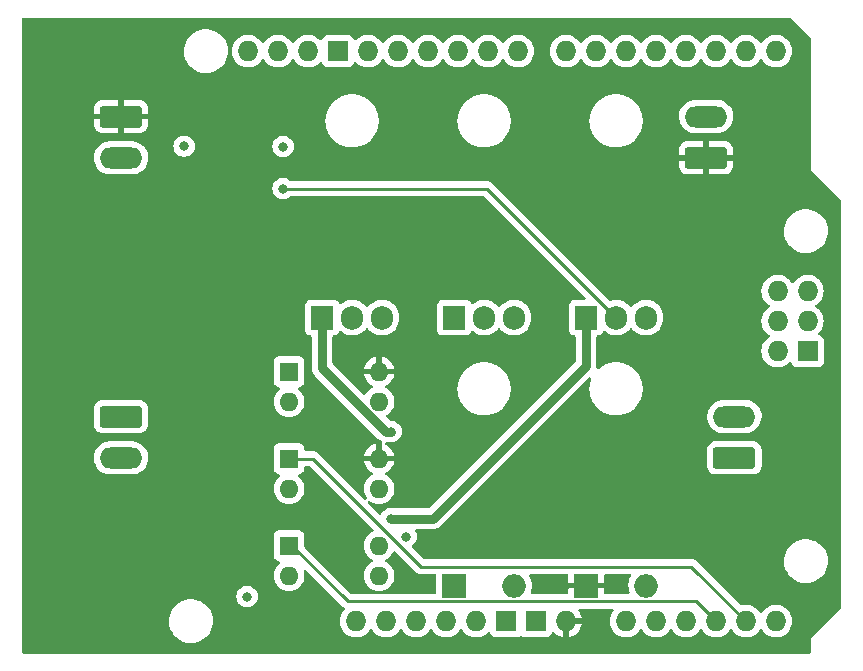
<source format=gbr>
%TF.GenerationSoftware,KiCad,Pcbnew,(7.0.0)*%
%TF.CreationDate,2023-04-19T19:47:20-05:00*%
%TF.ProjectId,pump-lights-siren,70756d70-2d6c-4696-9768-74732d736972,rev?*%
%TF.SameCoordinates,Original*%
%TF.FileFunction,Copper,L4,Bot*%
%TF.FilePolarity,Positive*%
%FSLAX46Y46*%
G04 Gerber Fmt 4.6, Leading zero omitted, Abs format (unit mm)*
G04 Created by KiCad (PCBNEW (7.0.0)) date 2023-04-19 19:47:20*
%MOMM*%
%LPD*%
G01*
G04 APERTURE LIST*
G04 Aperture macros list*
%AMRoundRect*
0 Rectangle with rounded corners*
0 $1 Rounding radius*
0 $2 $3 $4 $5 $6 $7 $8 $9 X,Y pos of 4 corners*
0 Add a 4 corners polygon primitive as box body*
4,1,4,$2,$3,$4,$5,$6,$7,$8,$9,$2,$3,0*
0 Add four circle primitives for the rounded corners*
1,1,$1+$1,$2,$3*
1,1,$1+$1,$4,$5*
1,1,$1+$1,$6,$7*
1,1,$1+$1,$8,$9*
0 Add four rect primitives between the rounded corners*
20,1,$1+$1,$2,$3,$4,$5,0*
20,1,$1+$1,$4,$5,$6,$7,0*
20,1,$1+$1,$6,$7,$8,$9,0*
20,1,$1+$1,$8,$9,$2,$3,0*%
G04 Aperture macros list end*
%TA.AperFunction,ComponentPad*%
%ADD10RoundRect,0.250000X1.550000X-0.650000X1.550000X0.650000X-1.550000X0.650000X-1.550000X-0.650000X0*%
%TD*%
%TA.AperFunction,ComponentPad*%
%ADD11O,3.600000X1.800000*%
%TD*%
%TA.AperFunction,ComponentPad*%
%ADD12R,1.905000X2.000000*%
%TD*%
%TA.AperFunction,ComponentPad*%
%ADD13O,1.905000X2.000000*%
%TD*%
%TA.AperFunction,ComponentPad*%
%ADD14R,2.000000X2.000000*%
%TD*%
%TA.AperFunction,ComponentPad*%
%ADD15O,2.000000X2.000000*%
%TD*%
%TA.AperFunction,ComponentPad*%
%ADD16O,1.727200X1.727200*%
%TD*%
%TA.AperFunction,ComponentPad*%
%ADD17R,1.727200X1.727200*%
%TD*%
%TA.AperFunction,ComponentPad*%
%ADD18R,1.600000X1.600000*%
%TD*%
%TA.AperFunction,ComponentPad*%
%ADD19O,1.600000X1.600000*%
%TD*%
%TA.AperFunction,ComponentPad*%
%ADD20RoundRect,0.250000X-1.550000X0.650000X-1.550000X-0.650000X1.550000X-0.650000X1.550000X0.650000X0*%
%TD*%
%TA.AperFunction,ViaPad*%
%ADD21C,0.800000*%
%TD*%
%TA.AperFunction,Conductor*%
%ADD22C,0.254000*%
%TD*%
%TA.AperFunction,Conductor*%
%ADD23C,0.762000*%
%TD*%
G04 APERTURE END LIST*
D10*
%TO.P,J3,1,Pin_1*%
%TO.N,+12P*%
X167501500Y-117800000D03*
D11*
%TO.P,J3,2,Pin_2*%
%TO.N,Net-(D11-A)*%
X167501499Y-114299999D03*
%TD*%
D12*
%TO.P,Q2,1,G*%
%TO.N,Net-(D7-A)*%
X143763999Y-105917999D03*
D13*
%TO.P,Q2,2,D*%
%TO.N,Net-(D11-A)*%
X146303999Y-105917999D03*
%TO.P,Q2,3,S*%
%TO.N,GNDPWR*%
X148843999Y-105917999D03*
%TD*%
D12*
%TO.P,Q3,1,G*%
%TO.N,Net-(D12-A)*%
X154939999Y-105917999D03*
D13*
%TO.P,Q3,2,D*%
%TO.N,Net-(D14-A)*%
X157479999Y-105917999D03*
%TO.P,Q3,3,S*%
%TO.N,GND*%
X160019999Y-105917999D03*
%TD*%
D14*
%TO.P,D11,1,K*%
%TO.N,+12P*%
X143763999Y-128609999D03*
D15*
%TO.P,D11,2,A*%
%TO.N,Net-(D11-A)*%
X148843999Y-128609999D03*
%TD*%
D12*
%TO.P,Q1,1,G*%
%TO.N,Net-(D6-A)*%
X132587999Y-105917999D03*
D13*
%TO.P,Q1,2,D*%
%TO.N,Net-(J2-Pin_2)*%
X135127999Y-105917999D03*
%TO.P,Q1,3,S*%
%TO.N,GND*%
X137667999Y-105917999D03*
%TD*%
D10*
%TO.P,J2,1,Pin_1*%
%TO.N,+12V*%
X165100000Y-92400000D03*
D11*
%TO.P,J2,2,Pin_2*%
%TO.N,Net-(J2-Pin_2)*%
X165099999Y-88899999D03*
%TD*%
D16*
%TO.P,XA1,*%
%TO.N,*%
X135464999Y-131618736D03*
%TO.P,XA1,3V3,3.3V*%
%TO.N,unconnected-(XA1-3.3V-Pad3V3)*%
X143084999Y-131618736D03*
%TO.P,XA1,5V1,5V*%
%TO.N,unconnected-(XA1-5V-Pad5V1)*%
X145624999Y-131618736D03*
%TO.P,XA1,5V2,SPI_5V*%
%TO.N,unconnected-(XA1-SPI_5V-Pad5V2)*%
X173691999Y-103678736D03*
%TO.P,XA1,A0,A0*%
%TO.N,unconnected-(XA1-PadA0)*%
X158324999Y-131618736D03*
%TO.P,XA1,A1,A1*%
%TO.N,unconnected-(XA1-PadA1)*%
X160864999Y-131618736D03*
%TO.P,XA1,A2,A2*%
%TO.N,unconnected-(XA1-PadA2)*%
X163404999Y-131618736D03*
%TO.P,XA1,A3,A3*%
%TO.N,a3*%
X165944999Y-131618736D03*
%TO.P,XA1,A4,A4*%
%TO.N,a4*%
X168484999Y-131618736D03*
%TO.P,XA1,A5,A5*%
%TO.N,a5*%
X171024999Y-131618736D03*
%TO.P,XA1,AREF,AREF*%
%TO.N,unconnected-(XA1-PadAREF)*%
X131400999Y-83358736D03*
%TO.P,XA1,D0,D0/RX*%
%TO.N,unconnected-(XA1-D0{slash}RX-PadD0)*%
X171024999Y-83358736D03*
%TO.P,XA1,D1,D1/TX*%
%TO.N,unconnected-(XA1-D1{slash}TX-PadD1)*%
X168484999Y-83358736D03*
%TO.P,XA1,D2,D2_INT0*%
%TO.N,unconnected-(XA1-D2_INT0-PadD2)*%
X165944999Y-83358736D03*
%TO.P,XA1,D3,D3_INT1*%
%TO.N,unconnected-(XA1-D3_INT1-PadD3)*%
X163404999Y-83358736D03*
%TO.P,XA1,D4,D4*%
%TO.N,unconnected-(XA1-PadD4)*%
X160864999Y-83358736D03*
%TO.P,XA1,D5,D5*%
%TO.N,unconnected-(XA1-PadD5)*%
X158324999Y-83358736D03*
%TO.P,XA1,D6,D6*%
%TO.N,unconnected-(XA1-PadD6)*%
X155784999Y-83358736D03*
%TO.P,XA1,D7,D7*%
%TO.N,unconnected-(XA1-PadD7)*%
X153244999Y-83358736D03*
%TO.P,XA1,D8,D8*%
%TO.N,unconnected-(XA1-PadD8)*%
X149180999Y-83358736D03*
%TO.P,XA1,D9,D9*%
%TO.N,unconnected-(XA1-PadD9)*%
X146640999Y-83358736D03*
%TO.P,XA1,D10,D10_CS*%
%TO.N,unconnected-(XA1-D10_CS-PadD10)*%
X144100999Y-83358736D03*
%TO.P,XA1,D11,D11*%
%TO.N,unconnected-(XA1-PadD11)*%
X141560999Y-83358736D03*
%TO.P,XA1,D12,D12*%
%TO.N,unconnected-(XA1-PadD12)*%
X139020999Y-83358736D03*
%TO.P,XA1,D13,D13*%
%TO.N,unconnected-(XA1-PadD13)*%
X136480999Y-83358736D03*
D17*
%TO.P,XA1,GND1,GND*%
%TO.N,GND*%
X133940999Y-83358736D03*
%TO.P,XA1,GND2,GND*%
X148164999Y-131618736D03*
%TO.P,XA1,GND3,GND*%
X150704999Y-131618736D03*
%TO.P,XA1,GND4,SPI_GND*%
%TO.N,unconnected-(XA1-SPI_GND-PadGND4)*%
X173691999Y-108758736D03*
D16*
%TO.P,XA1,IORF,IOREF*%
%TO.N,unconnected-(XA1-IOREF-PadIORF)*%
X138004999Y-131618736D03*
%TO.P,XA1,MISO,SPI_MISO*%
%TO.N,unconnected-(XA1-SPI_MISO-PadMISO)*%
X171151999Y-103678736D03*
%TO.P,XA1,MOSI,SPI_MOSI*%
%TO.N,unconnected-(XA1-SPI_MOSI-PadMOSI)*%
X173691999Y-106218736D03*
%TO.P,XA1,RST1,RESET*%
%TO.N,unconnected-(XA1-RESET-PadRST1)*%
X140544999Y-131618736D03*
%TO.P,XA1,RST2,SPI_RESET*%
%TO.N,unconnected-(XA1-SPI_RESET-PadRST2)*%
X171151999Y-108758736D03*
%TO.P,XA1,SCK,SPI_SCK*%
%TO.N,unconnected-(XA1-SPI_SCK-PadSCK)*%
X171151999Y-106218736D03*
%TO.P,XA1,SCL,SCL*%
%TO.N,unconnected-(XA1-PadSCL)*%
X126320999Y-83358736D03*
%TO.P,XA1,SDA,SDA*%
%TO.N,unconnected-(XA1-PadSDA)*%
X128860999Y-83358736D03*
%TO.P,XA1,VIN,VIN*%
%TO.N,+12V*%
X153244999Y-131618736D03*
%TD*%
D18*
%TO.P,T2,1,LogicV*%
%TO.N,a3*%
X129793999Y-125221999D03*
D19*
%TO.P,T2,2,LogicGnd*%
%TO.N,Net-(T2-LogicGnd)*%
X129793999Y-127761999D03*
%TO.P,T2,3,Emitter*%
%TO.N,Net-(T2-Emitter)*%
X137413999Y-127761999D03*
%TO.P,T2,4,Collector*%
%TO.N,+12P*%
X137413999Y-125221999D03*
%TD*%
D18*
%TO.P,T3,1,LogicV*%
%TO.N,a4*%
X129793999Y-117855999D03*
D19*
%TO.P,T3,2,LogicGnd*%
%TO.N,Net-(T3-LogicGnd)*%
X129793999Y-120395999D03*
%TO.P,T3,3,Emitter*%
%TO.N,Net-(T3-Emitter)*%
X137413999Y-120395999D03*
%TO.P,T3,4,Collector*%
%TO.N,+12V*%
X137413999Y-117855999D03*
%TD*%
D20*
%TO.P,J4,1,Pin_1*%
%TO.N,+12V*%
X115570000Y-88900000D03*
D11*
%TO.P,J4,2,Pin_2*%
%TO.N,Net-(D14-A)*%
X115569999Y-92399999D03*
%TD*%
D18*
%TO.P,T1,1,LogicV*%
%TO.N,a5*%
X129793999Y-110489999D03*
D19*
%TO.P,T1,2,LogicGnd*%
%TO.N,Net-(T1-LogicGnd)*%
X129793999Y-113029999D03*
%TO.P,T1,3,Emitter*%
%TO.N,Net-(T1-Emitter)*%
X137413999Y-113029999D03*
%TO.P,T1,4,Collector*%
%TO.N,+12V*%
X137413999Y-110489999D03*
%TD*%
D14*
%TO.P,D14,1,K*%
%TO.N,+12V*%
X154939999Y-128609999D03*
D15*
%TO.P,D14,2,A*%
%TO.N,Net-(D14-A)*%
X160019999Y-128609999D03*
%TD*%
D20*
%TO.P,J1,1,Pin_1*%
%TO.N,+12P*%
X115570000Y-114300000D03*
D11*
%TO.P,J1,2,Pin_2*%
%TO.N,GNDPWR*%
X115569999Y-117799999D03*
%TD*%
D21*
%TO.N,+12V*%
X120857000Y-88138000D03*
X120904000Y-94996000D03*
X112522000Y-103886000D03*
%TO.N,+12P*%
X120904000Y-91419500D03*
%TO.N,Net-(D6-A)*%
X138430000Y-115570000D03*
%TO.N,GNDPWR*%
X126238000Y-129540000D03*
%TO.N,Net-(D7-A)*%
X139700000Y-124460000D03*
%TO.N,Net-(D11-A)*%
X129286000Y-91440000D03*
%TO.N,Net-(D12-A)*%
X138430000Y-122936000D03*
%TO.N,Net-(D14-A)*%
X129286000Y-94996000D03*
%TD*%
D22*
%TO.N,a4*%
X131826000Y-117856000D02*
X129794000Y-117856000D01*
X163866263Y-127000000D02*
X140970000Y-127000000D01*
X140970000Y-127000000D02*
X131826000Y-117856000D01*
X168485000Y-131618737D02*
X163866263Y-127000000D01*
%TO.N,a3*%
X165945000Y-131618737D02*
X164263263Y-129937000D01*
X130048000Y-125222000D02*
X129794000Y-125222000D01*
X164263263Y-129937000D02*
X134763000Y-129937000D01*
X134763000Y-129937000D02*
X130048000Y-125222000D01*
D23*
%TO.N,Net-(D6-A)*%
X138430000Y-115570000D02*
X138000971Y-115570000D01*
X138000971Y-115570000D02*
X132588000Y-110157029D01*
X132588000Y-110157029D02*
X132588000Y-105918000D01*
%TO.N,Net-(D12-A)*%
X138430000Y-122936000D02*
X141986000Y-122936000D01*
X154940000Y-109982000D02*
X154940000Y-105918000D01*
X141986000Y-122936000D02*
X154940000Y-109982000D01*
D22*
%TO.N,Net-(D14-A)*%
X146558000Y-94996000D02*
X129286000Y-94996000D01*
X157480000Y-105918000D02*
X146558000Y-94996000D01*
%TD*%
%TA.AperFunction,Conductor*%
%TO.N,+12V*%
G36*
X153378000Y-127644113D02*
G01*
X153423387Y-127689500D01*
X153440000Y-127751500D01*
X153440000Y-128343674D01*
X153443450Y-128356549D01*
X153456326Y-128360000D01*
X156423674Y-128360000D01*
X156436549Y-128356549D01*
X156440000Y-128343674D01*
X156440000Y-127751500D01*
X156456613Y-127689500D01*
X156502000Y-127644113D01*
X156564000Y-127627500D01*
X158640411Y-127627500D01*
X158703885Y-127644977D01*
X158749466Y-127692482D01*
X158764305Y-127756624D01*
X158744220Y-127819321D01*
X158698632Y-127889099D01*
X158695827Y-127893393D01*
X158693772Y-127898077D01*
X158693766Y-127898089D01*
X158597997Y-128116422D01*
X158595937Y-128121119D01*
X158594679Y-128126084D01*
X158594678Y-128126089D01*
X158536151Y-128357204D01*
X158536149Y-128357213D01*
X158534892Y-128362179D01*
X158534468Y-128367288D01*
X158534467Y-128367298D01*
X158530537Y-128414734D01*
X158514357Y-128610000D01*
X158514781Y-128615117D01*
X158534467Y-128852701D01*
X158534468Y-128852709D01*
X158534892Y-128857821D01*
X158536149Y-128862788D01*
X158536151Y-128862795D01*
X158587982Y-129067468D01*
X158595937Y-129098881D01*
X158597997Y-129103577D01*
X158612083Y-129135690D01*
X158622103Y-129195740D01*
X158602336Y-129253321D01*
X158557545Y-129294555D01*
X158498527Y-129309500D01*
X156564000Y-129309500D01*
X156502000Y-129292887D01*
X156456613Y-129247500D01*
X156440000Y-129185500D01*
X156440000Y-128876326D01*
X156436549Y-128863450D01*
X156423674Y-128860000D01*
X153456326Y-128860000D01*
X153443450Y-128863450D01*
X153440000Y-128876326D01*
X153440000Y-129185500D01*
X153423387Y-129247500D01*
X153378000Y-129292887D01*
X153316000Y-129309500D01*
X150365473Y-129309500D01*
X150306455Y-129294555D01*
X150261664Y-129253321D01*
X150241897Y-129195740D01*
X150251917Y-129135690D01*
X150268063Y-129098881D01*
X150329108Y-128857821D01*
X150349643Y-128610000D01*
X150329108Y-128362179D01*
X150268063Y-128121119D01*
X150168173Y-127893393D01*
X150140134Y-127850477D01*
X150119780Y-127819321D01*
X150099695Y-127756624D01*
X150114534Y-127692482D01*
X150160115Y-127644977D01*
X150223589Y-127627500D01*
X153316000Y-127627500D01*
X153378000Y-127644113D01*
G37*
%TD.AperFunction*%
%TA.AperFunction,Conductor*%
G36*
X172207883Y-80527939D02*
G01*
X172248111Y-80554819D01*
X173953181Y-82259888D01*
X173980061Y-82300116D01*
X173989500Y-82347569D01*
X173989500Y-93471899D01*
X173989458Y-93472000D01*
X173989576Y-93472284D01*
X173989617Y-93472383D01*
X173989715Y-93472423D01*
X173998301Y-93481009D01*
X173998302Y-93481010D01*
X176493181Y-95975888D01*
X176520061Y-96016116D01*
X176529500Y-96063569D01*
X176529500Y-130504431D01*
X176520061Y-130551884D01*
X176493181Y-130592112D01*
X173998060Y-133087229D01*
X173998055Y-133087235D01*
X173989715Y-133095576D01*
X173989617Y-133095617D01*
X173989576Y-133095715D01*
X173989576Y-133095716D01*
X173989458Y-133096000D01*
X173989500Y-133096101D01*
X173989500Y-133108051D01*
X173989500Y-134241500D01*
X173972887Y-134303500D01*
X173927500Y-134348887D01*
X173865500Y-134365500D01*
X107442099Y-134365500D01*
X107312500Y-134365500D01*
X107250500Y-134348887D01*
X107205113Y-134303500D01*
X107188500Y-134241500D01*
X107188500Y-131686648D01*
X119636780Y-131686648D01*
X119637274Y-131691145D01*
X119637275Y-131691150D01*
X119665973Y-131951972D01*
X119665974Y-131951979D01*
X119666470Y-131956484D01*
X119667615Y-131960864D01*
X119667617Y-131960874D01*
X119731125Y-132203793D01*
X119735132Y-132219121D01*
X119736897Y-132223275D01*
X119736900Y-132223283D01*
X119838737Y-132462923D01*
X119841303Y-132468961D01*
X119843665Y-132472832D01*
X119843666Y-132472833D01*
X119934477Y-132621634D01*
X119982719Y-132700681D01*
X119985612Y-132704157D01*
X119985614Y-132704160D01*
X120002681Y-132724668D01*
X120156368Y-132909341D01*
X120159734Y-132912357D01*
X120159737Y-132912360D01*
X120228214Y-132973716D01*
X120358546Y-133090494D01*
X120584947Y-133240279D01*
X120830743Y-133355504D01*
X120835077Y-133356808D01*
X120835080Y-133356809D01*
X120897963Y-133375727D01*
X121090697Y-133433712D01*
X121359268Y-133473237D01*
X121560520Y-133473237D01*
X121562781Y-133473237D01*
X121765740Y-133458382D01*
X122030709Y-133399358D01*
X122284261Y-133302383D01*
X122520991Y-133169523D01*
X122735853Y-133003612D01*
X122924269Y-132808184D01*
X123082223Y-132587405D01*
X123206348Y-132345981D01*
X123293998Y-132089057D01*
X123343306Y-131822108D01*
X123353220Y-131550826D01*
X123323530Y-131280990D01*
X123254868Y-131018353D01*
X123148697Y-130768513D01*
X123007281Y-130536793D01*
X122833632Y-130328133D01*
X122830265Y-130325116D01*
X122830262Y-130325113D01*
X122634820Y-130149996D01*
X122631454Y-130146980D01*
X122405053Y-129997195D01*
X122400946Y-129995269D01*
X122400943Y-129995268D01*
X122227391Y-129913910D01*
X122159257Y-129881970D01*
X122154929Y-129880668D01*
X122154919Y-129880664D01*
X121903641Y-129805067D01*
X121903639Y-129805066D01*
X121899303Y-129803762D01*
X121894823Y-129803102D01*
X121894820Y-129803102D01*
X121635206Y-129764895D01*
X121635200Y-129764894D01*
X121630732Y-129764237D01*
X121427219Y-129764237D01*
X121424968Y-129764401D01*
X121424961Y-129764402D01*
X121228779Y-129778761D01*
X121228775Y-129778761D01*
X121224260Y-129779092D01*
X121219846Y-129780075D01*
X121219834Y-129780077D01*
X120963717Y-129837129D01*
X120963703Y-129837133D01*
X120959291Y-129838116D01*
X120955065Y-129839732D01*
X120955056Y-129839735D01*
X120709970Y-129933472D01*
X120709960Y-129933476D01*
X120705739Y-129935091D01*
X120701798Y-129937302D01*
X120701789Y-129937307D01*
X120472960Y-130065733D01*
X120472954Y-130065736D01*
X120469009Y-130067951D01*
X120465438Y-130070708D01*
X120465425Y-130070717D01*
X120257731Y-130231094D01*
X120257726Y-130231097D01*
X120254147Y-130233862D01*
X120251007Y-130237117D01*
X120251000Y-130237125D01*
X120068875Y-130426028D01*
X120068868Y-130426035D01*
X120065731Y-130429290D01*
X120063106Y-130432958D01*
X120063096Y-130432971D01*
X119910410Y-130646388D01*
X119910406Y-130646393D01*
X119907777Y-130650069D01*
X119905708Y-130654092D01*
X119905705Y-130654098D01*
X119785726Y-130887457D01*
X119785720Y-130887468D01*
X119783652Y-130891493D01*
X119782192Y-130895772D01*
X119782188Y-130895782D01*
X119697463Y-131144133D01*
X119696002Y-131148417D01*
X119695179Y-131152870D01*
X119695179Y-131152872D01*
X119647517Y-131410905D01*
X119647515Y-131410918D01*
X119646694Y-131415366D01*
X119646528Y-131419892D01*
X119646528Y-131419898D01*
X119636945Y-131682119D01*
X119636945Y-131682126D01*
X119636780Y-131686648D01*
X107188500Y-131686648D01*
X107188500Y-129540000D01*
X125332540Y-129540000D01*
X125333219Y-129546460D01*
X125351646Y-129721795D01*
X125351647Y-129721803D01*
X125352326Y-129728256D01*
X125354331Y-129734428D01*
X125354333Y-129734435D01*
X125402271Y-129881970D01*
X125410821Y-129908284D01*
X125414068Y-129913908D01*
X125414069Y-129913910D01*
X125462153Y-129997195D01*
X125505467Y-130072216D01*
X125509811Y-130077041D01*
X125509813Y-130077043D01*
X125575536Y-130150035D01*
X125632129Y-130212888D01*
X125637387Y-130216708D01*
X125637388Y-130216709D01*
X125670990Y-130241122D01*
X125785270Y-130324151D01*
X125958197Y-130401144D01*
X126143354Y-130440500D01*
X126326143Y-130440500D01*
X126332646Y-130440500D01*
X126517803Y-130401144D01*
X126690730Y-130324151D01*
X126843871Y-130212888D01*
X126970533Y-130072216D01*
X127065179Y-129908284D01*
X127123674Y-129728256D01*
X127143460Y-129540000D01*
X127125894Y-129372863D01*
X127124353Y-129358204D01*
X127124352Y-129358203D01*
X127123674Y-129351744D01*
X127065179Y-129171716D01*
X126970533Y-129007784D01*
X126843871Y-128867112D01*
X126838613Y-128863292D01*
X126838611Y-128863290D01*
X126695988Y-128759669D01*
X126695987Y-128759668D01*
X126690730Y-128755849D01*
X126684792Y-128753205D01*
X126523745Y-128681501D01*
X126523740Y-128681499D01*
X126517803Y-128678856D01*
X126511444Y-128677504D01*
X126511440Y-128677503D01*
X126339008Y-128640852D01*
X126339005Y-128640851D01*
X126332646Y-128639500D01*
X126143354Y-128639500D01*
X126136995Y-128640851D01*
X126136991Y-128640852D01*
X125964559Y-128677503D01*
X125964552Y-128677505D01*
X125958197Y-128678856D01*
X125952262Y-128681498D01*
X125952254Y-128681501D01*
X125791207Y-128753205D01*
X125791202Y-128753207D01*
X125785270Y-128755849D01*
X125780016Y-128759665D01*
X125780011Y-128759669D01*
X125637388Y-128863290D01*
X125637381Y-128863295D01*
X125632129Y-128867112D01*
X125627784Y-128871937D01*
X125627779Y-128871942D01*
X125509813Y-129002956D01*
X125509808Y-129002962D01*
X125505467Y-129007784D01*
X125502222Y-129013404D01*
X125502218Y-129013410D01*
X125414069Y-129166089D01*
X125414066Y-129166094D01*
X125410821Y-129171716D01*
X125408815Y-129177888D01*
X125408813Y-129177894D01*
X125354333Y-129345564D01*
X125354331Y-129345573D01*
X125352326Y-129351744D01*
X125351648Y-129358194D01*
X125351646Y-129358204D01*
X125338042Y-129487647D01*
X125332540Y-129540000D01*
X107188500Y-129540000D01*
X107188500Y-117740346D01*
X113265702Y-117740346D01*
X113265925Y-117745600D01*
X113265925Y-117745605D01*
X113275596Y-117973266D01*
X113275820Y-117978532D01*
X113276927Y-117983673D01*
X113276929Y-117983681D01*
X113303841Y-118108551D01*
X113326046Y-118211581D01*
X113414936Y-118432790D01*
X113417692Y-118437266D01*
X113417693Y-118437268D01*
X113537172Y-118631315D01*
X113537175Y-118631319D01*
X113539931Y-118635795D01*
X113543404Y-118639741D01*
X113543407Y-118639745D01*
X113599846Y-118703872D01*
X113697436Y-118814755D01*
X113882920Y-118964523D01*
X114091046Y-119080790D01*
X114315829Y-119160211D01*
X114550800Y-119200500D01*
X116526866Y-119200500D01*
X116529497Y-119200500D01*
X116707541Y-119185346D01*
X116938249Y-119125275D01*
X117155486Y-119027077D01*
X117353003Y-118893579D01*
X117525118Y-118728621D01*
X117666879Y-118536947D01*
X117774207Y-118324074D01*
X117844016Y-118096123D01*
X117874298Y-117859654D01*
X117864180Y-117621468D01*
X117813954Y-117388419D01*
X117725064Y-117167210D01*
X117629152Y-117011439D01*
X117602827Y-116968684D01*
X117602825Y-116968682D01*
X117600069Y-116964205D01*
X117579863Y-116941247D01*
X117522099Y-116875614D01*
X117442564Y-116785245D01*
X117257080Y-116635477D01*
X117209870Y-116609104D01*
X117053551Y-116521778D01*
X117053550Y-116521777D01*
X117048954Y-116519210D01*
X117043988Y-116517455D01*
X117043985Y-116517454D01*
X116829140Y-116441544D01*
X116829132Y-116441542D01*
X116824171Y-116439789D01*
X116818981Y-116438899D01*
X116818973Y-116438897D01*
X116594393Y-116400390D01*
X116594388Y-116400389D01*
X116589200Y-116399500D01*
X114610503Y-116399500D01*
X114607887Y-116399722D01*
X114607878Y-116399723D01*
X114437712Y-116414206D01*
X114437701Y-116414207D01*
X114432459Y-116414654D01*
X114427360Y-116415981D01*
X114427358Y-116415982D01*
X114206846Y-116473398D01*
X114206841Y-116473399D01*
X114201751Y-116474725D01*
X114196958Y-116476891D01*
X114196951Y-116476894D01*
X113989317Y-116570751D01*
X113989308Y-116570755D01*
X113984514Y-116572923D01*
X113980151Y-116575871D01*
X113980147Y-116575874D01*
X113791364Y-116703469D01*
X113791360Y-116703471D01*
X113786997Y-116706421D01*
X113783197Y-116710062D01*
X113783192Y-116710067D01*
X113618685Y-116867733D01*
X113618678Y-116867740D01*
X113614882Y-116871379D01*
X113611754Y-116875608D01*
X113611749Y-116875614D01*
X113476254Y-117058815D01*
X113476247Y-117058826D01*
X113473121Y-117063053D01*
X113470752Y-117067750D01*
X113470748Y-117067758D01*
X113369825Y-117267928D01*
X113365793Y-117275926D01*
X113364252Y-117280956D01*
X113364251Y-117280960D01*
X113297526Y-117498840D01*
X113297524Y-117498846D01*
X113295984Y-117503877D01*
X113265702Y-117740346D01*
X107188500Y-117740346D01*
X107188500Y-114996878D01*
X113269500Y-114996878D01*
X113269501Y-115000008D01*
X113269820Y-115003140D01*
X113269821Y-115003141D01*
X113279312Y-115096061D01*
X113279313Y-115096069D01*
X113280001Y-115102797D01*
X113282129Y-115109219D01*
X113282130Y-115109223D01*
X113314827Y-115207894D01*
X113335186Y-115269334D01*
X113338977Y-115275480D01*
X113423497Y-115412511D01*
X113423500Y-115412515D01*
X113427288Y-115418656D01*
X113551344Y-115542712D01*
X113557485Y-115546500D01*
X113557488Y-115546502D01*
X113608914Y-115578221D01*
X113700666Y-115634814D01*
X113867203Y-115689999D01*
X113969991Y-115700500D01*
X117170008Y-115700499D01*
X117272797Y-115689999D01*
X117439334Y-115634814D01*
X117588656Y-115542712D01*
X117712712Y-115418656D01*
X117804814Y-115269334D01*
X117859999Y-115102797D01*
X117870500Y-115000009D01*
X117870499Y-113599992D01*
X117859999Y-113497203D01*
X117804814Y-113330666D01*
X117749525Y-113241028D01*
X117716502Y-113187488D01*
X117716500Y-113187485D01*
X117712712Y-113181344D01*
X117588656Y-113057288D01*
X117582515Y-113053500D01*
X117582511Y-113053497D01*
X117544416Y-113030000D01*
X128488532Y-113030000D01*
X128489004Y-113035395D01*
X128507402Y-113245691D01*
X128508365Y-113256692D01*
X128509762Y-113261907D01*
X128509764Y-113261916D01*
X128565858Y-113471263D01*
X128565861Y-113471271D01*
X128567261Y-113476496D01*
X128569549Y-113481403D01*
X128569550Y-113481405D01*
X128626316Y-113603139D01*
X128663432Y-113682734D01*
X128666539Y-113687171D01*
X128666540Y-113687173D01*
X128691268Y-113722488D01*
X128793953Y-113869139D01*
X128954861Y-114030047D01*
X129141266Y-114160568D01*
X129347504Y-114256739D01*
X129567308Y-114315635D01*
X129794000Y-114335468D01*
X130020692Y-114315635D01*
X130240496Y-114256739D01*
X130446734Y-114160568D01*
X130633139Y-114030047D01*
X130794047Y-113869139D01*
X130924568Y-113682734D01*
X131020739Y-113476496D01*
X131079635Y-113256692D01*
X131099468Y-113030000D01*
X131079635Y-112803308D01*
X131077159Y-112794067D01*
X131022141Y-112588736D01*
X131022140Y-112588734D01*
X131020739Y-112583504D01*
X130924568Y-112377266D01*
X130794047Y-112190861D01*
X130633139Y-112029953D01*
X130608535Y-112012725D01*
X130569398Y-111967883D01*
X130555665Y-111909969D01*
X130570499Y-111852328D01*
X130610485Y-111808239D01*
X130666406Y-111787861D01*
X130701483Y-111784091D01*
X130836331Y-111733796D01*
X130951546Y-111647546D01*
X131037796Y-111532331D01*
X131088091Y-111397483D01*
X131094500Y-111337873D01*
X131094499Y-109642128D01*
X131088091Y-109582517D01*
X131037796Y-109447669D01*
X130951546Y-109332454D01*
X130862804Y-109266022D01*
X130843431Y-109251519D01*
X130843430Y-109251518D01*
X130836331Y-109246204D01*
X130752186Y-109214820D01*
X130708752Y-109198620D01*
X130708750Y-109198619D01*
X130701483Y-109195909D01*
X130693770Y-109195079D01*
X130693767Y-109195079D01*
X130645180Y-109189855D01*
X130645169Y-109189854D01*
X130641873Y-109189500D01*
X130638550Y-109189500D01*
X128949439Y-109189500D01*
X128949420Y-109189500D01*
X128946128Y-109189501D01*
X128942850Y-109189853D01*
X128942838Y-109189854D01*
X128894231Y-109195079D01*
X128894225Y-109195080D01*
X128886517Y-109195909D01*
X128879252Y-109198618D01*
X128879246Y-109198620D01*
X128759980Y-109243104D01*
X128759978Y-109243104D01*
X128751669Y-109246204D01*
X128744572Y-109251516D01*
X128744568Y-109251519D01*
X128643550Y-109327141D01*
X128643546Y-109327144D01*
X128636454Y-109332454D01*
X128631144Y-109339546D01*
X128631141Y-109339550D01*
X128555519Y-109440568D01*
X128555516Y-109440572D01*
X128550204Y-109447669D01*
X128547104Y-109455978D01*
X128547104Y-109455980D01*
X128502620Y-109575247D01*
X128502619Y-109575250D01*
X128499909Y-109582517D01*
X128499079Y-109590227D01*
X128499079Y-109590232D01*
X128493855Y-109638819D01*
X128493854Y-109638831D01*
X128493500Y-109642127D01*
X128493500Y-109645448D01*
X128493500Y-109645449D01*
X128493500Y-111334560D01*
X128493500Y-111334578D01*
X128493501Y-111337872D01*
X128493853Y-111341150D01*
X128493854Y-111341161D01*
X128499079Y-111389768D01*
X128499080Y-111389773D01*
X128499909Y-111397483D01*
X128502619Y-111404749D01*
X128502620Y-111404753D01*
X128525902Y-111467175D01*
X128550204Y-111532331D01*
X128555518Y-111539430D01*
X128555519Y-111539431D01*
X128557018Y-111541434D01*
X128636454Y-111647546D01*
X128751669Y-111733796D01*
X128886517Y-111784091D01*
X128921599Y-111787862D01*
X128977516Y-111808240D01*
X129017500Y-111852328D01*
X129032334Y-111909969D01*
X129018601Y-111967882D01*
X128979464Y-112012725D01*
X128954861Y-112029953D01*
X128951037Y-112033776D01*
X128951031Y-112033782D01*
X128797782Y-112187031D01*
X128797776Y-112187037D01*
X128793953Y-112190861D01*
X128790850Y-112195291D01*
X128790847Y-112195296D01*
X128666540Y-112372826D01*
X128666538Y-112372830D01*
X128663432Y-112377266D01*
X128661144Y-112382172D01*
X128661142Y-112382176D01*
X128569550Y-112578594D01*
X128569547Y-112578599D01*
X128567261Y-112583504D01*
X128565862Y-112588724D01*
X128565858Y-112588736D01*
X128509764Y-112798083D01*
X128509762Y-112798094D01*
X128508365Y-112803308D01*
X128507893Y-112808693D01*
X128507893Y-112808698D01*
X128492124Y-112988946D01*
X128488532Y-113030000D01*
X117544416Y-113030000D01*
X117445480Y-112968977D01*
X117439334Y-112965186D01*
X117367987Y-112941544D01*
X117279225Y-112912131D01*
X117279224Y-112912130D01*
X117272797Y-112910001D01*
X117266064Y-112909313D01*
X117266059Y-112909312D01*
X117173140Y-112899819D01*
X117173123Y-112899818D01*
X117170009Y-112899500D01*
X117166860Y-112899500D01*
X113973140Y-112899500D01*
X113973120Y-112899500D01*
X113969992Y-112899501D01*
X113966860Y-112899820D01*
X113966858Y-112899821D01*
X113873938Y-112909312D01*
X113873928Y-112909313D01*
X113867203Y-112910001D01*
X113860781Y-112912128D01*
X113860776Y-112912130D01*
X113707521Y-112962914D01*
X113707517Y-112962915D01*
X113700666Y-112965186D01*
X113694522Y-112968975D01*
X113694519Y-112968977D01*
X113557488Y-113053497D01*
X113557480Y-113053503D01*
X113551344Y-113057288D01*
X113546242Y-113062389D01*
X113546238Y-113062393D01*
X113432393Y-113176238D01*
X113432389Y-113176242D01*
X113427288Y-113181344D01*
X113423503Y-113187480D01*
X113423497Y-113187488D01*
X113338977Y-113324519D01*
X113335186Y-113330666D01*
X113332915Y-113337517D01*
X113332914Y-113337521D01*
X113286568Y-113477385D01*
X113280001Y-113497203D01*
X113279313Y-113503933D01*
X113279312Y-113503940D01*
X113269819Y-113596859D01*
X113269818Y-113596877D01*
X113269500Y-113599991D01*
X113269500Y-113603138D01*
X113269500Y-113603139D01*
X113269500Y-114996859D01*
X113269500Y-114996878D01*
X107188500Y-114996878D01*
X107188500Y-106962578D01*
X131135000Y-106962578D01*
X131135001Y-106965872D01*
X131135353Y-106969150D01*
X131135354Y-106969161D01*
X131140579Y-107017768D01*
X131140580Y-107017773D01*
X131141409Y-107025483D01*
X131144119Y-107032749D01*
X131144120Y-107032753D01*
X131155488Y-107063232D01*
X131191704Y-107160331D01*
X131197018Y-107167430D01*
X131197019Y-107167431D01*
X131212799Y-107188511D01*
X131277954Y-107275546D01*
X131393169Y-107361796D01*
X131528017Y-107412091D01*
X131587627Y-107418500D01*
X131589448Y-107418500D01*
X131648296Y-107437121D01*
X131690977Y-107482153D01*
X131706500Y-107542225D01*
X131706500Y-110116157D01*
X131706091Y-110126221D01*
X131702172Y-110174335D01*
X131702172Y-110174344D01*
X131701627Y-110181040D01*
X131702534Y-110187704D01*
X131702535Y-110187706D01*
X131712733Y-110262564D01*
X131713141Y-110265893D01*
X131718915Y-110318982D01*
X131722033Y-110347643D01*
X131724175Y-110354004D01*
X131725330Y-110359249D01*
X131726604Y-110364370D01*
X131727511Y-110371023D01*
X131729827Y-110377329D01*
X131729830Y-110377338D01*
X131755892Y-110448276D01*
X131757004Y-110451433D01*
X131783255Y-110529344D01*
X131786720Y-110535104D01*
X131788956Y-110539937D01*
X131791314Y-110544691D01*
X131793632Y-110550999D01*
X131797250Y-110556660D01*
X131797251Y-110556661D01*
X131837920Y-110620288D01*
X131839689Y-110623139D01*
X131882106Y-110693636D01*
X131886728Y-110698516D01*
X131889935Y-110702734D01*
X131893274Y-110706888D01*
X131896896Y-110712554D01*
X131901652Y-110717310D01*
X131955039Y-110770697D01*
X131957381Y-110773103D01*
X132013964Y-110832837D01*
X132019530Y-110836611D01*
X132024654Y-110840963D01*
X132024315Y-110841361D01*
X132032286Y-110847944D01*
X137348750Y-116164408D01*
X137355577Y-116171813D01*
X137391189Y-116213739D01*
X137396538Y-116217805D01*
X137396540Y-116217807D01*
X137456678Y-116263522D01*
X137459325Y-116265591D01*
X137523424Y-116317116D01*
X137529450Y-116320104D01*
X137533932Y-116322969D01*
X137538471Y-116325700D01*
X137543830Y-116329774D01*
X137588262Y-116350330D01*
X137618495Y-116364317D01*
X137621524Y-116365769D01*
X137638324Y-116374101D01*
X137681114Y-116409065D01*
X137704465Y-116459147D01*
X137703740Y-116514400D01*
X137679085Y-116563852D01*
X137666983Y-116578597D01*
X137664000Y-116591395D01*
X137664000Y-117589674D01*
X137667450Y-117602549D01*
X137680326Y-117606000D01*
X138678605Y-117606000D01*
X138689547Y-117603448D01*
X138689179Y-117592219D01*
X138641669Y-117414907D01*
X138637977Y-117404765D01*
X138546420Y-117208419D01*
X138541032Y-117199087D01*
X138416767Y-117021618D01*
X138409830Y-117013352D01*
X138256647Y-116860169D01*
X138248381Y-116853232D01*
X138070912Y-116728967D01*
X138061583Y-116723581D01*
X137988115Y-116689322D01*
X137937345Y-116645721D01*
X137916628Y-116582086D01*
X137931997Y-116516952D01*
X137978977Y-116469291D01*
X138043882Y-116452986D01*
X138045619Y-116453033D01*
X138066206Y-116453591D01*
X138066208Y-116453590D01*
X138072935Y-116453773D01*
X138079544Y-116452504D01*
X138086234Y-116451960D01*
X138086276Y-116452477D01*
X138096568Y-116451500D01*
X138232934Y-116451500D01*
X138258714Y-116454209D01*
X138335354Y-116470500D01*
X138518143Y-116470500D01*
X138524646Y-116470500D01*
X138709803Y-116431144D01*
X138882730Y-116354151D01*
X139035871Y-116242888D01*
X139162533Y-116102216D01*
X139257179Y-115938284D01*
X139315674Y-115758256D01*
X139335460Y-115570000D01*
X139315674Y-115381744D01*
X139257179Y-115201716D01*
X139162533Y-115037784D01*
X139035871Y-114897112D01*
X139030613Y-114893292D01*
X139030611Y-114893290D01*
X138887988Y-114789669D01*
X138887987Y-114789668D01*
X138882730Y-114785849D01*
X138876792Y-114783205D01*
X138715745Y-114711501D01*
X138715740Y-114711499D01*
X138709803Y-114708856D01*
X138703444Y-114707504D01*
X138703440Y-114707503D01*
X138531008Y-114670852D01*
X138531005Y-114670851D01*
X138524646Y-114669500D01*
X138518143Y-114669500D01*
X138398462Y-114669500D01*
X138351009Y-114660061D01*
X138310781Y-114633181D01*
X138035751Y-114358151D01*
X138006012Y-114310327D01*
X138000493Y-114254281D01*
X138020333Y-114201574D01*
X138061439Y-114163079D01*
X138061816Y-114162861D01*
X138066734Y-114160568D01*
X138253139Y-114030047D01*
X138414047Y-113869139D01*
X138544568Y-113682734D01*
X138640739Y-113476496D01*
X138699635Y-113256692D01*
X138719468Y-113030000D01*
X138699635Y-112803308D01*
X138697159Y-112794067D01*
X138642141Y-112588736D01*
X138642140Y-112588734D01*
X138640739Y-112583504D01*
X138544568Y-112377266D01*
X138414047Y-112190861D01*
X138253139Y-112029953D01*
X138138953Y-111950000D01*
X144048671Y-111950000D01*
X144048936Y-111954044D01*
X144050635Y-111979968D01*
X144050831Y-111992219D01*
X144049861Y-112021221D01*
X144049861Y-112021230D01*
X144049723Y-112025369D01*
X144050137Y-112029490D01*
X144050138Y-112029502D01*
X144060664Y-112134136D01*
X144061021Y-112138436D01*
X144065806Y-112211432D01*
X144067966Y-112244380D01*
X144068757Y-112248357D01*
X144068759Y-112248372D01*
X144074469Y-112277083D01*
X144076228Y-112288852D01*
X144079466Y-112321033D01*
X144079467Y-112321040D01*
X144079882Y-112325162D01*
X144080843Y-112329197D01*
X144080845Y-112329205D01*
X144104457Y-112428288D01*
X144105452Y-112432841D01*
X144114201Y-112476823D01*
X144125519Y-112533722D01*
X144126822Y-112537563D01*
X144126826Y-112537575D01*
X144137300Y-112568433D01*
X144140501Y-112579538D01*
X144148769Y-112614229D01*
X144148773Y-112614243D01*
X144149731Y-112618261D01*
X144151214Y-112622112D01*
X144151217Y-112622121D01*
X144186644Y-112714105D01*
X144188348Y-112718811D01*
X144217031Y-112803308D01*
X144220348Y-112813077D01*
X144222141Y-112816713D01*
X144222142Y-112816715D01*
X144238022Y-112848916D01*
X144242523Y-112859191D01*
X144256534Y-112895568D01*
X144258023Y-112899434D01*
X144264981Y-112912131D01*
X144305787Y-112986594D01*
X144308249Y-112991325D01*
X144350828Y-113077665D01*
X144353081Y-113081037D01*
X144353084Y-113081042D01*
X144374868Y-113113644D01*
X144380507Y-113122941D01*
X144402825Y-113163665D01*
X144405284Y-113167002D01*
X144405287Y-113167007D01*
X144459826Y-113241028D01*
X144463099Y-113245691D01*
X144481139Y-113272690D01*
X144514727Y-113322957D01*
X144517399Y-113326004D01*
X144517403Y-113326009D01*
X144545445Y-113357985D01*
X144552039Y-113366180D01*
X144581554Y-113406238D01*
X144584439Y-113409221D01*
X144646064Y-113472942D01*
X144650156Y-113477385D01*
X144688245Y-113520816D01*
X144709242Y-113544758D01*
X144712289Y-113547430D01*
X144712291Y-113547432D01*
X144746755Y-113577657D01*
X144754128Y-113584679D01*
X144765907Y-113596858D01*
X144791020Y-113622824D01*
X144800921Y-113630643D01*
X144861241Y-113678276D01*
X144866152Y-113682364D01*
X144931043Y-113739273D01*
X144975308Y-113768850D01*
X144983228Y-113774609D01*
X145027485Y-113809558D01*
X145031052Y-113811671D01*
X145031054Y-113811672D01*
X145101610Y-113853462D01*
X145107309Y-113857050D01*
X145169920Y-113898886D01*
X145176335Y-113903172D01*
X145179975Y-113904967D01*
X145227036Y-113928175D01*
X145235381Y-113932695D01*
X145286730Y-113963109D01*
X145290534Y-113964722D01*
X145290538Y-113964724D01*
X145363009Y-113995454D01*
X145369439Y-113998400D01*
X145440923Y-114033652D01*
X145497585Y-114052886D01*
X145506134Y-114056144D01*
X145564128Y-114080736D01*
X145638578Y-114101129D01*
X145640832Y-114101747D01*
X145647916Y-114103916D01*
X145720278Y-114128481D01*
X145782232Y-114140804D01*
X145790786Y-114142824D01*
X145854729Y-114160340D01*
X145930297Y-114170502D01*
X145937934Y-114171774D01*
X146009620Y-114186034D01*
X146013660Y-114186298D01*
X146013662Y-114186299D01*
X146020676Y-114186758D01*
X146075972Y-114190382D01*
X146084339Y-114191218D01*
X146153347Y-114200500D01*
X146226273Y-114200500D01*
X146234383Y-114200766D01*
X146304000Y-114205329D01*
X146376239Y-114200594D01*
X146378143Y-114200500D01*
X146379244Y-114200500D01*
X146452670Y-114195584D01*
X146452844Y-114195610D01*
X146452842Y-114195573D01*
X146452841Y-114195573D01*
X146598380Y-114186034D01*
X146599453Y-114185819D01*
X146599685Y-114185797D01*
X146600488Y-114185689D01*
X146604634Y-114185412D01*
X146747658Y-114156341D01*
X146887722Y-114128481D01*
X146890833Y-114127424D01*
X146895192Y-114126398D01*
X146895828Y-114126223D01*
X146899903Y-114125396D01*
X147034443Y-114078678D01*
X147035251Y-114078401D01*
X147106076Y-114054359D01*
X147167077Y-114033652D01*
X147170722Y-114031853D01*
X147174476Y-114030299D01*
X147174570Y-114030528D01*
X147176820Y-114029580D01*
X147176803Y-114029538D01*
X147180614Y-114027921D01*
X147184537Y-114026560D01*
X147308742Y-113963795D01*
X147309651Y-113963341D01*
X147431665Y-113903172D01*
X147435041Y-113900915D01*
X147438557Y-113898886D01*
X147438564Y-113898899D01*
X147447540Y-113893658D01*
X147453459Y-113890668D01*
X147565602Y-113813685D01*
X147566536Y-113813053D01*
X147676957Y-113739273D01*
X147682074Y-113734784D01*
X147693655Y-113725781D01*
X147701869Y-113720144D01*
X147800143Y-113631258D01*
X147801491Y-113630057D01*
X147898758Y-113544758D01*
X147905434Y-113537143D01*
X147915494Y-113526930D01*
X147925333Y-113518032D01*
X148008799Y-113419305D01*
X148010127Y-113417764D01*
X148093273Y-113322957D01*
X148100744Y-113311774D01*
X148109144Y-113300618D01*
X148119865Y-113287939D01*
X148187611Y-113181815D01*
X148188972Y-113179732D01*
X148257172Y-113077665D01*
X148264588Y-113062625D01*
X148271274Y-113050759D01*
X148281993Y-113033970D01*
X148333611Y-112922733D01*
X148334806Y-112920236D01*
X148387652Y-112813077D01*
X148394109Y-112794053D01*
X148399048Y-112781722D01*
X148407078Y-112764419D01*
X148407079Y-112764414D01*
X148408823Y-112760658D01*
X148444150Y-112646773D01*
X148445150Y-112643691D01*
X148482481Y-112533722D01*
X148487047Y-112510759D01*
X148490225Y-112498238D01*
X148498093Y-112472879D01*
X148517383Y-112358516D01*
X148518023Y-112355033D01*
X148540034Y-112244380D01*
X148541781Y-112217712D01*
X148543239Y-112205229D01*
X148548209Y-112175770D01*
X148551973Y-112063173D01*
X148552169Y-112059227D01*
X148554292Y-112026849D01*
X148559329Y-111950000D01*
X148557363Y-111920022D01*
X148557167Y-111907803D01*
X148558277Y-111874631D01*
X148547336Y-111765880D01*
X148546979Y-111761584D01*
X148546857Y-111759723D01*
X148540034Y-111655620D01*
X148533528Y-111622912D01*
X148531770Y-111611143D01*
X148528533Y-111578967D01*
X148528118Y-111574838D01*
X148503532Y-111471675D01*
X148502556Y-111467210D01*
X148482481Y-111366278D01*
X148470695Y-111331559D01*
X148467496Y-111320457D01*
X148459229Y-111285769D01*
X148458269Y-111281739D01*
X148421351Y-111185884D01*
X148419655Y-111181200D01*
X148404168Y-111135577D01*
X148387652Y-111086923D01*
X148369973Y-111051073D01*
X148365479Y-111040816D01*
X148349977Y-111000566D01*
X148325233Y-110955415D01*
X148302198Y-110913381D01*
X148299755Y-110908688D01*
X148257172Y-110822336D01*
X148254912Y-110818953D01*
X148254911Y-110818952D01*
X148233133Y-110786360D01*
X148227491Y-110777058D01*
X148224005Y-110770697D01*
X148205175Y-110736335D01*
X148148169Y-110658966D01*
X148144897Y-110654304D01*
X148122168Y-110620288D01*
X148093273Y-110577043D01*
X148062553Y-110542013D01*
X148055954Y-110533810D01*
X148028908Y-110497103D01*
X148028905Y-110497100D01*
X148026446Y-110493762D01*
X147961934Y-110427056D01*
X147957842Y-110422613D01*
X147905514Y-110362946D01*
X147898758Y-110355242D01*
X147895717Y-110352575D01*
X147895707Y-110352565D01*
X147861237Y-110322335D01*
X147853864Y-110315313D01*
X147819861Y-110280155D01*
X147816980Y-110277176D01*
X147813730Y-110274609D01*
X147813725Y-110274605D01*
X147746768Y-110221730D01*
X147741858Y-110217643D01*
X147680015Y-110163408D01*
X147680007Y-110163402D01*
X147676957Y-110160727D01*
X147673583Y-110158473D01*
X147673572Y-110158464D01*
X147632701Y-110131154D01*
X147624745Y-110125369D01*
X147583770Y-110093012D01*
X147583766Y-110093009D01*
X147580515Y-110090442D01*
X147576945Y-110088327D01*
X147576940Y-110088324D01*
X147506387Y-110046535D01*
X147500690Y-110042948D01*
X147435042Y-109999084D01*
X147435037Y-109999081D01*
X147431665Y-109996828D01*
X147428030Y-109995035D01*
X147428026Y-109995033D01*
X147380949Y-109971816D01*
X147372615Y-109967302D01*
X147321270Y-109936891D01*
X147244997Y-109904548D01*
X147238570Y-109901603D01*
X147170720Y-109868143D01*
X147170701Y-109868135D01*
X147167077Y-109866348D01*
X147163247Y-109865047D01*
X147163245Y-109865047D01*
X147110409Y-109847111D01*
X147101863Y-109843853D01*
X147047700Y-109820886D01*
X147047684Y-109820880D01*
X147043872Y-109819264D01*
X147039874Y-109818168D01*
X147039866Y-109818166D01*
X146967154Y-109798248D01*
X146960074Y-109796079D01*
X146887722Y-109771519D01*
X146883749Y-109770728D01*
X146883739Y-109770726D01*
X146825777Y-109759197D01*
X146817210Y-109757174D01*
X146757270Y-109740755D01*
X146757264Y-109740753D01*
X146753271Y-109739660D01*
X146749170Y-109739108D01*
X146749158Y-109739106D01*
X146677717Y-109729497D01*
X146670058Y-109728222D01*
X146602361Y-109714757D01*
X146602348Y-109714755D01*
X146598380Y-109713966D01*
X146594328Y-109713700D01*
X146594325Y-109713700D01*
X146532070Y-109709619D01*
X146523655Y-109708779D01*
X146458756Y-109700051D01*
X146458744Y-109700050D01*
X146454653Y-109699500D01*
X146450512Y-109699500D01*
X146381727Y-109699500D01*
X146373617Y-109699234D01*
X146308058Y-109694937D01*
X146304000Y-109694671D01*
X146231776Y-109699404D01*
X146229855Y-109699500D01*
X146228756Y-109699500D01*
X146226696Y-109699637D01*
X146226692Y-109699638D01*
X146155157Y-109704426D01*
X146154987Y-109704437D01*
X146012845Y-109713754D01*
X146012827Y-109713755D01*
X146009620Y-109713966D01*
X146008533Y-109714181D01*
X146008259Y-109714209D01*
X146007503Y-109714310D01*
X146003366Y-109714588D01*
X145999308Y-109715412D01*
X145999306Y-109715413D01*
X145860650Y-109743595D01*
X145860146Y-109743696D01*
X145724251Y-109770728D01*
X145724240Y-109770730D01*
X145720278Y-109771519D01*
X145717169Y-109772573D01*
X145712810Y-109773600D01*
X145712160Y-109773777D01*
X145708097Y-109774604D01*
X145704182Y-109775963D01*
X145704176Y-109775965D01*
X145573651Y-109821287D01*
X145572837Y-109821567D01*
X145444765Y-109865043D01*
X145444754Y-109865047D01*
X145440923Y-109866348D01*
X145437284Y-109868141D01*
X145433538Y-109869694D01*
X145433454Y-109869492D01*
X145431182Y-109870439D01*
X145431192Y-109870462D01*
X145427360Y-109872086D01*
X145423463Y-109873440D01*
X145419789Y-109875296D01*
X145419769Y-109875305D01*
X145299241Y-109936210D01*
X145298162Y-109936749D01*
X145293602Y-109938998D01*
X145176336Y-109996828D01*
X145172972Y-109999075D01*
X145169446Y-110001111D01*
X145169439Y-110001099D01*
X145160491Y-110006324D01*
X145158242Y-110007460D01*
X145158223Y-110007470D01*
X145154541Y-110009332D01*
X145151139Y-110011667D01*
X145151126Y-110011675D01*
X145042584Y-110086185D01*
X145041298Y-110087056D01*
X144934423Y-110158468D01*
X144934417Y-110158472D01*
X144931043Y-110160727D01*
X144927996Y-110163398D01*
X144927979Y-110163412D01*
X144925914Y-110165224D01*
X144914353Y-110174211D01*
X144909554Y-110177505D01*
X144909543Y-110177513D01*
X144906131Y-110179856D01*
X144903058Y-110182634D01*
X144903052Y-110182640D01*
X144807881Y-110268716D01*
X144806465Y-110269977D01*
X144712289Y-110352568D01*
X144712274Y-110352582D01*
X144709242Y-110355242D01*
X144706580Y-110358276D01*
X144706567Y-110358290D01*
X144702557Y-110362863D01*
X144692520Y-110373055D01*
X144685735Y-110379191D01*
X144685720Y-110379206D01*
X144682667Y-110381968D01*
X144680003Y-110385118D01*
X144679999Y-110385123D01*
X144599299Y-110480575D01*
X144597836Y-110482274D01*
X144517407Y-110573986D01*
X144517400Y-110573994D01*
X144514727Y-110577043D01*
X144512471Y-110580417D01*
X144512467Y-110580424D01*
X144507247Y-110588235D01*
X144498852Y-110599382D01*
X144490813Y-110608891D01*
X144490800Y-110608907D01*
X144488135Y-110612061D01*
X144485913Y-110615541D01*
X144485909Y-110615547D01*
X144420420Y-110718132D01*
X144419005Y-110720297D01*
X144353087Y-110818953D01*
X144353078Y-110818968D01*
X144350828Y-110822336D01*
X144349034Y-110825971D01*
X144349033Y-110825975D01*
X144343412Y-110837372D01*
X144336727Y-110849234D01*
X144328236Y-110862536D01*
X144328227Y-110862550D01*
X144326007Y-110866030D01*
X144324271Y-110869769D01*
X144324267Y-110869778D01*
X144274412Y-110977212D01*
X144273146Y-110979857D01*
X144240508Y-111046042D01*
X144220348Y-111086923D01*
X144219046Y-111090755D01*
X144219045Y-111090760D01*
X144213891Y-111105943D01*
X144208954Y-111118271D01*
X144200923Y-111135577D01*
X144200918Y-111135589D01*
X144199177Y-111139342D01*
X144197949Y-111143298D01*
X144197946Y-111143308D01*
X144163852Y-111253215D01*
X144162850Y-111256300D01*
X144125519Y-111366278D01*
X144124727Y-111370254D01*
X144124723Y-111370273D01*
X144120951Y-111389236D01*
X144117769Y-111401774D01*
X144116846Y-111404752D01*
X144109907Y-111427121D01*
X144109219Y-111431194D01*
X144109214Y-111431219D01*
X144090622Y-111541434D01*
X144089968Y-111544996D01*
X144068758Y-111651636D01*
X144067966Y-111655620D01*
X144067701Y-111659662D01*
X144067700Y-111659672D01*
X144066218Y-111682274D01*
X144064758Y-111694777D01*
X144060479Y-111720148D01*
X144059791Y-111724230D01*
X144059652Y-111728357D01*
X144059652Y-111728367D01*
X144056027Y-111836779D01*
X144055831Y-111840743D01*
X144051036Y-111913912D01*
X144048671Y-111950000D01*
X138138953Y-111950000D01*
X138066734Y-111899432D01*
X138061831Y-111897145D01*
X138061823Y-111897141D01*
X138008134Y-111872106D01*
X137955958Y-111826349D01*
X137936539Y-111759723D01*
X137955959Y-111693098D01*
X138008135Y-111647341D01*
X138061585Y-111622417D01*
X138070912Y-111617032D01*
X138248381Y-111492767D01*
X138256647Y-111485830D01*
X138409830Y-111332647D01*
X138416767Y-111324381D01*
X138541032Y-111146912D01*
X138546420Y-111137580D01*
X138637977Y-110941234D01*
X138641669Y-110931092D01*
X138689179Y-110753780D01*
X138689547Y-110742551D01*
X138678605Y-110740000D01*
X136149395Y-110740000D01*
X136138452Y-110742551D01*
X136138820Y-110753780D01*
X136186330Y-110931092D01*
X136190022Y-110941234D01*
X136281579Y-111137580D01*
X136286967Y-111146912D01*
X136411232Y-111324381D01*
X136418169Y-111332647D01*
X136571352Y-111485830D01*
X136579618Y-111492767D01*
X136757087Y-111617032D01*
X136766423Y-111622422D01*
X136819864Y-111647342D01*
X136872040Y-111693098D01*
X136891460Y-111759723D01*
X136872041Y-111826348D01*
X136819866Y-111872106D01*
X136805567Y-111878774D01*
X136761266Y-111899432D01*
X136756833Y-111902535D01*
X136756826Y-111902540D01*
X136579296Y-112026847D01*
X136579294Y-112026849D01*
X136574861Y-112029953D01*
X136571037Y-112033776D01*
X136571031Y-112033782D01*
X136417782Y-112187031D01*
X136417776Y-112187037D01*
X136413953Y-112190861D01*
X136410850Y-112195291D01*
X136410847Y-112195296D01*
X136286537Y-112372830D01*
X136286531Y-112372838D01*
X136283432Y-112377266D01*
X136281144Y-112382171D01*
X136280915Y-112382569D01*
X136242419Y-112423670D01*
X136189713Y-112443506D01*
X136133670Y-112437986D01*
X136085848Y-112408248D01*
X133915048Y-110237448D01*
X136138452Y-110237448D01*
X136149395Y-110240000D01*
X137147674Y-110240000D01*
X137160549Y-110236549D01*
X137164000Y-110223674D01*
X137664000Y-110223674D01*
X137667450Y-110236549D01*
X137680326Y-110240000D01*
X138678605Y-110240000D01*
X138689547Y-110237448D01*
X138689179Y-110226219D01*
X138641669Y-110048907D01*
X138637977Y-110038765D01*
X138546420Y-109842419D01*
X138541032Y-109833087D01*
X138416767Y-109655618D01*
X138409830Y-109647352D01*
X138256647Y-109494169D01*
X138248381Y-109487232D01*
X138070912Y-109362967D01*
X138061580Y-109357579D01*
X137865234Y-109266022D01*
X137855092Y-109262330D01*
X137677780Y-109214820D01*
X137666551Y-109214452D01*
X137664000Y-109225395D01*
X137664000Y-110223674D01*
X137164000Y-110223674D01*
X137164000Y-109225395D01*
X137161448Y-109214452D01*
X137150219Y-109214820D01*
X136972907Y-109262330D01*
X136962765Y-109266022D01*
X136766419Y-109357579D01*
X136757087Y-109362967D01*
X136579618Y-109487232D01*
X136571352Y-109494169D01*
X136418169Y-109647352D01*
X136411232Y-109655618D01*
X136286967Y-109833087D01*
X136281579Y-109842419D01*
X136190022Y-110038765D01*
X136186330Y-110048907D01*
X136138820Y-110226219D01*
X136138452Y-110237448D01*
X133915048Y-110237448D01*
X133505819Y-109828219D01*
X133478939Y-109787991D01*
X133469500Y-109740538D01*
X133469500Y-107542224D01*
X133485025Y-107482148D01*
X133527711Y-107437115D01*
X133586561Y-107418499D01*
X133588372Y-107418499D01*
X133647983Y-107412091D01*
X133782831Y-107361796D01*
X133898046Y-107275546D01*
X133984296Y-107160331D01*
X133995725Y-107129686D01*
X134027837Y-107081870D01*
X134078090Y-107053720D01*
X134135640Y-107051312D01*
X134188069Y-107075167D01*
X134326506Y-107182917D01*
X134326514Y-107182922D01*
X134330561Y-107186072D01*
X134542336Y-107300679D01*
X134770087Y-107378866D01*
X135007601Y-107418500D01*
X135243266Y-107418500D01*
X135248399Y-107418500D01*
X135485913Y-107378866D01*
X135713664Y-107300679D01*
X135925439Y-107186072D01*
X136115463Y-107038171D01*
X136278551Y-106861010D01*
X136294191Y-106837070D01*
X136338982Y-106795837D01*
X136398000Y-106780892D01*
X136457018Y-106795837D01*
X136501808Y-106837070D01*
X136517449Y-106861010D01*
X136680537Y-107038171D01*
X136684583Y-107041320D01*
X136684584Y-107041321D01*
X136728070Y-107075167D01*
X136870561Y-107186072D01*
X137082336Y-107300679D01*
X137310087Y-107378866D01*
X137547601Y-107418500D01*
X137783266Y-107418500D01*
X137788399Y-107418500D01*
X138025913Y-107378866D01*
X138253664Y-107300679D01*
X138465439Y-107186072D01*
X138655463Y-107038171D01*
X138725051Y-106962578D01*
X142311000Y-106962578D01*
X142311001Y-106965872D01*
X142311353Y-106969150D01*
X142311354Y-106969161D01*
X142316579Y-107017768D01*
X142316580Y-107017773D01*
X142317409Y-107025483D01*
X142320119Y-107032749D01*
X142320120Y-107032753D01*
X142331488Y-107063232D01*
X142367704Y-107160331D01*
X142373018Y-107167430D01*
X142373019Y-107167431D01*
X142388799Y-107188511D01*
X142453954Y-107275546D01*
X142569169Y-107361796D01*
X142704017Y-107412091D01*
X142763627Y-107418500D01*
X144764372Y-107418499D01*
X144823983Y-107412091D01*
X144958831Y-107361796D01*
X145074046Y-107275546D01*
X145160296Y-107160331D01*
X145171725Y-107129686D01*
X145203837Y-107081870D01*
X145254090Y-107053720D01*
X145311640Y-107051312D01*
X145364069Y-107075167D01*
X145502506Y-107182917D01*
X145502514Y-107182922D01*
X145506561Y-107186072D01*
X145718336Y-107300679D01*
X145946087Y-107378866D01*
X146183601Y-107418500D01*
X146419266Y-107418500D01*
X146424399Y-107418500D01*
X146661913Y-107378866D01*
X146889664Y-107300679D01*
X147101439Y-107186072D01*
X147291463Y-107038171D01*
X147454551Y-106861010D01*
X147470191Y-106837070D01*
X147514982Y-106795837D01*
X147574000Y-106780892D01*
X147633018Y-106795837D01*
X147677808Y-106837070D01*
X147693449Y-106861010D01*
X147856537Y-107038171D01*
X147860583Y-107041320D01*
X147860584Y-107041321D01*
X147904070Y-107075167D01*
X148046561Y-107186072D01*
X148258336Y-107300679D01*
X148486087Y-107378866D01*
X148723601Y-107418500D01*
X148959266Y-107418500D01*
X148964399Y-107418500D01*
X149201913Y-107378866D01*
X149429664Y-107300679D01*
X149641439Y-107186072D01*
X149831463Y-107038171D01*
X149994551Y-106861010D01*
X150126255Y-106659422D01*
X150222983Y-106438905D01*
X150282095Y-106205476D01*
X150297000Y-106025600D01*
X150297000Y-105810400D01*
X150282095Y-105630524D01*
X150222983Y-105397095D01*
X150126255Y-105176578D01*
X150010191Y-104998929D01*
X149997352Y-104979277D01*
X149997350Y-104979275D01*
X149994551Y-104974990D01*
X149991083Y-104971223D01*
X149991081Y-104971220D01*
X149843143Y-104810517D01*
X149831463Y-104797829D01*
X149811484Y-104782279D01*
X149645485Y-104653077D01*
X149645484Y-104653076D01*
X149641439Y-104649928D01*
X149476106Y-104560454D01*
X149434168Y-104537758D01*
X149434163Y-104537756D01*
X149429664Y-104535321D01*
X149424818Y-104533657D01*
X149424815Y-104533656D01*
X149206766Y-104458800D01*
X149206765Y-104458799D01*
X149201913Y-104457134D01*
X149196863Y-104456291D01*
X149196854Y-104456289D01*
X148969461Y-104418344D01*
X148969452Y-104418343D01*
X148964399Y-104417500D01*
X148723601Y-104417500D01*
X148718548Y-104418343D01*
X148718538Y-104418344D01*
X148491145Y-104456289D01*
X148491133Y-104456291D01*
X148486087Y-104457134D01*
X148481237Y-104458798D01*
X148481233Y-104458800D01*
X148263184Y-104533656D01*
X148263176Y-104533659D01*
X148258336Y-104535321D01*
X148253840Y-104537753D01*
X148253831Y-104537758D01*
X148051069Y-104647488D01*
X148051065Y-104647490D01*
X148046561Y-104649928D01*
X148042521Y-104653072D01*
X148042514Y-104653077D01*
X147860584Y-104794678D01*
X147860576Y-104794685D01*
X147856537Y-104797829D01*
X147853067Y-104801597D01*
X147853063Y-104801602D01*
X147696918Y-104971220D01*
X147696909Y-104971230D01*
X147693449Y-104974990D01*
X147690648Y-104979276D01*
X147690645Y-104979281D01*
X147677808Y-104998929D01*
X147633017Y-105040161D01*
X147574000Y-105055106D01*
X147514983Y-105040161D01*
X147470192Y-104998929D01*
X147457354Y-104979281D01*
X147454551Y-104974990D01*
X147451083Y-104971223D01*
X147451081Y-104971220D01*
X147303143Y-104810517D01*
X147291463Y-104797829D01*
X147271484Y-104782279D01*
X147105485Y-104653077D01*
X147105484Y-104653076D01*
X147101439Y-104649928D01*
X146936106Y-104560454D01*
X146894168Y-104537758D01*
X146894163Y-104537756D01*
X146889664Y-104535321D01*
X146884818Y-104533657D01*
X146884815Y-104533656D01*
X146666766Y-104458800D01*
X146666765Y-104458799D01*
X146661913Y-104457134D01*
X146656863Y-104456291D01*
X146656854Y-104456289D01*
X146429461Y-104418344D01*
X146429452Y-104418343D01*
X146424399Y-104417500D01*
X146183601Y-104417500D01*
X146178548Y-104418343D01*
X146178538Y-104418344D01*
X145951145Y-104456289D01*
X145951133Y-104456291D01*
X145946087Y-104457134D01*
X145941237Y-104458798D01*
X145941233Y-104458800D01*
X145723184Y-104533656D01*
X145723176Y-104533659D01*
X145718336Y-104535321D01*
X145713840Y-104537753D01*
X145713831Y-104537758D01*
X145511069Y-104647488D01*
X145511065Y-104647490D01*
X145506561Y-104649928D01*
X145502521Y-104653072D01*
X145502514Y-104653077D01*
X145364069Y-104760833D01*
X145311640Y-104784687D01*
X145254091Y-104782279D01*
X145203838Y-104754129D01*
X145171725Y-104706312D01*
X145160296Y-104675669D01*
X145074046Y-104560454D01*
X145009608Y-104512216D01*
X144965931Y-104479519D01*
X144965930Y-104479518D01*
X144958831Y-104474204D01*
X144823983Y-104423909D01*
X144816270Y-104423079D01*
X144816267Y-104423079D01*
X144767680Y-104417855D01*
X144767669Y-104417854D01*
X144764373Y-104417500D01*
X144761050Y-104417500D01*
X142766939Y-104417500D01*
X142766920Y-104417500D01*
X142763628Y-104417501D01*
X142760350Y-104417853D01*
X142760338Y-104417854D01*
X142711731Y-104423079D01*
X142711725Y-104423080D01*
X142704017Y-104423909D01*
X142696752Y-104426618D01*
X142696746Y-104426620D01*
X142577480Y-104471104D01*
X142577478Y-104471104D01*
X142569169Y-104474204D01*
X142562072Y-104479516D01*
X142562068Y-104479519D01*
X142461050Y-104555141D01*
X142461046Y-104555144D01*
X142453954Y-104560454D01*
X142448644Y-104567546D01*
X142448641Y-104567550D01*
X142373019Y-104668568D01*
X142373016Y-104668572D01*
X142367704Y-104675669D01*
X142364604Y-104683978D01*
X142364604Y-104683980D01*
X142320120Y-104803247D01*
X142320119Y-104803250D01*
X142317409Y-104810517D01*
X142316579Y-104818227D01*
X142316579Y-104818232D01*
X142311355Y-104866819D01*
X142311354Y-104866831D01*
X142311000Y-104870127D01*
X142311000Y-104873448D01*
X142311000Y-104873449D01*
X142311000Y-106962560D01*
X142311000Y-106962578D01*
X138725051Y-106962578D01*
X138818551Y-106861010D01*
X138950255Y-106659422D01*
X139046983Y-106438905D01*
X139106095Y-106205476D01*
X139121000Y-106025600D01*
X139121000Y-105810400D01*
X139106095Y-105630524D01*
X139046983Y-105397095D01*
X138950255Y-105176578D01*
X138834191Y-104998929D01*
X138821352Y-104979277D01*
X138821350Y-104979275D01*
X138818551Y-104974990D01*
X138815083Y-104971223D01*
X138815081Y-104971220D01*
X138667143Y-104810517D01*
X138655463Y-104797829D01*
X138635484Y-104782279D01*
X138469485Y-104653077D01*
X138469484Y-104653076D01*
X138465439Y-104649928D01*
X138300106Y-104560454D01*
X138258168Y-104537758D01*
X138258163Y-104537756D01*
X138253664Y-104535321D01*
X138248818Y-104533657D01*
X138248815Y-104533656D01*
X138030766Y-104458800D01*
X138030765Y-104458799D01*
X138025913Y-104457134D01*
X138020863Y-104456291D01*
X138020854Y-104456289D01*
X137793461Y-104418344D01*
X137793452Y-104418343D01*
X137788399Y-104417500D01*
X137547601Y-104417500D01*
X137542548Y-104418343D01*
X137542538Y-104418344D01*
X137315145Y-104456289D01*
X137315133Y-104456291D01*
X137310087Y-104457134D01*
X137305237Y-104458798D01*
X137305233Y-104458800D01*
X137087184Y-104533656D01*
X137087176Y-104533659D01*
X137082336Y-104535321D01*
X137077840Y-104537753D01*
X137077831Y-104537758D01*
X136875069Y-104647488D01*
X136875065Y-104647490D01*
X136870561Y-104649928D01*
X136866521Y-104653072D01*
X136866514Y-104653077D01*
X136684584Y-104794678D01*
X136684576Y-104794685D01*
X136680537Y-104797829D01*
X136677067Y-104801597D01*
X136677063Y-104801602D01*
X136520918Y-104971220D01*
X136520909Y-104971230D01*
X136517449Y-104974990D01*
X136514648Y-104979276D01*
X136514645Y-104979281D01*
X136501808Y-104998929D01*
X136457017Y-105040161D01*
X136398000Y-105055106D01*
X136338983Y-105040161D01*
X136294192Y-104998929D01*
X136281354Y-104979281D01*
X136278551Y-104974990D01*
X136275083Y-104971223D01*
X136275081Y-104971220D01*
X136127143Y-104810517D01*
X136115463Y-104797829D01*
X136095484Y-104782279D01*
X135929485Y-104653077D01*
X135929484Y-104653076D01*
X135925439Y-104649928D01*
X135760106Y-104560454D01*
X135718168Y-104537758D01*
X135718163Y-104537756D01*
X135713664Y-104535321D01*
X135708818Y-104533657D01*
X135708815Y-104533656D01*
X135490766Y-104458800D01*
X135490765Y-104458799D01*
X135485913Y-104457134D01*
X135480863Y-104456291D01*
X135480854Y-104456289D01*
X135253461Y-104418344D01*
X135253452Y-104418343D01*
X135248399Y-104417500D01*
X135007601Y-104417500D01*
X135002548Y-104418343D01*
X135002538Y-104418344D01*
X134775145Y-104456289D01*
X134775133Y-104456291D01*
X134770087Y-104457134D01*
X134765237Y-104458798D01*
X134765233Y-104458800D01*
X134547184Y-104533656D01*
X134547176Y-104533659D01*
X134542336Y-104535321D01*
X134537840Y-104537753D01*
X134537831Y-104537758D01*
X134335069Y-104647488D01*
X134335065Y-104647490D01*
X134330561Y-104649928D01*
X134326521Y-104653072D01*
X134326514Y-104653077D01*
X134188069Y-104760833D01*
X134135640Y-104784687D01*
X134078091Y-104782279D01*
X134027838Y-104754129D01*
X133995725Y-104706312D01*
X133984296Y-104675669D01*
X133898046Y-104560454D01*
X133833608Y-104512216D01*
X133789931Y-104479519D01*
X133789930Y-104479518D01*
X133782831Y-104474204D01*
X133647983Y-104423909D01*
X133640270Y-104423079D01*
X133640267Y-104423079D01*
X133591680Y-104417855D01*
X133591669Y-104417854D01*
X133588373Y-104417500D01*
X133585050Y-104417500D01*
X131590939Y-104417500D01*
X131590920Y-104417500D01*
X131587628Y-104417501D01*
X131584350Y-104417853D01*
X131584338Y-104417854D01*
X131535731Y-104423079D01*
X131535725Y-104423080D01*
X131528017Y-104423909D01*
X131520752Y-104426618D01*
X131520746Y-104426620D01*
X131401480Y-104471104D01*
X131401478Y-104471104D01*
X131393169Y-104474204D01*
X131386072Y-104479516D01*
X131386068Y-104479519D01*
X131285050Y-104555141D01*
X131285046Y-104555144D01*
X131277954Y-104560454D01*
X131272644Y-104567546D01*
X131272641Y-104567550D01*
X131197019Y-104668568D01*
X131197016Y-104668572D01*
X131191704Y-104675669D01*
X131188604Y-104683978D01*
X131188604Y-104683980D01*
X131144120Y-104803247D01*
X131144119Y-104803250D01*
X131141409Y-104810517D01*
X131140579Y-104818227D01*
X131140579Y-104818232D01*
X131135355Y-104866819D01*
X131135354Y-104866831D01*
X131135000Y-104870127D01*
X131135000Y-104873448D01*
X131135000Y-104873449D01*
X131135000Y-106962560D01*
X131135000Y-106962578D01*
X107188500Y-106962578D01*
X107188500Y-94996000D01*
X128380540Y-94996000D01*
X128381219Y-95002460D01*
X128399646Y-95177795D01*
X128399647Y-95177803D01*
X128400326Y-95184256D01*
X128402331Y-95190428D01*
X128402333Y-95190435D01*
X128456813Y-95358105D01*
X128458821Y-95364284D01*
X128553467Y-95528216D01*
X128680129Y-95668888D01*
X128833270Y-95780151D01*
X129006197Y-95857144D01*
X129191354Y-95896500D01*
X129374143Y-95896500D01*
X129380646Y-95896500D01*
X129565803Y-95857144D01*
X129738730Y-95780151D01*
X129891871Y-95668888D01*
X129896222Y-95664054D01*
X129901049Y-95659710D01*
X129901594Y-95660315D01*
X129937514Y-95634219D01*
X129987947Y-95623500D01*
X146246719Y-95623500D01*
X146294172Y-95632939D01*
X146334400Y-95659819D01*
X154880400Y-104205819D01*
X154910650Y-104255182D01*
X154915192Y-104312898D01*
X154893037Y-104366385D01*
X154849014Y-104403985D01*
X154792719Y-104417500D01*
X153942939Y-104417500D01*
X153942920Y-104417500D01*
X153939628Y-104417501D01*
X153936350Y-104417853D01*
X153936338Y-104417854D01*
X153887731Y-104423079D01*
X153887725Y-104423080D01*
X153880017Y-104423909D01*
X153872752Y-104426618D01*
X153872746Y-104426620D01*
X153753480Y-104471104D01*
X153753478Y-104471104D01*
X153745169Y-104474204D01*
X153738072Y-104479516D01*
X153738068Y-104479519D01*
X153637050Y-104555141D01*
X153637046Y-104555144D01*
X153629954Y-104560454D01*
X153624644Y-104567546D01*
X153624641Y-104567550D01*
X153549019Y-104668568D01*
X153549016Y-104668572D01*
X153543704Y-104675669D01*
X153540604Y-104683978D01*
X153540604Y-104683980D01*
X153496120Y-104803247D01*
X153496119Y-104803250D01*
X153493409Y-104810517D01*
X153492579Y-104818227D01*
X153492579Y-104818232D01*
X153487355Y-104866819D01*
X153487354Y-104866831D01*
X153487000Y-104870127D01*
X153487000Y-104873448D01*
X153487000Y-104873449D01*
X153487000Y-106962560D01*
X153487000Y-106962578D01*
X153487001Y-106965872D01*
X153487353Y-106969150D01*
X153487354Y-106969161D01*
X153492579Y-107017768D01*
X153492580Y-107017773D01*
X153493409Y-107025483D01*
X153496119Y-107032749D01*
X153496120Y-107032753D01*
X153507488Y-107063232D01*
X153543704Y-107160331D01*
X153549018Y-107167430D01*
X153549019Y-107167431D01*
X153564799Y-107188511D01*
X153629954Y-107275546D01*
X153745169Y-107361796D01*
X153880017Y-107412091D01*
X153939627Y-107418500D01*
X153941448Y-107418500D01*
X154000296Y-107437121D01*
X154042977Y-107482153D01*
X154058500Y-107542225D01*
X154058500Y-109565509D01*
X154049061Y-109612962D01*
X154022181Y-109653190D01*
X141657190Y-122018181D01*
X141616962Y-122045061D01*
X141569509Y-122054500D01*
X138627066Y-122054500D01*
X138601285Y-122051790D01*
X138531008Y-122036852D01*
X138531005Y-122036851D01*
X138524646Y-122035500D01*
X138335354Y-122035500D01*
X138328995Y-122036851D01*
X138328991Y-122036852D01*
X138156559Y-122073503D01*
X138156552Y-122073505D01*
X138150197Y-122074856D01*
X138144262Y-122077498D01*
X138144254Y-122077501D01*
X137983207Y-122149205D01*
X137983202Y-122149207D01*
X137977270Y-122151849D01*
X137972016Y-122155665D01*
X137972011Y-122155669D01*
X137829388Y-122259290D01*
X137829381Y-122259295D01*
X137824129Y-122263112D01*
X137819784Y-122267937D01*
X137819779Y-122267942D01*
X137701813Y-122398956D01*
X137701808Y-122398962D01*
X137697467Y-122403784D01*
X137694222Y-122409404D01*
X137694218Y-122409410D01*
X137618583Y-122540415D01*
X137580087Y-122581517D01*
X137527381Y-122601354D01*
X137471337Y-122595834D01*
X137423515Y-122566096D01*
X136504999Y-121647580D01*
X136473889Y-121595463D01*
X136471242Y-121534824D01*
X136497690Y-121480193D01*
X136546898Y-121444660D01*
X136607075Y-121436737D01*
X136663802Y-121458323D01*
X136761266Y-121526568D01*
X136967504Y-121622739D01*
X137187308Y-121681635D01*
X137414000Y-121701468D01*
X137640692Y-121681635D01*
X137860496Y-121622739D01*
X138066734Y-121526568D01*
X138253139Y-121396047D01*
X138414047Y-121235139D01*
X138544568Y-121048734D01*
X138640739Y-120842496D01*
X138699635Y-120622692D01*
X138719468Y-120396000D01*
X138699635Y-120169308D01*
X138640739Y-119949504D01*
X138544568Y-119743266D01*
X138414047Y-119556861D01*
X138253139Y-119395953D01*
X138066734Y-119265432D01*
X138061831Y-119263145D01*
X138061823Y-119263141D01*
X138008134Y-119238106D01*
X137955958Y-119192349D01*
X137936539Y-119125723D01*
X137955959Y-119059098D01*
X138008135Y-119013341D01*
X138061585Y-118988417D01*
X138070912Y-118983032D01*
X138248381Y-118858767D01*
X138256647Y-118851830D01*
X138409830Y-118698647D01*
X138416767Y-118690381D01*
X138541032Y-118512912D01*
X138546420Y-118503580D01*
X138637977Y-118307234D01*
X138641669Y-118297092D01*
X138689179Y-118119780D01*
X138689547Y-118108551D01*
X138678605Y-118106000D01*
X136149395Y-118106000D01*
X136138452Y-118108551D01*
X136138820Y-118119780D01*
X136186330Y-118297092D01*
X136190022Y-118307234D01*
X136281579Y-118503580D01*
X136286967Y-118512912D01*
X136411232Y-118690381D01*
X136418169Y-118698647D01*
X136571352Y-118851830D01*
X136579618Y-118858767D01*
X136757087Y-118983032D01*
X136766423Y-118988422D01*
X136819864Y-119013342D01*
X136872040Y-119059098D01*
X136891460Y-119125723D01*
X136872041Y-119192348D01*
X136819865Y-119238106D01*
X136761266Y-119265432D01*
X136756833Y-119268535D01*
X136756826Y-119268540D01*
X136579296Y-119392847D01*
X136579294Y-119392849D01*
X136574861Y-119395953D01*
X136571037Y-119399776D01*
X136571031Y-119399782D01*
X136417782Y-119553031D01*
X136417776Y-119553037D01*
X136413953Y-119556861D01*
X136410850Y-119561291D01*
X136410847Y-119561296D01*
X136286540Y-119738826D01*
X136286535Y-119738833D01*
X136283432Y-119743266D01*
X136281144Y-119748172D01*
X136281142Y-119748176D01*
X136189550Y-119944594D01*
X136189547Y-119944599D01*
X136187261Y-119949504D01*
X136185862Y-119954724D01*
X136185858Y-119954736D01*
X136129764Y-120164083D01*
X136129762Y-120164094D01*
X136128365Y-120169308D01*
X136108532Y-120396000D01*
X136128365Y-120622692D01*
X136129762Y-120627907D01*
X136129764Y-120627916D01*
X136185858Y-120837263D01*
X136185861Y-120837271D01*
X136187261Y-120842496D01*
X136283432Y-121048734D01*
X136286539Y-121053171D01*
X136286540Y-121053173D01*
X136351675Y-121146196D01*
X136373262Y-121202924D01*
X136365339Y-121263101D01*
X136329805Y-121312309D01*
X136275175Y-121338757D01*
X136214536Y-121336110D01*
X136162419Y-121305000D01*
X132460867Y-117603448D01*
X136138452Y-117603448D01*
X136149395Y-117606000D01*
X137147674Y-117606000D01*
X137160549Y-117602549D01*
X137164000Y-117589674D01*
X137164000Y-116591395D01*
X137161448Y-116580452D01*
X137150219Y-116580820D01*
X136972907Y-116628330D01*
X136962765Y-116632022D01*
X136766419Y-116723579D01*
X136757087Y-116728967D01*
X136579618Y-116853232D01*
X136571352Y-116860169D01*
X136418169Y-117013352D01*
X136411232Y-117021618D01*
X136286967Y-117199087D01*
X136281579Y-117208419D01*
X136190022Y-117404765D01*
X136186330Y-117414907D01*
X136138820Y-117592219D01*
X136138452Y-117603448D01*
X132460867Y-117603448D01*
X132324893Y-117467474D01*
X132317406Y-117459245D01*
X132313340Y-117452838D01*
X132264152Y-117406647D01*
X132261355Y-117403936D01*
X132244558Y-117387139D01*
X132241796Y-117384377D01*
X132238714Y-117381987D01*
X132238710Y-117381983D01*
X132238604Y-117381901D01*
X132229716Y-117374310D01*
X132203452Y-117349646D01*
X132203453Y-117349646D01*
X132197767Y-117344307D01*
X132190932Y-117340549D01*
X132190930Y-117340548D01*
X132180119Y-117334604D01*
X132163860Y-117323923D01*
X132154130Y-117316376D01*
X132154127Y-117316374D01*
X132147962Y-117311592D01*
X132140804Y-117308494D01*
X132140800Y-117308492D01*
X132107736Y-117294184D01*
X132097247Y-117289045D01*
X132065672Y-117271686D01*
X132065663Y-117271682D01*
X132058834Y-117267928D01*
X132039337Y-117262921D01*
X132020931Y-117256620D01*
X132009616Y-117251723D01*
X132009612Y-117251721D01*
X132002458Y-117248626D01*
X131994753Y-117247405D01*
X131994751Y-117247405D01*
X131959172Y-117241770D01*
X131947734Y-117239402D01*
X131912829Y-117230440D01*
X131912827Y-117230439D01*
X131905272Y-117228500D01*
X131897468Y-117228500D01*
X131885141Y-117228500D01*
X131865743Y-117226973D01*
X131853576Y-117225046D01*
X131845867Y-117223825D01*
X131838101Y-117224559D01*
X131838099Y-117224559D01*
X131802231Y-117227950D01*
X131790561Y-117228500D01*
X131218499Y-117228500D01*
X131156499Y-117211887D01*
X131111112Y-117166500D01*
X131094499Y-117104500D01*
X131094499Y-117011439D01*
X131094499Y-117008128D01*
X131088091Y-116948517D01*
X131037796Y-116813669D01*
X130951546Y-116698454D01*
X130936897Y-116687488D01*
X130843431Y-116617519D01*
X130843430Y-116617518D01*
X130836331Y-116612204D01*
X130752186Y-116580820D01*
X130708752Y-116564620D01*
X130708750Y-116564619D01*
X130701483Y-116561909D01*
X130693770Y-116561079D01*
X130693767Y-116561079D01*
X130645180Y-116555855D01*
X130645169Y-116555854D01*
X130641873Y-116555500D01*
X130638550Y-116555500D01*
X128949439Y-116555500D01*
X128949420Y-116555500D01*
X128946128Y-116555501D01*
X128942850Y-116555853D01*
X128942838Y-116555854D01*
X128894231Y-116561079D01*
X128894225Y-116561080D01*
X128886517Y-116561909D01*
X128879252Y-116564618D01*
X128879246Y-116564620D01*
X128759980Y-116609104D01*
X128759978Y-116609104D01*
X128751669Y-116612204D01*
X128744572Y-116617516D01*
X128744568Y-116617519D01*
X128643550Y-116693141D01*
X128643546Y-116693144D01*
X128636454Y-116698454D01*
X128631144Y-116705546D01*
X128631141Y-116705550D01*
X128555519Y-116806568D01*
X128555516Y-116806572D01*
X128550204Y-116813669D01*
X128547104Y-116821978D01*
X128547104Y-116821980D01*
X128502620Y-116941247D01*
X128502619Y-116941250D01*
X128499909Y-116948517D01*
X128499079Y-116956227D01*
X128499079Y-116956232D01*
X128493855Y-117004819D01*
X128493854Y-117004831D01*
X128493500Y-117008127D01*
X128493500Y-117011448D01*
X128493500Y-117011449D01*
X128493500Y-118700560D01*
X128493500Y-118700578D01*
X128493501Y-118703872D01*
X128493853Y-118707150D01*
X128493854Y-118707161D01*
X128499079Y-118755768D01*
X128499080Y-118755773D01*
X128499909Y-118763483D01*
X128502619Y-118770749D01*
X128502620Y-118770753D01*
X128517556Y-118810798D01*
X128550204Y-118898331D01*
X128636454Y-119013546D01*
X128751669Y-119099796D01*
X128886517Y-119150091D01*
X128921599Y-119153862D01*
X128977516Y-119174240D01*
X129017500Y-119218328D01*
X129032334Y-119275969D01*
X129018601Y-119333882D01*
X128979464Y-119378725D01*
X128954861Y-119395953D01*
X128951037Y-119399776D01*
X128951031Y-119399782D01*
X128797782Y-119553031D01*
X128797776Y-119553037D01*
X128793953Y-119556861D01*
X128790850Y-119561291D01*
X128790847Y-119561296D01*
X128666540Y-119738826D01*
X128666535Y-119738833D01*
X128663432Y-119743266D01*
X128661144Y-119748172D01*
X128661142Y-119748176D01*
X128569550Y-119944594D01*
X128569547Y-119944599D01*
X128567261Y-119949504D01*
X128565862Y-119954724D01*
X128565858Y-119954736D01*
X128509764Y-120164083D01*
X128509762Y-120164094D01*
X128508365Y-120169308D01*
X128488532Y-120396000D01*
X128508365Y-120622692D01*
X128509762Y-120627907D01*
X128509764Y-120627916D01*
X128565858Y-120837263D01*
X128565861Y-120837271D01*
X128567261Y-120842496D01*
X128663432Y-121048734D01*
X128793953Y-121235139D01*
X128954861Y-121396047D01*
X129141266Y-121526568D01*
X129347504Y-121622739D01*
X129567308Y-121681635D01*
X129794000Y-121701468D01*
X130020692Y-121681635D01*
X130240496Y-121622739D01*
X130446734Y-121526568D01*
X130633139Y-121396047D01*
X130794047Y-121235139D01*
X130924568Y-121048734D01*
X131020739Y-120842496D01*
X131079635Y-120622692D01*
X131099468Y-120396000D01*
X131079635Y-120169308D01*
X131020739Y-119949504D01*
X130924568Y-119743266D01*
X130794047Y-119556861D01*
X130633139Y-119395953D01*
X130608535Y-119378725D01*
X130569398Y-119333883D01*
X130555665Y-119275969D01*
X130570499Y-119218328D01*
X130610485Y-119174239D01*
X130666406Y-119153861D01*
X130701483Y-119150091D01*
X130836331Y-119099796D01*
X130951546Y-119013546D01*
X131037796Y-118898331D01*
X131088091Y-118763483D01*
X131094500Y-118703873D01*
X131094500Y-118607500D01*
X131111113Y-118545500D01*
X131156500Y-118500113D01*
X131218500Y-118483500D01*
X131514719Y-118483500D01*
X131562172Y-118492939D01*
X131602400Y-118519819D01*
X136917531Y-123834950D01*
X136948111Y-123885343D01*
X136951966Y-123944163D01*
X136928226Y-123998117D01*
X136882255Y-124035013D01*
X136766176Y-124089141D01*
X136766163Y-124089148D01*
X136761266Y-124091432D01*
X136756833Y-124094535D01*
X136756826Y-124094540D01*
X136579296Y-124218847D01*
X136579291Y-124218850D01*
X136574861Y-124221953D01*
X136571037Y-124225776D01*
X136571031Y-124225782D01*
X136417782Y-124379031D01*
X136417776Y-124379037D01*
X136413953Y-124382861D01*
X136410850Y-124387291D01*
X136410847Y-124387296D01*
X136286540Y-124564826D01*
X136286535Y-124564833D01*
X136283432Y-124569266D01*
X136281144Y-124574172D01*
X136281142Y-124574176D01*
X136189550Y-124770594D01*
X136189547Y-124770599D01*
X136187261Y-124775504D01*
X136185862Y-124780724D01*
X136185858Y-124780736D01*
X136129764Y-124990083D01*
X136129762Y-124990094D01*
X136128365Y-124995308D01*
X136127893Y-125000693D01*
X136127893Y-125000698D01*
X136116751Y-125128057D01*
X136108532Y-125222000D01*
X136109004Y-125227395D01*
X136122449Y-125381080D01*
X136128365Y-125448692D01*
X136129762Y-125453907D01*
X136129764Y-125453916D01*
X136185858Y-125663263D01*
X136185861Y-125663271D01*
X136187261Y-125668496D01*
X136189549Y-125673403D01*
X136189550Y-125673405D01*
X136252060Y-125807457D01*
X136283432Y-125874734D01*
X136413953Y-126061139D01*
X136574861Y-126222047D01*
X136761266Y-126352568D01*
X136766172Y-126354855D01*
X136766176Y-126354858D01*
X136819274Y-126379618D01*
X136871450Y-126425375D01*
X136890869Y-126492000D01*
X136871450Y-126558625D01*
X136819274Y-126604382D01*
X136766176Y-126629141D01*
X136766163Y-126629148D01*
X136761266Y-126631432D01*
X136756833Y-126634535D01*
X136756826Y-126634540D01*
X136579296Y-126758847D01*
X136579294Y-126758849D01*
X136574861Y-126761953D01*
X136571037Y-126765776D01*
X136571031Y-126765782D01*
X136417782Y-126919031D01*
X136417776Y-126919037D01*
X136413953Y-126922861D01*
X136410850Y-126927291D01*
X136410847Y-126927296D01*
X136286540Y-127104826D01*
X136286535Y-127104833D01*
X136283432Y-127109266D01*
X136281144Y-127114172D01*
X136281142Y-127114176D01*
X136189550Y-127310594D01*
X136189547Y-127310599D01*
X136187261Y-127315504D01*
X136185862Y-127320724D01*
X136185858Y-127320736D01*
X136129764Y-127530083D01*
X136129762Y-127530094D01*
X136128365Y-127535308D01*
X136127893Y-127540693D01*
X136127893Y-127540698D01*
X136111205Y-127731445D01*
X136108532Y-127762000D01*
X136109004Y-127767395D01*
X136122385Y-127920348D01*
X136128365Y-127988692D01*
X136129762Y-127993907D01*
X136129764Y-127993916D01*
X136185858Y-128203263D01*
X136185861Y-128203271D01*
X136187261Y-128208496D01*
X136189549Y-128213403D01*
X136189550Y-128213405D01*
X136219116Y-128276809D01*
X136283432Y-128414734D01*
X136413953Y-128601139D01*
X136574861Y-128762047D01*
X136761266Y-128892568D01*
X136967504Y-128988739D01*
X137187308Y-129047635D01*
X137339874Y-129060982D01*
X137351180Y-129061972D01*
X137410012Y-129082901D01*
X137414000Y-129087448D01*
X137417988Y-129082901D01*
X137476820Y-129061972D01*
X137486703Y-129061107D01*
X137640692Y-129047635D01*
X137860496Y-128988739D01*
X138066734Y-128892568D01*
X138253139Y-128762047D01*
X138414047Y-128601139D01*
X138544568Y-128414734D01*
X138640739Y-128208496D01*
X138699635Y-127988692D01*
X138719468Y-127762000D01*
X138699635Y-127535308D01*
X138640739Y-127315504D01*
X138544568Y-127109266D01*
X138414047Y-126922861D01*
X138253139Y-126761953D01*
X138066734Y-126631432D01*
X138008724Y-126604381D01*
X137956549Y-126558625D01*
X137937130Y-126492000D01*
X137956549Y-126425375D01*
X138008725Y-126379618D01*
X138066734Y-126352568D01*
X138253139Y-126222047D01*
X138414047Y-126061139D01*
X138544568Y-125874734D01*
X138600987Y-125753743D01*
X138637881Y-125707773D01*
X138691835Y-125684033D01*
X138750655Y-125687888D01*
X138801049Y-125718468D01*
X140471104Y-127388523D01*
X140478591Y-127396751D01*
X140482660Y-127403162D01*
X140488344Y-127408499D01*
X140488346Y-127408502D01*
X140531846Y-127449351D01*
X140534642Y-127452061D01*
X140554204Y-127471623D01*
X140557295Y-127474020D01*
X140557399Y-127474101D01*
X140566278Y-127481685D01*
X140581845Y-127496303D01*
X140598233Y-127511693D01*
X140615881Y-127521394D01*
X140632139Y-127532075D01*
X140641871Y-127539625D01*
X140641875Y-127539627D01*
X140648038Y-127544408D01*
X140688260Y-127561813D01*
X140698751Y-127566952D01*
X140737166Y-127588072D01*
X140756663Y-127593077D01*
X140775063Y-127599377D01*
X140793542Y-127607374D01*
X140836847Y-127614232D01*
X140848270Y-127616598D01*
X140890728Y-127627500D01*
X140910859Y-127627500D01*
X140930257Y-127629027D01*
X140950133Y-127632175D01*
X140993768Y-127628050D01*
X141005439Y-127627500D01*
X142139500Y-127627500D01*
X142201500Y-127644113D01*
X142246887Y-127689500D01*
X142263500Y-127751500D01*
X142263501Y-129185500D01*
X142246888Y-129247500D01*
X142201501Y-129292887D01*
X142139501Y-129309500D01*
X137487627Y-129309500D01*
X137427195Y-129293778D01*
X137414000Y-129281146D01*
X137400805Y-129293778D01*
X137340373Y-129309500D01*
X135074281Y-129309500D01*
X135026828Y-129300061D01*
X134986600Y-129273181D01*
X131130818Y-125417399D01*
X131103938Y-125377171D01*
X131094499Y-125329718D01*
X131094499Y-124377439D01*
X131094499Y-124374128D01*
X131088091Y-124314517D01*
X131037796Y-124179669D01*
X130951546Y-124064454D01*
X130923333Y-124043334D01*
X130843431Y-123983519D01*
X130843430Y-123983518D01*
X130836331Y-123978204D01*
X130745062Y-123944163D01*
X130708752Y-123930620D01*
X130708750Y-123930619D01*
X130701483Y-123927909D01*
X130693770Y-123927079D01*
X130693767Y-123927079D01*
X130645180Y-123921855D01*
X130645169Y-123921854D01*
X130641873Y-123921500D01*
X130638550Y-123921500D01*
X128949439Y-123921500D01*
X128949420Y-123921500D01*
X128946128Y-123921501D01*
X128942850Y-123921853D01*
X128942838Y-123921854D01*
X128894231Y-123927079D01*
X128894225Y-123927080D01*
X128886517Y-123927909D01*
X128879252Y-123930618D01*
X128879246Y-123930620D01*
X128759980Y-123975104D01*
X128759978Y-123975104D01*
X128751669Y-123978204D01*
X128744572Y-123983516D01*
X128744568Y-123983519D01*
X128643550Y-124059141D01*
X128643546Y-124059144D01*
X128636454Y-124064454D01*
X128631144Y-124071546D01*
X128631141Y-124071550D01*
X128555519Y-124172568D01*
X128555516Y-124172572D01*
X128550204Y-124179669D01*
X128547104Y-124187978D01*
X128547104Y-124187980D01*
X128502620Y-124307247D01*
X128502619Y-124307250D01*
X128499909Y-124314517D01*
X128499079Y-124322227D01*
X128499079Y-124322232D01*
X128493855Y-124370819D01*
X128493854Y-124370831D01*
X128493500Y-124374127D01*
X128493500Y-124377448D01*
X128493500Y-124377449D01*
X128493500Y-126066560D01*
X128493500Y-126066578D01*
X128493501Y-126069872D01*
X128493853Y-126073150D01*
X128493854Y-126073161D01*
X128499079Y-126121768D01*
X128499080Y-126121773D01*
X128499909Y-126129483D01*
X128502619Y-126136749D01*
X128502620Y-126136753D01*
X128526579Y-126200990D01*
X128550204Y-126264331D01*
X128555518Y-126271430D01*
X128555519Y-126271431D01*
X128630767Y-126371950D01*
X128636454Y-126379546D01*
X128751669Y-126465796D01*
X128886517Y-126516091D01*
X128921599Y-126519862D01*
X128977516Y-126540240D01*
X129017500Y-126584328D01*
X129032334Y-126641969D01*
X129018601Y-126699882D01*
X128979464Y-126744725D01*
X128954861Y-126761953D01*
X128951037Y-126765776D01*
X128951031Y-126765782D01*
X128797782Y-126919031D01*
X128797776Y-126919037D01*
X128793953Y-126922861D01*
X128790850Y-126927291D01*
X128790847Y-126927296D01*
X128666540Y-127104826D01*
X128666535Y-127104833D01*
X128663432Y-127109266D01*
X128661144Y-127114172D01*
X128661142Y-127114176D01*
X128569550Y-127310594D01*
X128569547Y-127310599D01*
X128567261Y-127315504D01*
X128565862Y-127320724D01*
X128565858Y-127320736D01*
X128509764Y-127530083D01*
X128509762Y-127530094D01*
X128508365Y-127535308D01*
X128507893Y-127540693D01*
X128507893Y-127540698D01*
X128491205Y-127731445D01*
X128488532Y-127762000D01*
X128489004Y-127767395D01*
X128502385Y-127920348D01*
X128508365Y-127988692D01*
X128509762Y-127993907D01*
X128509764Y-127993916D01*
X128565858Y-128203263D01*
X128565861Y-128203271D01*
X128567261Y-128208496D01*
X128569549Y-128213403D01*
X128569550Y-128213405D01*
X128599116Y-128276809D01*
X128663432Y-128414734D01*
X128793953Y-128601139D01*
X128954861Y-128762047D01*
X129141266Y-128892568D01*
X129347504Y-128988739D01*
X129567308Y-129047635D01*
X129794000Y-129067468D01*
X130020692Y-129047635D01*
X130240496Y-128988739D01*
X130446734Y-128892568D01*
X130633139Y-128762047D01*
X130794047Y-128601139D01*
X130924568Y-128414734D01*
X131020739Y-128208496D01*
X131079635Y-127988692D01*
X131099468Y-127762000D01*
X131079635Y-127535308D01*
X131055102Y-127443749D01*
X131055102Y-127379565D01*
X131087196Y-127323977D01*
X131142783Y-127291883D01*
X131206970Y-127291883D01*
X131262558Y-127323977D01*
X134264104Y-130325523D01*
X134271591Y-130333751D01*
X134275660Y-130340162D01*
X134281344Y-130345499D01*
X134281346Y-130345502D01*
X134324846Y-130386351D01*
X134327643Y-130389062D01*
X134347204Y-130408623D01*
X134350295Y-130411020D01*
X134350399Y-130411101D01*
X134359278Y-130418685D01*
X134374491Y-130432971D01*
X134391233Y-130448693D01*
X134408881Y-130458394D01*
X134425138Y-130469074D01*
X134441038Y-130481408D01*
X134448200Y-130484507D01*
X134450249Y-130485719D01*
X134490059Y-130523304D01*
X134509803Y-130574370D01*
X134505631Y-130628961D01*
X134478358Y-130676434D01*
X134388314Y-130774248D01*
X134388311Y-130774251D01*
X134384844Y-130778018D01*
X134382049Y-130782295D01*
X134382042Y-130782305D01*
X134298809Y-130909704D01*
X134261198Y-130967272D01*
X134259143Y-130971956D01*
X134259138Y-130971966D01*
X134179786Y-131152872D01*
X134170389Y-131174296D01*
X134169131Y-131179261D01*
X134169130Y-131179266D01*
X134116152Y-131388469D01*
X134116150Y-131388478D01*
X134114893Y-131393444D01*
X134114469Y-131398551D01*
X134114468Y-131398562D01*
X134106665Y-131492737D01*
X134096225Y-131618737D01*
X134096649Y-131623854D01*
X134114468Y-131838911D01*
X134114469Y-131838920D01*
X134114893Y-131844030D01*
X134116150Y-131848997D01*
X134116152Y-131849004D01*
X134143370Y-131956484D01*
X134170389Y-132063178D01*
X134172449Y-132067874D01*
X134259138Y-132265507D01*
X134259141Y-132265512D01*
X134261198Y-132270202D01*
X134271870Y-132286536D01*
X134382042Y-132455168D01*
X134382045Y-132455172D01*
X134384844Y-132459456D01*
X134388309Y-132463220D01*
X134388313Y-132463225D01*
X134534485Y-132622009D01*
X134537954Y-132625777D01*
X134716351Y-132764630D01*
X134915169Y-132872225D01*
X135128986Y-132945628D01*
X135351967Y-132982837D01*
X135572900Y-132982837D01*
X135578033Y-132982837D01*
X135801014Y-132945628D01*
X136014831Y-132872225D01*
X136213649Y-132764630D01*
X136392046Y-132625777D01*
X136545156Y-132459456D01*
X136631190Y-132327770D01*
X136675982Y-132286536D01*
X136735000Y-132271591D01*
X136794018Y-132286536D01*
X136838809Y-132327770D01*
X136922038Y-132455163D01*
X136922045Y-132455172D01*
X136924844Y-132459456D01*
X136928309Y-132463220D01*
X136928313Y-132463225D01*
X137074485Y-132622009D01*
X137077954Y-132625777D01*
X137256351Y-132764630D01*
X137455169Y-132872225D01*
X137668986Y-132945628D01*
X137891967Y-132982837D01*
X138112900Y-132982837D01*
X138118033Y-132982837D01*
X138341014Y-132945628D01*
X138554831Y-132872225D01*
X138753649Y-132764630D01*
X138932046Y-132625777D01*
X139085156Y-132459456D01*
X139171190Y-132327770D01*
X139215982Y-132286536D01*
X139275000Y-132271591D01*
X139334018Y-132286536D01*
X139378809Y-132327770D01*
X139462038Y-132455163D01*
X139462045Y-132455172D01*
X139464844Y-132459456D01*
X139468309Y-132463220D01*
X139468313Y-132463225D01*
X139614485Y-132622009D01*
X139617954Y-132625777D01*
X139796351Y-132764630D01*
X139995169Y-132872225D01*
X140208986Y-132945628D01*
X140431967Y-132982837D01*
X140652900Y-132982837D01*
X140658033Y-132982837D01*
X140881014Y-132945628D01*
X141094831Y-132872225D01*
X141293649Y-132764630D01*
X141472046Y-132625777D01*
X141625156Y-132459456D01*
X141711190Y-132327770D01*
X141755982Y-132286536D01*
X141815000Y-132271591D01*
X141874018Y-132286536D01*
X141918809Y-132327770D01*
X142002038Y-132455163D01*
X142002045Y-132455172D01*
X142004844Y-132459456D01*
X142008309Y-132463220D01*
X142008313Y-132463225D01*
X142154485Y-132622009D01*
X142157954Y-132625777D01*
X142336351Y-132764630D01*
X142535169Y-132872225D01*
X142748986Y-132945628D01*
X142971967Y-132982837D01*
X143192900Y-132982837D01*
X143198033Y-132982837D01*
X143421014Y-132945628D01*
X143634831Y-132872225D01*
X143833649Y-132764630D01*
X144012046Y-132625777D01*
X144165156Y-132459456D01*
X144251190Y-132327770D01*
X144295982Y-132286536D01*
X144355000Y-132271591D01*
X144414018Y-132286536D01*
X144458809Y-132327770D01*
X144542038Y-132455163D01*
X144542045Y-132455172D01*
X144544844Y-132459456D01*
X144548309Y-132463220D01*
X144548313Y-132463225D01*
X144694485Y-132622009D01*
X144697954Y-132625777D01*
X144876351Y-132764630D01*
X145075169Y-132872225D01*
X145288986Y-132945628D01*
X145511967Y-132982837D01*
X145732900Y-132982837D01*
X145738033Y-132982837D01*
X145961014Y-132945628D01*
X146174831Y-132872225D01*
X146373649Y-132764630D01*
X146552046Y-132625777D01*
X146606433Y-132566696D01*
X146659056Y-132532842D01*
X146721511Y-132528994D01*
X146777893Y-132556132D01*
X146813845Y-132607345D01*
X146820720Y-132625777D01*
X146857604Y-132724668D01*
X146862918Y-132731767D01*
X146862919Y-132731768D01*
X146894999Y-132774622D01*
X146943854Y-132839883D01*
X147059069Y-132926133D01*
X147193917Y-132976428D01*
X147253527Y-132982837D01*
X149076472Y-132982836D01*
X149136083Y-132976428D01*
X149270931Y-132926133D01*
X149360689Y-132858940D01*
X149408640Y-132837041D01*
X149461357Y-132837041D01*
X149509310Y-132858940D01*
X149529280Y-132873889D01*
X149599069Y-132926133D01*
X149733917Y-132976428D01*
X149793527Y-132982837D01*
X151616472Y-132982836D01*
X151676083Y-132976428D01*
X151810931Y-132926133D01*
X151926146Y-132839883D01*
X152012396Y-132724668D01*
X152056350Y-132606818D01*
X152092302Y-132555606D01*
X152148683Y-132528468D01*
X152211138Y-132532316D01*
X152263762Y-132566170D01*
X152314820Y-132621634D01*
X152322341Y-132628558D01*
X152492579Y-132761059D01*
X152501134Y-132766648D01*
X152690866Y-132869327D01*
X152700218Y-132873429D01*
X152904255Y-132943474D01*
X152914167Y-132945985D01*
X152981679Y-132957251D01*
X152992636Y-132956684D01*
X152995000Y-132945967D01*
X153495000Y-132945967D01*
X153497363Y-132956684D01*
X153508320Y-132957251D01*
X153575832Y-132945985D01*
X153585744Y-132943474D01*
X153789781Y-132873429D01*
X153799133Y-132869327D01*
X153988865Y-132766648D01*
X153997420Y-132761059D01*
X154167658Y-132628558D01*
X154175179Y-132621634D01*
X154321284Y-132462923D01*
X154327567Y-132454850D01*
X154445554Y-132274256D01*
X154450420Y-132265266D01*
X154537075Y-132067711D01*
X154540394Y-132058044D01*
X154584858Y-131882461D01*
X154585089Y-131871262D01*
X154574175Y-131868737D01*
X153511326Y-131868737D01*
X153498450Y-131872187D01*
X153495000Y-131885063D01*
X153495000Y-132945967D01*
X152995000Y-132945967D01*
X152995000Y-131492737D01*
X153011613Y-131430737D01*
X153057000Y-131385350D01*
X153119000Y-131368737D01*
X154574175Y-131368737D01*
X154585089Y-131366211D01*
X154584858Y-131355012D01*
X154540394Y-131179429D01*
X154537075Y-131169762D01*
X154450420Y-130972207D01*
X154445554Y-130963217D01*
X154327567Y-130782623D01*
X154321284Y-130774550D01*
X154319382Y-130772484D01*
X154318614Y-130771119D01*
X154318135Y-130770504D01*
X154318227Y-130770432D01*
X154291478Y-130722899D01*
X154288656Y-130666072D01*
X154311511Y-130613966D01*
X154355231Y-130577554D01*
X154410611Y-130564500D01*
X157158709Y-130564500D01*
X157214088Y-130577553D01*
X157257807Y-130613965D01*
X157280663Y-130666068D01*
X157277843Y-130722895D01*
X157251298Y-130770068D01*
X157251466Y-130770199D01*
X157250594Y-130771318D01*
X157249941Y-130772480D01*
X157248319Y-130774241D01*
X157248308Y-130774254D01*
X157244844Y-130778018D01*
X157242049Y-130782295D01*
X157242042Y-130782305D01*
X157158809Y-130909704D01*
X157121198Y-130967272D01*
X157119143Y-130971956D01*
X157119138Y-130971966D01*
X157039786Y-131152872D01*
X157030389Y-131174296D01*
X157029131Y-131179261D01*
X157029130Y-131179266D01*
X156976152Y-131388469D01*
X156976150Y-131388478D01*
X156974893Y-131393444D01*
X156974469Y-131398551D01*
X156974468Y-131398562D01*
X156966665Y-131492737D01*
X156956225Y-131618737D01*
X156956649Y-131623854D01*
X156974468Y-131838911D01*
X156974469Y-131838920D01*
X156974893Y-131844030D01*
X156976150Y-131848997D01*
X156976152Y-131849004D01*
X157003370Y-131956484D01*
X157030389Y-132063178D01*
X157032449Y-132067874D01*
X157119138Y-132265507D01*
X157119141Y-132265512D01*
X157121198Y-132270202D01*
X157131870Y-132286536D01*
X157242042Y-132455168D01*
X157242045Y-132455172D01*
X157244844Y-132459456D01*
X157248309Y-132463220D01*
X157248313Y-132463225D01*
X157394485Y-132622009D01*
X157397954Y-132625777D01*
X157576351Y-132764630D01*
X157775169Y-132872225D01*
X157988986Y-132945628D01*
X158211967Y-132982837D01*
X158432900Y-132982837D01*
X158438033Y-132982837D01*
X158661014Y-132945628D01*
X158874831Y-132872225D01*
X159073649Y-132764630D01*
X159252046Y-132625777D01*
X159405156Y-132459456D01*
X159491190Y-132327770D01*
X159535982Y-132286536D01*
X159595000Y-132271591D01*
X159654018Y-132286536D01*
X159698809Y-132327770D01*
X159782038Y-132455163D01*
X159782045Y-132455172D01*
X159784844Y-132459456D01*
X159788309Y-132463220D01*
X159788313Y-132463225D01*
X159934485Y-132622009D01*
X159937954Y-132625777D01*
X160116351Y-132764630D01*
X160315169Y-132872225D01*
X160528986Y-132945628D01*
X160751967Y-132982837D01*
X160972900Y-132982837D01*
X160978033Y-132982837D01*
X161201014Y-132945628D01*
X161414831Y-132872225D01*
X161613649Y-132764630D01*
X161792046Y-132625777D01*
X161945156Y-132459456D01*
X162031190Y-132327770D01*
X162075982Y-132286536D01*
X162135000Y-132271591D01*
X162194018Y-132286536D01*
X162238809Y-132327770D01*
X162322038Y-132455163D01*
X162322045Y-132455172D01*
X162324844Y-132459456D01*
X162328309Y-132463220D01*
X162328313Y-132463225D01*
X162474485Y-132622009D01*
X162477954Y-132625777D01*
X162656351Y-132764630D01*
X162855169Y-132872225D01*
X163068986Y-132945628D01*
X163291967Y-132982837D01*
X163512900Y-132982837D01*
X163518033Y-132982837D01*
X163741014Y-132945628D01*
X163954831Y-132872225D01*
X164153649Y-132764630D01*
X164332046Y-132625777D01*
X164485156Y-132459456D01*
X164571190Y-132327770D01*
X164615982Y-132286536D01*
X164675000Y-132271591D01*
X164734018Y-132286536D01*
X164778809Y-132327770D01*
X164862038Y-132455163D01*
X164862045Y-132455172D01*
X164864844Y-132459456D01*
X164868309Y-132463220D01*
X164868313Y-132463225D01*
X165014485Y-132622009D01*
X165017954Y-132625777D01*
X165196351Y-132764630D01*
X165395169Y-132872225D01*
X165608986Y-132945628D01*
X165831967Y-132982837D01*
X166052900Y-132982837D01*
X166058033Y-132982837D01*
X166281014Y-132945628D01*
X166494831Y-132872225D01*
X166693649Y-132764630D01*
X166872046Y-132625777D01*
X167025156Y-132459456D01*
X167111190Y-132327770D01*
X167155982Y-132286536D01*
X167215000Y-132271591D01*
X167274018Y-132286536D01*
X167318809Y-132327770D01*
X167402038Y-132455163D01*
X167402045Y-132455172D01*
X167404844Y-132459456D01*
X167408309Y-132463220D01*
X167408313Y-132463225D01*
X167554485Y-132622009D01*
X167557954Y-132625777D01*
X167736351Y-132764630D01*
X167935169Y-132872225D01*
X168148986Y-132945628D01*
X168371967Y-132982837D01*
X168592900Y-132982837D01*
X168598033Y-132982837D01*
X168821014Y-132945628D01*
X169034831Y-132872225D01*
X169233649Y-132764630D01*
X169412046Y-132625777D01*
X169565156Y-132459456D01*
X169651190Y-132327770D01*
X169695982Y-132286536D01*
X169755000Y-132271591D01*
X169814018Y-132286536D01*
X169858809Y-132327770D01*
X169942038Y-132455163D01*
X169942045Y-132455172D01*
X169944844Y-132459456D01*
X169948309Y-132463220D01*
X169948313Y-132463225D01*
X170094485Y-132622009D01*
X170097954Y-132625777D01*
X170276351Y-132764630D01*
X170475169Y-132872225D01*
X170688986Y-132945628D01*
X170911967Y-132982837D01*
X171132900Y-132982837D01*
X171138033Y-132982837D01*
X171361014Y-132945628D01*
X171574831Y-132872225D01*
X171773649Y-132764630D01*
X171952046Y-132625777D01*
X172105156Y-132459456D01*
X172228802Y-132270202D01*
X172319611Y-132063178D01*
X172375107Y-131844030D01*
X172393775Y-131618737D01*
X172375107Y-131393444D01*
X172319611Y-131174296D01*
X172228802Y-130967272D01*
X172105156Y-130778018D01*
X172101688Y-130774251D01*
X172101686Y-130774248D01*
X171955514Y-130615464D01*
X171955512Y-130615462D01*
X171952046Y-130611697D01*
X171865550Y-130544374D01*
X171777694Y-130475992D01*
X171777691Y-130475990D01*
X171773649Y-130472844D01*
X171713883Y-130440500D01*
X171579335Y-130367686D01*
X171579330Y-130367684D01*
X171574831Y-130365249D01*
X171569990Y-130363587D01*
X171569983Y-130363584D01*
X171365867Y-130293512D01*
X171365866Y-130293511D01*
X171361014Y-130291846D01*
X171355964Y-130291003D01*
X171355955Y-130291001D01*
X171143095Y-130255481D01*
X171143086Y-130255480D01*
X171138033Y-130254637D01*
X170911967Y-130254637D01*
X170906914Y-130255480D01*
X170906904Y-130255481D01*
X170694044Y-130291001D01*
X170694032Y-130291003D01*
X170688986Y-130291846D01*
X170684136Y-130293510D01*
X170684132Y-130293512D01*
X170480016Y-130363584D01*
X170480005Y-130363588D01*
X170475169Y-130365249D01*
X170470673Y-130367681D01*
X170470664Y-130367686D01*
X170280857Y-130470405D01*
X170280852Y-130470407D01*
X170276351Y-130472844D01*
X170272314Y-130475985D01*
X170272305Y-130475992D01*
X170101995Y-130608551D01*
X170101989Y-130608555D01*
X170097954Y-130611697D01*
X170094492Y-130615456D01*
X170094485Y-130615464D01*
X169948313Y-130774248D01*
X169948304Y-130774258D01*
X169944844Y-130778018D01*
X169942049Y-130782295D01*
X169942042Y-130782305D01*
X169858809Y-130909704D01*
X169814017Y-130950937D01*
X169755000Y-130965882D01*
X169695983Y-130950937D01*
X169651191Y-130909704D01*
X169567957Y-130782305D01*
X169567956Y-130782303D01*
X169565156Y-130778018D01*
X169561688Y-130774251D01*
X169561686Y-130774248D01*
X169415514Y-130615464D01*
X169415512Y-130615462D01*
X169412046Y-130611697D01*
X169325550Y-130544374D01*
X169237694Y-130475992D01*
X169237691Y-130475990D01*
X169233649Y-130472844D01*
X169173883Y-130440500D01*
X169039335Y-130367686D01*
X169039330Y-130367684D01*
X169034831Y-130365249D01*
X169029990Y-130363587D01*
X169029983Y-130363584D01*
X168825867Y-130293512D01*
X168825866Y-130293511D01*
X168821014Y-130291846D01*
X168815964Y-130291003D01*
X168815955Y-130291001D01*
X168603095Y-130255481D01*
X168603086Y-130255480D01*
X168598033Y-130254637D01*
X168371967Y-130254637D01*
X168366914Y-130255480D01*
X168366904Y-130255481D01*
X168154039Y-130291002D01*
X168154029Y-130291004D01*
X168148986Y-130291846D01*
X168144139Y-130293509D01*
X168139169Y-130294769D01*
X168138843Y-130293482D01*
X168076962Y-130296680D01*
X168017235Y-130263553D01*
X164365156Y-126611474D01*
X164360765Y-126606648D01*
X171706780Y-126606648D01*
X171707274Y-126611145D01*
X171707275Y-126611150D01*
X171735973Y-126871972D01*
X171735974Y-126871979D01*
X171736470Y-126876484D01*
X171737615Y-126880864D01*
X171737617Y-126880874D01*
X171796166Y-127104826D01*
X171805132Y-127139121D01*
X171806897Y-127143275D01*
X171806900Y-127143283D01*
X171907310Y-127379565D01*
X171911303Y-127388961D01*
X171913665Y-127392832D01*
X171913666Y-127392833D01*
X172016792Y-127561813D01*
X172052719Y-127620681D01*
X172055612Y-127624157D01*
X172055614Y-127624160D01*
X172139120Y-127724502D01*
X172226368Y-127829341D01*
X172229734Y-127832357D01*
X172229737Y-127832360D01*
X172297854Y-127893393D01*
X172428546Y-128010494D01*
X172654947Y-128160279D01*
X172900743Y-128275504D01*
X172905077Y-128276808D01*
X172905080Y-128276809D01*
X172967963Y-128295727D01*
X173160697Y-128353712D01*
X173429268Y-128393237D01*
X173630520Y-128393237D01*
X173632781Y-128393237D01*
X173835740Y-128378382D01*
X174100709Y-128319358D01*
X174354261Y-128222383D01*
X174590991Y-128089523D01*
X174805853Y-127923612D01*
X174994269Y-127728184D01*
X175152223Y-127507405D01*
X175276348Y-127265981D01*
X175363998Y-127009057D01*
X175413306Y-126742108D01*
X175423220Y-126470826D01*
X175393530Y-126200990D01*
X175324868Y-125938353D01*
X175218697Y-125688513D01*
X175077281Y-125456793D01*
X174903632Y-125248133D01*
X174900265Y-125245116D01*
X174900262Y-125245113D01*
X174704820Y-125069996D01*
X174701454Y-125066980D01*
X174475053Y-124917195D01*
X174470946Y-124915269D01*
X174470943Y-124915268D01*
X174297391Y-124833910D01*
X174229257Y-124801970D01*
X174224929Y-124800668D01*
X174224919Y-124800664D01*
X173973641Y-124725067D01*
X173973639Y-124725066D01*
X173969303Y-124723762D01*
X173964823Y-124723102D01*
X173964820Y-124723102D01*
X173705206Y-124684895D01*
X173705200Y-124684894D01*
X173700732Y-124684237D01*
X173497219Y-124684237D01*
X173494968Y-124684401D01*
X173494961Y-124684402D01*
X173298779Y-124698761D01*
X173298775Y-124698761D01*
X173294260Y-124699092D01*
X173289846Y-124700075D01*
X173289834Y-124700077D01*
X173033717Y-124757129D01*
X173033703Y-124757133D01*
X173029291Y-124758116D01*
X173025065Y-124759732D01*
X173025056Y-124759735D01*
X172779970Y-124853472D01*
X172779960Y-124853476D01*
X172775739Y-124855091D01*
X172771798Y-124857302D01*
X172771789Y-124857307D01*
X172542960Y-124985733D01*
X172542954Y-124985736D01*
X172539009Y-124987951D01*
X172535438Y-124990708D01*
X172535425Y-124990717D01*
X172327731Y-125151094D01*
X172327726Y-125151097D01*
X172324147Y-125153862D01*
X172321007Y-125157117D01*
X172321000Y-125157125D01*
X172138875Y-125346028D01*
X172138868Y-125346035D01*
X172135731Y-125349290D01*
X172133106Y-125352958D01*
X172133096Y-125352971D01*
X171980410Y-125566388D01*
X171980406Y-125566393D01*
X171977777Y-125570069D01*
X171975708Y-125574092D01*
X171975705Y-125574098D01*
X171855726Y-125807457D01*
X171855720Y-125807468D01*
X171853652Y-125811493D01*
X171852192Y-125815772D01*
X171852188Y-125815782D01*
X171767463Y-126064133D01*
X171766002Y-126068417D01*
X171765179Y-126072870D01*
X171765179Y-126072872D01*
X171717517Y-126330905D01*
X171717515Y-126330918D01*
X171716694Y-126335366D01*
X171716528Y-126339892D01*
X171716528Y-126339898D01*
X171706945Y-126602119D01*
X171706945Y-126602126D01*
X171706780Y-126606648D01*
X164360765Y-126606648D01*
X164357669Y-126603245D01*
X164353603Y-126596838D01*
X164340281Y-126584328D01*
X164304415Y-126550647D01*
X164301618Y-126547936D01*
X164284821Y-126531139D01*
X164282059Y-126528377D01*
X164278977Y-126525987D01*
X164278973Y-126525983D01*
X164278867Y-126525901D01*
X164269979Y-126518310D01*
X164243715Y-126493646D01*
X164243716Y-126493646D01*
X164238030Y-126488307D01*
X164231195Y-126484549D01*
X164231193Y-126484548D01*
X164220382Y-126478604D01*
X164204123Y-126467923D01*
X164194393Y-126460376D01*
X164194390Y-126460374D01*
X164188225Y-126455592D01*
X164181067Y-126452494D01*
X164181063Y-126452492D01*
X164147999Y-126438184D01*
X164137510Y-126433045D01*
X164105935Y-126415686D01*
X164105926Y-126415682D01*
X164099097Y-126411928D01*
X164079600Y-126406921D01*
X164061194Y-126400620D01*
X164049879Y-126395723D01*
X164049875Y-126395721D01*
X164042721Y-126392626D01*
X164035016Y-126391405D01*
X164035014Y-126391405D01*
X163999435Y-126385770D01*
X163987997Y-126383402D01*
X163953092Y-126374440D01*
X163953090Y-126374439D01*
X163945535Y-126372500D01*
X163937731Y-126372500D01*
X163925404Y-126372500D01*
X163906006Y-126370973D01*
X163893839Y-126369046D01*
X163886130Y-126367825D01*
X163878364Y-126368559D01*
X163878362Y-126368559D01*
X163842494Y-126371950D01*
X163830824Y-126372500D01*
X141281281Y-126372500D01*
X141233828Y-126363061D01*
X141193600Y-126336181D01*
X140225759Y-125368340D01*
X140197104Y-125323577D01*
X140189822Y-125270929D01*
X140205251Y-125220068D01*
X140240551Y-125180345D01*
X140305871Y-125132888D01*
X140432533Y-124992216D01*
X140527179Y-124828284D01*
X140585674Y-124648256D01*
X140605460Y-124460000D01*
X140585674Y-124271744D01*
X140527179Y-124091716D01*
X140476248Y-124003500D01*
X140459635Y-123941500D01*
X140476248Y-123879500D01*
X140521635Y-123834113D01*
X140583635Y-123817500D01*
X141945128Y-123817500D01*
X141955191Y-123817908D01*
X142010011Y-123822373D01*
X142091595Y-123811257D01*
X142094838Y-123810860D01*
X142176614Y-123801967D01*
X142182985Y-123799820D01*
X142188184Y-123798676D01*
X142193322Y-123797397D01*
X142199994Y-123796489D01*
X142277298Y-123768087D01*
X142280307Y-123767027D01*
X142358315Y-123740745D01*
X142364080Y-123737276D01*
X142368896Y-123735048D01*
X142373654Y-123732688D01*
X142379970Y-123730368D01*
X142449297Y-123686053D01*
X142452044Y-123684349D01*
X142522607Y-123641894D01*
X142527488Y-123637269D01*
X142531696Y-123634071D01*
X142535856Y-123630726D01*
X142541525Y-123627104D01*
X142599721Y-123568906D01*
X142602052Y-123566638D01*
X142661808Y-123510036D01*
X142665581Y-123504469D01*
X142669935Y-123499344D01*
X142670340Y-123499688D01*
X142676911Y-123491716D01*
X147671750Y-118496878D01*
X165201000Y-118496878D01*
X165201001Y-118500008D01*
X165201320Y-118503140D01*
X165201321Y-118503141D01*
X165210812Y-118596061D01*
X165210813Y-118596069D01*
X165211501Y-118602797D01*
X165213629Y-118609219D01*
X165213630Y-118609223D01*
X165244994Y-118703872D01*
X165266686Y-118769334D01*
X165270477Y-118775480D01*
X165354997Y-118912511D01*
X165355000Y-118912515D01*
X165358788Y-118918656D01*
X165482844Y-119042712D01*
X165488985Y-119046500D01*
X165488988Y-119046502D01*
X165509410Y-119059098D01*
X165632166Y-119134814D01*
X165798703Y-119189999D01*
X165901491Y-119200500D01*
X169101508Y-119200499D01*
X169204297Y-119189999D01*
X169370834Y-119134814D01*
X169520156Y-119042712D01*
X169644212Y-118918656D01*
X169736314Y-118769334D01*
X169791499Y-118602797D01*
X169802000Y-118500009D01*
X169801999Y-117099992D01*
X169791499Y-116997203D01*
X169736314Y-116830666D01*
X169670263Y-116723579D01*
X169648002Y-116687488D01*
X169648000Y-116687485D01*
X169644212Y-116681344D01*
X169520156Y-116557288D01*
X169514015Y-116553500D01*
X169514011Y-116553497D01*
X169376980Y-116468977D01*
X169370834Y-116465186D01*
X169329532Y-116451500D01*
X169210725Y-116412131D01*
X169210724Y-116412130D01*
X169204297Y-116410001D01*
X169197564Y-116409313D01*
X169197559Y-116409312D01*
X169104640Y-116399819D01*
X169104623Y-116399818D01*
X169101509Y-116399500D01*
X169098360Y-116399500D01*
X165904640Y-116399500D01*
X165904620Y-116399500D01*
X165901492Y-116399501D01*
X165898360Y-116399820D01*
X165898358Y-116399821D01*
X165805438Y-116409312D01*
X165805428Y-116409313D01*
X165798703Y-116410001D01*
X165792281Y-116412128D01*
X165792276Y-116412130D01*
X165639021Y-116462914D01*
X165639017Y-116462915D01*
X165632166Y-116465186D01*
X165626022Y-116468975D01*
X165626019Y-116468977D01*
X165488988Y-116553497D01*
X165488980Y-116553503D01*
X165482844Y-116557288D01*
X165477742Y-116562389D01*
X165477738Y-116562393D01*
X165363893Y-116676238D01*
X165363889Y-116676242D01*
X165358788Y-116681344D01*
X165355003Y-116687480D01*
X165354997Y-116687488D01*
X165270477Y-116824519D01*
X165266686Y-116830666D01*
X165264415Y-116837517D01*
X165264414Y-116837521D01*
X165222435Y-116964205D01*
X165211501Y-116997203D01*
X165210813Y-117003933D01*
X165210812Y-117003940D01*
X165201319Y-117096859D01*
X165201318Y-117096877D01*
X165201000Y-117099991D01*
X165201000Y-117103138D01*
X165201000Y-117103139D01*
X165201000Y-118496859D01*
X165201000Y-118496878D01*
X147671750Y-118496878D01*
X151928282Y-114240346D01*
X165197202Y-114240346D01*
X165197425Y-114245600D01*
X165197425Y-114245605D01*
X165207096Y-114473266D01*
X165207320Y-114478532D01*
X165208427Y-114483673D01*
X165208429Y-114483681D01*
X165248768Y-114670852D01*
X165257546Y-114711581D01*
X165346436Y-114932790D01*
X165349192Y-114937266D01*
X165349193Y-114937268D01*
X165468672Y-115131315D01*
X165468675Y-115131319D01*
X165471431Y-115135795D01*
X165474904Y-115139741D01*
X165474907Y-115139745D01*
X165529449Y-115201716D01*
X165628936Y-115314755D01*
X165814420Y-115464523D01*
X166022546Y-115580790D01*
X166247329Y-115660211D01*
X166482300Y-115700500D01*
X168458366Y-115700500D01*
X168460997Y-115700500D01*
X168639041Y-115685346D01*
X168869749Y-115625275D01*
X169086986Y-115527077D01*
X169284503Y-115393579D01*
X169456618Y-115228621D01*
X169598379Y-115036947D01*
X169705707Y-114824074D01*
X169775516Y-114596123D01*
X169805798Y-114359654D01*
X169795680Y-114121468D01*
X169745454Y-113888419D01*
X169656564Y-113667210D01*
X169551887Y-113497203D01*
X169534327Y-113468684D01*
X169534325Y-113468682D01*
X169531569Y-113464205D01*
X169374064Y-113285245D01*
X169188580Y-113135477D01*
X169166141Y-113122942D01*
X168985051Y-113021778D01*
X168985050Y-113021777D01*
X168980454Y-113019210D01*
X168975488Y-113017455D01*
X168975485Y-113017454D01*
X168760640Y-112941544D01*
X168760632Y-112941542D01*
X168755671Y-112939789D01*
X168750481Y-112938899D01*
X168750473Y-112938897D01*
X168525893Y-112900390D01*
X168525888Y-112900389D01*
X168520700Y-112899500D01*
X166542003Y-112899500D01*
X166539387Y-112899722D01*
X166539378Y-112899723D01*
X166369212Y-112914206D01*
X166369201Y-112914207D01*
X166363959Y-112914654D01*
X166358860Y-112915981D01*
X166358858Y-112915982D01*
X166138346Y-112973398D01*
X166138341Y-112973399D01*
X166133251Y-112974725D01*
X166128458Y-112976891D01*
X166128451Y-112976894D01*
X165920817Y-113070751D01*
X165920808Y-113070755D01*
X165916014Y-113072923D01*
X165911651Y-113075871D01*
X165911647Y-113075874D01*
X165722864Y-113203469D01*
X165722860Y-113203471D01*
X165718497Y-113206421D01*
X165714697Y-113210062D01*
X165714692Y-113210067D01*
X165550185Y-113367733D01*
X165550178Y-113367740D01*
X165546382Y-113371379D01*
X165543254Y-113375608D01*
X165543249Y-113375614D01*
X165407754Y-113558815D01*
X165407747Y-113558826D01*
X165404621Y-113563053D01*
X165402252Y-113567750D01*
X165402248Y-113567758D01*
X165300867Y-113768837D01*
X165297293Y-113775926D01*
X165295752Y-113780956D01*
X165295751Y-113780960D01*
X165229026Y-113998840D01*
X165229024Y-113998846D01*
X165227484Y-114003877D01*
X165226815Y-114009098D01*
X165226815Y-114009100D01*
X165202271Y-114200766D01*
X165197202Y-114240346D01*
X151928282Y-114240346D01*
X155180085Y-110988543D01*
X155239823Y-110955415D01*
X155308043Y-110958950D01*
X155364039Y-110998077D01*
X155390816Y-111060922D01*
X155380248Y-111128411D01*
X155376926Y-111135570D01*
X155376919Y-111135585D01*
X155375177Y-111139342D01*
X155373949Y-111143298D01*
X155373946Y-111143308D01*
X155339852Y-111253215D01*
X155338850Y-111256300D01*
X155301519Y-111366278D01*
X155300727Y-111370254D01*
X155300723Y-111370273D01*
X155296951Y-111389236D01*
X155293769Y-111401774D01*
X155292846Y-111404752D01*
X155285907Y-111427121D01*
X155285219Y-111431194D01*
X155285214Y-111431219D01*
X155266622Y-111541434D01*
X155265968Y-111544996D01*
X155244758Y-111651636D01*
X155243966Y-111655620D01*
X155243701Y-111659662D01*
X155243700Y-111659672D01*
X155242218Y-111682274D01*
X155240758Y-111694777D01*
X155236479Y-111720148D01*
X155235791Y-111724230D01*
X155235652Y-111728357D01*
X155235652Y-111728367D01*
X155232027Y-111836779D01*
X155231831Y-111840743D01*
X155227036Y-111913912D01*
X155224671Y-111950000D01*
X155224936Y-111954044D01*
X155226635Y-111979968D01*
X155226831Y-111992219D01*
X155225861Y-112021221D01*
X155225861Y-112021230D01*
X155225723Y-112025369D01*
X155226137Y-112029490D01*
X155226138Y-112029502D01*
X155236664Y-112134136D01*
X155237021Y-112138436D01*
X155241806Y-112211432D01*
X155243966Y-112244380D01*
X155244757Y-112248357D01*
X155244759Y-112248372D01*
X155250469Y-112277083D01*
X155252228Y-112288852D01*
X155255466Y-112321033D01*
X155255467Y-112321040D01*
X155255882Y-112325162D01*
X155256843Y-112329197D01*
X155256845Y-112329205D01*
X155280457Y-112428288D01*
X155281452Y-112432841D01*
X155290201Y-112476823D01*
X155301519Y-112533722D01*
X155302822Y-112537563D01*
X155302826Y-112537575D01*
X155313300Y-112568433D01*
X155316501Y-112579538D01*
X155324769Y-112614229D01*
X155324773Y-112614243D01*
X155325731Y-112618261D01*
X155327214Y-112622112D01*
X155327217Y-112622121D01*
X155362644Y-112714105D01*
X155364348Y-112718811D01*
X155393031Y-112803308D01*
X155396348Y-112813077D01*
X155398141Y-112816713D01*
X155398142Y-112816715D01*
X155414022Y-112848916D01*
X155418523Y-112859191D01*
X155432534Y-112895568D01*
X155434023Y-112899434D01*
X155440981Y-112912131D01*
X155481787Y-112986594D01*
X155484249Y-112991325D01*
X155526828Y-113077665D01*
X155529081Y-113081037D01*
X155529084Y-113081042D01*
X155550868Y-113113644D01*
X155556507Y-113122941D01*
X155578825Y-113163665D01*
X155581284Y-113167002D01*
X155581287Y-113167007D01*
X155635826Y-113241028D01*
X155639099Y-113245691D01*
X155657139Y-113272690D01*
X155690727Y-113322957D01*
X155693399Y-113326004D01*
X155693403Y-113326009D01*
X155721445Y-113357985D01*
X155728039Y-113366180D01*
X155757554Y-113406238D01*
X155760439Y-113409221D01*
X155822064Y-113472942D01*
X155826156Y-113477385D01*
X155864245Y-113520816D01*
X155885242Y-113544758D01*
X155888289Y-113547430D01*
X155888291Y-113547432D01*
X155922755Y-113577657D01*
X155930128Y-113584679D01*
X155941907Y-113596858D01*
X155967020Y-113622824D01*
X155976921Y-113630643D01*
X156037241Y-113678276D01*
X156042152Y-113682364D01*
X156107043Y-113739273D01*
X156151308Y-113768850D01*
X156159228Y-113774609D01*
X156203485Y-113809558D01*
X156207052Y-113811671D01*
X156207054Y-113811672D01*
X156277610Y-113853462D01*
X156283309Y-113857050D01*
X156345920Y-113898886D01*
X156352335Y-113903172D01*
X156355975Y-113904967D01*
X156403036Y-113928175D01*
X156411381Y-113932695D01*
X156462730Y-113963109D01*
X156466534Y-113964722D01*
X156466538Y-113964724D01*
X156539009Y-113995454D01*
X156545439Y-113998400D01*
X156616923Y-114033652D01*
X156673585Y-114052886D01*
X156682134Y-114056144D01*
X156740128Y-114080736D01*
X156814578Y-114101129D01*
X156816832Y-114101747D01*
X156823916Y-114103916D01*
X156896278Y-114128481D01*
X156958232Y-114140804D01*
X156966786Y-114142824D01*
X157030729Y-114160340D01*
X157106297Y-114170502D01*
X157113934Y-114171774D01*
X157185620Y-114186034D01*
X157189660Y-114186298D01*
X157189662Y-114186299D01*
X157196676Y-114186758D01*
X157251972Y-114190382D01*
X157260339Y-114191218D01*
X157329347Y-114200500D01*
X157402273Y-114200500D01*
X157410383Y-114200766D01*
X157480000Y-114205329D01*
X157552239Y-114200594D01*
X157554143Y-114200500D01*
X157555244Y-114200500D01*
X157628670Y-114195584D01*
X157628844Y-114195610D01*
X157628842Y-114195573D01*
X157628841Y-114195573D01*
X157774380Y-114186034D01*
X157775453Y-114185819D01*
X157775685Y-114185797D01*
X157776488Y-114185689D01*
X157780634Y-114185412D01*
X157923658Y-114156341D01*
X158063722Y-114128481D01*
X158066833Y-114127424D01*
X158071192Y-114126398D01*
X158071828Y-114126223D01*
X158075903Y-114125396D01*
X158210443Y-114078678D01*
X158211251Y-114078401D01*
X158282076Y-114054359D01*
X158343077Y-114033652D01*
X158346722Y-114031853D01*
X158350476Y-114030299D01*
X158350570Y-114030528D01*
X158352820Y-114029580D01*
X158352803Y-114029538D01*
X158356614Y-114027921D01*
X158360537Y-114026560D01*
X158484742Y-113963795D01*
X158485651Y-113963341D01*
X158607665Y-113903172D01*
X158611041Y-113900915D01*
X158614557Y-113898886D01*
X158614564Y-113898899D01*
X158623540Y-113893658D01*
X158629459Y-113890668D01*
X158741602Y-113813685D01*
X158742536Y-113813053D01*
X158852957Y-113739273D01*
X158858074Y-113734784D01*
X158869655Y-113725781D01*
X158877869Y-113720144D01*
X158976143Y-113631258D01*
X158977491Y-113630057D01*
X159074758Y-113544758D01*
X159081434Y-113537143D01*
X159091494Y-113526930D01*
X159101333Y-113518032D01*
X159184799Y-113419305D01*
X159186127Y-113417764D01*
X159269273Y-113322957D01*
X159276744Y-113311774D01*
X159285144Y-113300618D01*
X159295865Y-113287939D01*
X159363611Y-113181815D01*
X159364972Y-113179732D01*
X159433172Y-113077665D01*
X159440588Y-113062625D01*
X159447274Y-113050759D01*
X159457993Y-113033970D01*
X159509611Y-112922733D01*
X159510806Y-112920236D01*
X159563652Y-112813077D01*
X159570109Y-112794053D01*
X159575048Y-112781722D01*
X159583078Y-112764419D01*
X159583079Y-112764414D01*
X159584823Y-112760658D01*
X159620150Y-112646773D01*
X159621150Y-112643691D01*
X159658481Y-112533722D01*
X159663047Y-112510759D01*
X159666225Y-112498238D01*
X159674093Y-112472879D01*
X159693383Y-112358516D01*
X159694023Y-112355033D01*
X159716034Y-112244380D01*
X159717781Y-112217712D01*
X159719239Y-112205229D01*
X159724209Y-112175770D01*
X159727973Y-112063173D01*
X159728169Y-112059227D01*
X159730292Y-112026849D01*
X159735329Y-111950000D01*
X159733363Y-111920022D01*
X159733167Y-111907803D01*
X159734277Y-111874631D01*
X159723336Y-111765880D01*
X159722979Y-111761584D01*
X159722857Y-111759723D01*
X159716034Y-111655620D01*
X159709528Y-111622912D01*
X159707770Y-111611143D01*
X159704533Y-111578967D01*
X159704118Y-111574838D01*
X159679532Y-111471675D01*
X159678556Y-111467210D01*
X159658481Y-111366278D01*
X159646695Y-111331559D01*
X159643496Y-111320457D01*
X159635229Y-111285769D01*
X159634269Y-111281739D01*
X159597351Y-111185884D01*
X159595655Y-111181200D01*
X159580168Y-111135577D01*
X159563652Y-111086923D01*
X159545973Y-111051073D01*
X159541479Y-111040816D01*
X159525977Y-111000566D01*
X159501233Y-110955415D01*
X159478198Y-110913381D01*
X159475755Y-110908688D01*
X159433172Y-110822336D01*
X159430912Y-110818953D01*
X159430911Y-110818952D01*
X159409133Y-110786360D01*
X159403491Y-110777058D01*
X159400005Y-110770697D01*
X159381175Y-110736335D01*
X159324169Y-110658966D01*
X159320897Y-110654304D01*
X159298168Y-110620288D01*
X159269273Y-110577043D01*
X159238553Y-110542013D01*
X159231954Y-110533810D01*
X159204908Y-110497103D01*
X159204905Y-110497100D01*
X159202446Y-110493762D01*
X159137934Y-110427056D01*
X159133842Y-110422613D01*
X159081514Y-110362946D01*
X159074758Y-110355242D01*
X159071717Y-110352575D01*
X159071707Y-110352565D01*
X159037237Y-110322335D01*
X159029864Y-110315313D01*
X158995861Y-110280155D01*
X158992980Y-110277176D01*
X158989730Y-110274609D01*
X158989725Y-110274605D01*
X158922768Y-110221730D01*
X158917858Y-110217643D01*
X158856015Y-110163408D01*
X158856007Y-110163402D01*
X158852957Y-110160727D01*
X158849583Y-110158473D01*
X158849572Y-110158464D01*
X158808701Y-110131154D01*
X158800745Y-110125369D01*
X158759770Y-110093012D01*
X158759766Y-110093009D01*
X158756515Y-110090442D01*
X158752945Y-110088327D01*
X158752940Y-110088324D01*
X158682387Y-110046535D01*
X158676690Y-110042948D01*
X158611042Y-109999084D01*
X158611037Y-109999081D01*
X158607665Y-109996828D01*
X158604030Y-109995035D01*
X158604026Y-109995033D01*
X158556949Y-109971816D01*
X158548615Y-109967302D01*
X158497270Y-109936891D01*
X158420997Y-109904548D01*
X158414570Y-109901603D01*
X158346720Y-109868143D01*
X158346701Y-109868135D01*
X158343077Y-109866348D01*
X158339247Y-109865047D01*
X158339245Y-109865047D01*
X158286409Y-109847111D01*
X158277863Y-109843853D01*
X158223700Y-109820886D01*
X158223684Y-109820880D01*
X158219872Y-109819264D01*
X158215874Y-109818168D01*
X158215866Y-109818166D01*
X158143154Y-109798248D01*
X158136074Y-109796079D01*
X158063722Y-109771519D01*
X158059749Y-109770728D01*
X158059739Y-109770726D01*
X158001777Y-109759197D01*
X157993210Y-109757174D01*
X157933270Y-109740755D01*
X157933264Y-109740753D01*
X157929271Y-109739660D01*
X157925170Y-109739108D01*
X157925158Y-109739106D01*
X157853717Y-109729497D01*
X157846058Y-109728222D01*
X157778361Y-109714757D01*
X157778348Y-109714755D01*
X157774380Y-109713966D01*
X157770328Y-109713700D01*
X157770325Y-109713700D01*
X157708070Y-109709619D01*
X157699655Y-109708779D01*
X157634756Y-109700051D01*
X157634744Y-109700050D01*
X157630653Y-109699500D01*
X157626512Y-109699500D01*
X157557727Y-109699500D01*
X157549617Y-109699234D01*
X157484058Y-109694937D01*
X157480000Y-109694671D01*
X157407776Y-109699404D01*
X157405855Y-109699500D01*
X157404756Y-109699500D01*
X157402696Y-109699637D01*
X157402692Y-109699638D01*
X157331157Y-109704426D01*
X157330987Y-109704437D01*
X157188845Y-109713754D01*
X157188827Y-109713755D01*
X157185620Y-109713966D01*
X157184533Y-109714181D01*
X157184259Y-109714209D01*
X157183503Y-109714310D01*
X157179366Y-109714588D01*
X157175308Y-109715412D01*
X157175306Y-109715413D01*
X157036650Y-109743595D01*
X157036146Y-109743696D01*
X156900251Y-109770728D01*
X156900240Y-109770730D01*
X156896278Y-109771519D01*
X156893169Y-109772573D01*
X156888810Y-109773600D01*
X156888160Y-109773777D01*
X156884097Y-109774604D01*
X156880182Y-109775963D01*
X156880176Y-109775965D01*
X156749651Y-109821287D01*
X156748837Y-109821567D01*
X156620765Y-109865043D01*
X156620754Y-109865047D01*
X156616923Y-109866348D01*
X156613284Y-109868141D01*
X156609538Y-109869694D01*
X156609454Y-109869492D01*
X156607182Y-109870439D01*
X156607192Y-109870462D01*
X156603360Y-109872086D01*
X156599463Y-109873440D01*
X156595789Y-109875296D01*
X156595769Y-109875305D01*
X156475241Y-109936210D01*
X156474162Y-109936749D01*
X156469602Y-109938998D01*
X156352336Y-109996828D01*
X156348972Y-109999075D01*
X156345446Y-110001111D01*
X156345439Y-110001099D01*
X156336491Y-110006324D01*
X156334242Y-110007460D01*
X156334223Y-110007470D01*
X156330541Y-110009332D01*
X156327139Y-110011667D01*
X156327126Y-110011675D01*
X156218584Y-110086185D01*
X156217298Y-110087056D01*
X156110423Y-110158468D01*
X156110417Y-110158472D01*
X156107043Y-110160727D01*
X156103996Y-110163398D01*
X156103979Y-110163412D01*
X156101914Y-110165224D01*
X156090353Y-110174211D01*
X156085554Y-110177505D01*
X156085543Y-110177513D01*
X156082131Y-110179856D01*
X156079058Y-110182634D01*
X156079052Y-110182640D01*
X156018703Y-110237222D01*
X155963227Y-110266123D01*
X155900702Y-110264265D01*
X155847038Y-110232122D01*
X155815894Y-110177874D01*
X155815194Y-110115325D01*
X155816958Y-110108229D01*
X155818581Y-110101704D01*
X155818762Y-110094978D01*
X155819475Y-110089750D01*
X155820052Y-110084441D01*
X155821500Y-110077869D01*
X155821500Y-109995644D01*
X155821545Y-109992286D01*
X155822988Y-109938998D01*
X155823773Y-109910037D01*
X155822504Y-109903428D01*
X155821960Y-109896735D01*
X155822477Y-109896692D01*
X155821500Y-109886402D01*
X155821500Y-108758737D01*
X169783225Y-108758737D01*
X169783649Y-108763854D01*
X169801468Y-108978911D01*
X169801469Y-108978920D01*
X169801893Y-108984030D01*
X169803150Y-108988997D01*
X169803152Y-108989004D01*
X169854015Y-109189854D01*
X169857389Y-109203178D01*
X169859449Y-109207874D01*
X169946138Y-109405507D01*
X169946141Y-109405512D01*
X169948198Y-109410202D01*
X170010021Y-109504829D01*
X170069042Y-109595168D01*
X170069045Y-109595172D01*
X170071844Y-109599456D01*
X170075309Y-109603220D01*
X170075313Y-109603225D01*
X170221485Y-109762009D01*
X170224954Y-109765777D01*
X170305179Y-109828219D01*
X170395079Y-109898192D01*
X170403351Y-109904630D01*
X170602169Y-110012225D01*
X170815986Y-110085628D01*
X171038967Y-110122837D01*
X171259900Y-110122837D01*
X171265033Y-110122837D01*
X171488014Y-110085628D01*
X171701831Y-110012225D01*
X171900649Y-109904630D01*
X172079046Y-109765777D01*
X172133433Y-109706696D01*
X172186056Y-109672842D01*
X172248511Y-109668994D01*
X172304893Y-109696132D01*
X172340845Y-109747345D01*
X172350347Y-109772821D01*
X172384604Y-109864668D01*
X172389918Y-109871767D01*
X172389919Y-109871768D01*
X172438344Y-109936456D01*
X172470854Y-109979883D01*
X172586069Y-110066133D01*
X172720917Y-110116428D01*
X172780527Y-110122837D01*
X174603472Y-110122836D01*
X174663083Y-110116428D01*
X174797931Y-110066133D01*
X174913146Y-109979883D01*
X174999396Y-109864668D01*
X175049691Y-109729820D01*
X175056100Y-109670210D01*
X175056099Y-107847265D01*
X175049691Y-107787654D01*
X174999396Y-107652806D01*
X174913146Y-107537591D01*
X174839090Y-107482153D01*
X174805031Y-107456656D01*
X174805030Y-107456655D01*
X174797931Y-107451341D01*
X174728015Y-107425264D01*
X174683016Y-107408480D01*
X174633481Y-107374465D01*
X174605754Y-107321154D01*
X174606347Y-107261067D01*
X174635121Y-107208315D01*
X174768680Y-107063232D01*
X174768680Y-107063231D01*
X174772156Y-107059456D01*
X174895802Y-106870202D01*
X174986611Y-106663178D01*
X175042107Y-106444030D01*
X175060775Y-106218737D01*
X175042107Y-105993444D01*
X174986611Y-105774296D01*
X174895802Y-105567272D01*
X174772156Y-105378018D01*
X174768688Y-105374251D01*
X174768686Y-105374248D01*
X174622514Y-105215464D01*
X174622512Y-105215462D01*
X174619046Y-105211697D01*
X174579956Y-105181272D01*
X174444694Y-105075992D01*
X174444691Y-105075990D01*
X174440649Y-105072844D01*
X174436144Y-105070406D01*
X174436138Y-105070402D01*
X174412836Y-105057792D01*
X174365330Y-105012211D01*
X174347853Y-104948737D01*
X174365330Y-104885263D01*
X174412836Y-104839682D01*
X174436138Y-104827071D01*
X174440649Y-104824630D01*
X174619046Y-104685777D01*
X174772156Y-104519456D01*
X174895802Y-104330202D01*
X174986611Y-104123178D01*
X175042107Y-103904030D01*
X175060775Y-103678737D01*
X175042107Y-103453444D01*
X174986611Y-103234296D01*
X174895802Y-103027272D01*
X174772156Y-102838018D01*
X174768688Y-102834251D01*
X174768686Y-102834248D01*
X174622514Y-102675464D01*
X174622512Y-102675462D01*
X174619046Y-102671697D01*
X174440649Y-102532844D01*
X174410897Y-102516743D01*
X174246335Y-102427686D01*
X174246330Y-102427684D01*
X174241831Y-102425249D01*
X174236990Y-102423587D01*
X174236983Y-102423584D01*
X174032867Y-102353512D01*
X174032866Y-102353511D01*
X174028014Y-102351846D01*
X174022964Y-102351003D01*
X174022955Y-102351001D01*
X173810095Y-102315481D01*
X173810086Y-102315480D01*
X173805033Y-102314637D01*
X173578967Y-102314637D01*
X173573914Y-102315480D01*
X173573904Y-102315481D01*
X173361044Y-102351001D01*
X173361032Y-102351003D01*
X173355986Y-102351846D01*
X173351136Y-102353510D01*
X173351132Y-102353512D01*
X173147016Y-102423584D01*
X173147005Y-102423588D01*
X173142169Y-102425249D01*
X173137673Y-102427681D01*
X173137664Y-102427686D01*
X172947857Y-102530405D01*
X172947852Y-102530407D01*
X172943351Y-102532844D01*
X172939314Y-102535985D01*
X172939305Y-102535992D01*
X172768995Y-102668551D01*
X172768989Y-102668555D01*
X172764954Y-102671697D01*
X172761492Y-102675456D01*
X172761485Y-102675464D01*
X172615313Y-102834248D01*
X172615304Y-102834258D01*
X172611844Y-102838018D01*
X172609049Y-102842295D01*
X172609042Y-102842305D01*
X172525809Y-102969704D01*
X172481017Y-103010937D01*
X172422000Y-103025882D01*
X172362983Y-103010937D01*
X172318191Y-102969704D01*
X172234957Y-102842305D01*
X172234956Y-102842303D01*
X172232156Y-102838018D01*
X172228688Y-102834251D01*
X172228686Y-102834248D01*
X172082514Y-102675464D01*
X172082512Y-102675462D01*
X172079046Y-102671697D01*
X171900649Y-102532844D01*
X171870897Y-102516743D01*
X171706335Y-102427686D01*
X171706330Y-102427684D01*
X171701831Y-102425249D01*
X171696990Y-102423587D01*
X171696983Y-102423584D01*
X171492867Y-102353512D01*
X171492866Y-102353511D01*
X171488014Y-102351846D01*
X171482964Y-102351003D01*
X171482955Y-102351001D01*
X171270095Y-102315481D01*
X171270086Y-102315480D01*
X171265033Y-102314637D01*
X171038967Y-102314637D01*
X171033914Y-102315480D01*
X171033904Y-102315481D01*
X170821044Y-102351001D01*
X170821032Y-102351003D01*
X170815986Y-102351846D01*
X170811136Y-102353510D01*
X170811132Y-102353512D01*
X170607016Y-102423584D01*
X170607005Y-102423588D01*
X170602169Y-102425249D01*
X170597673Y-102427681D01*
X170597664Y-102427686D01*
X170407857Y-102530405D01*
X170407852Y-102530407D01*
X170403351Y-102532844D01*
X170399314Y-102535985D01*
X170399305Y-102535992D01*
X170228995Y-102668551D01*
X170228989Y-102668555D01*
X170224954Y-102671697D01*
X170221492Y-102675456D01*
X170221485Y-102675464D01*
X170075313Y-102834248D01*
X170075304Y-102834258D01*
X170071844Y-102838018D01*
X170069049Y-102842295D01*
X170069042Y-102842305D01*
X169985809Y-102969704D01*
X169948198Y-103027272D01*
X169946143Y-103031956D01*
X169946138Y-103031966D01*
X169882000Y-103178188D01*
X169857389Y-103234296D01*
X169856131Y-103239261D01*
X169856130Y-103239266D01*
X169803152Y-103448469D01*
X169803150Y-103448478D01*
X169801893Y-103453444D01*
X169801469Y-103458551D01*
X169801468Y-103458562D01*
X169783655Y-103673540D01*
X169783225Y-103678737D01*
X169783649Y-103683854D01*
X169801468Y-103898911D01*
X169801469Y-103898920D01*
X169801893Y-103904030D01*
X169803150Y-103908997D01*
X169803152Y-103909004D01*
X169856130Y-104118207D01*
X169857389Y-104123178D01*
X169859449Y-104127874D01*
X169946138Y-104325507D01*
X169946141Y-104325512D01*
X169948198Y-104330202D01*
X169958870Y-104346536D01*
X170069042Y-104515168D01*
X170069045Y-104515172D01*
X170071844Y-104519456D01*
X170075309Y-104523220D01*
X170075313Y-104523225D01*
X170194851Y-104653077D01*
X170224954Y-104685777D01*
X170403351Y-104824630D01*
X170407858Y-104827069D01*
X170407861Y-104827071D01*
X170431165Y-104839683D01*
X170478669Y-104885264D01*
X170496146Y-104948737D01*
X170478669Y-105012210D01*
X170431165Y-105057791D01*
X170407861Y-105070402D01*
X170407849Y-105070409D01*
X170403351Y-105072844D01*
X170399314Y-105075985D01*
X170399305Y-105075992D01*
X170228995Y-105208551D01*
X170228989Y-105208555D01*
X170224954Y-105211697D01*
X170221492Y-105215456D01*
X170221485Y-105215464D01*
X170075313Y-105374248D01*
X170075304Y-105374258D01*
X170071844Y-105378018D01*
X170069049Y-105382295D01*
X170069042Y-105382305D01*
X169985809Y-105509704D01*
X169948198Y-105567272D01*
X169946143Y-105571956D01*
X169946138Y-105571966D01*
X169882000Y-105718188D01*
X169857389Y-105774296D01*
X169856131Y-105779261D01*
X169856130Y-105779266D01*
X169803152Y-105988469D01*
X169803150Y-105988478D01*
X169801893Y-105993444D01*
X169801469Y-105998551D01*
X169801468Y-105998562D01*
X169784748Y-106200356D01*
X169783225Y-106218737D01*
X169801893Y-106444030D01*
X169803150Y-106448997D01*
X169803152Y-106449004D01*
X169855249Y-106654727D01*
X169857389Y-106663178D01*
X169859449Y-106667874D01*
X169946138Y-106865507D01*
X169946141Y-106865512D01*
X169948198Y-106870202D01*
X169958870Y-106886536D01*
X170069042Y-107055168D01*
X170069045Y-107055172D01*
X170071844Y-107059456D01*
X170075309Y-107063220D01*
X170075313Y-107063225D01*
X170190648Y-107188511D01*
X170224954Y-107225777D01*
X170403351Y-107364630D01*
X170407858Y-107367069D01*
X170407861Y-107367071D01*
X170431165Y-107379683D01*
X170478669Y-107425264D01*
X170496146Y-107488737D01*
X170478669Y-107552210D01*
X170431165Y-107597791D01*
X170407861Y-107610402D01*
X170407849Y-107610409D01*
X170403351Y-107612844D01*
X170399314Y-107615985D01*
X170399305Y-107615992D01*
X170228995Y-107748551D01*
X170228989Y-107748555D01*
X170224954Y-107751697D01*
X170221492Y-107755456D01*
X170221485Y-107755464D01*
X170075313Y-107914248D01*
X170075304Y-107914258D01*
X170071844Y-107918018D01*
X170069049Y-107922295D01*
X170069042Y-107922305D01*
X169976100Y-108064565D01*
X169948198Y-108107272D01*
X169946143Y-108111956D01*
X169946138Y-108111966D01*
X169859449Y-108309599D01*
X169857389Y-108314296D01*
X169856131Y-108319261D01*
X169856130Y-108319266D01*
X169803152Y-108528469D01*
X169803150Y-108528478D01*
X169801893Y-108533444D01*
X169801469Y-108538551D01*
X169801468Y-108538562D01*
X169783655Y-108753540D01*
X169783225Y-108758737D01*
X155821500Y-108758737D01*
X155821500Y-107542224D01*
X155837025Y-107482148D01*
X155879711Y-107437115D01*
X155938561Y-107418499D01*
X155940372Y-107418499D01*
X155999983Y-107412091D01*
X156134831Y-107361796D01*
X156250046Y-107275546D01*
X156336296Y-107160331D01*
X156347725Y-107129686D01*
X156379837Y-107081870D01*
X156430090Y-107053720D01*
X156487640Y-107051312D01*
X156540069Y-107075167D01*
X156678506Y-107182917D01*
X156678514Y-107182922D01*
X156682561Y-107186072D01*
X156894336Y-107300679D01*
X157122087Y-107378866D01*
X157359601Y-107418500D01*
X157595266Y-107418500D01*
X157600399Y-107418500D01*
X157837913Y-107378866D01*
X158065664Y-107300679D01*
X158277439Y-107186072D01*
X158467463Y-107038171D01*
X158630551Y-106861010D01*
X158646191Y-106837070D01*
X158690982Y-106795837D01*
X158750000Y-106780892D01*
X158809018Y-106795837D01*
X158853808Y-106837070D01*
X158869449Y-106861010D01*
X159032537Y-107038171D01*
X159036583Y-107041320D01*
X159036584Y-107041321D01*
X159080070Y-107075167D01*
X159222561Y-107186072D01*
X159434336Y-107300679D01*
X159662087Y-107378866D01*
X159899601Y-107418500D01*
X160135266Y-107418500D01*
X160140399Y-107418500D01*
X160377913Y-107378866D01*
X160605664Y-107300679D01*
X160817439Y-107186072D01*
X161007463Y-107038171D01*
X161170551Y-106861010D01*
X161302255Y-106659422D01*
X161398983Y-106438905D01*
X161458095Y-106205476D01*
X161473000Y-106025600D01*
X161473000Y-105810400D01*
X161458095Y-105630524D01*
X161398983Y-105397095D01*
X161302255Y-105176578D01*
X161186191Y-104998929D01*
X161173352Y-104979277D01*
X161173350Y-104979275D01*
X161170551Y-104974990D01*
X161167083Y-104971223D01*
X161167081Y-104971220D01*
X161019143Y-104810517D01*
X161007463Y-104797829D01*
X160987484Y-104782279D01*
X160821485Y-104653077D01*
X160821484Y-104653076D01*
X160817439Y-104649928D01*
X160652106Y-104560454D01*
X160610168Y-104537758D01*
X160610163Y-104537756D01*
X160605664Y-104535321D01*
X160600818Y-104533657D01*
X160600815Y-104533656D01*
X160382766Y-104458800D01*
X160382765Y-104458799D01*
X160377913Y-104457134D01*
X160372863Y-104456291D01*
X160372854Y-104456289D01*
X160145461Y-104418344D01*
X160145452Y-104418343D01*
X160140399Y-104417500D01*
X159899601Y-104417500D01*
X159894548Y-104418343D01*
X159894538Y-104418344D01*
X159667145Y-104456289D01*
X159667133Y-104456291D01*
X159662087Y-104457134D01*
X159657237Y-104458798D01*
X159657233Y-104458800D01*
X159439184Y-104533656D01*
X159439176Y-104533659D01*
X159434336Y-104535321D01*
X159429840Y-104537753D01*
X159429831Y-104537758D01*
X159227069Y-104647488D01*
X159227065Y-104647490D01*
X159222561Y-104649928D01*
X159218521Y-104653072D01*
X159218514Y-104653077D01*
X159036584Y-104794678D01*
X159036576Y-104794685D01*
X159032537Y-104797829D01*
X159029067Y-104801597D01*
X159029063Y-104801602D01*
X158872918Y-104971220D01*
X158872909Y-104971230D01*
X158869449Y-104974990D01*
X158866648Y-104979276D01*
X158866645Y-104979281D01*
X158853808Y-104998929D01*
X158809017Y-105040161D01*
X158750000Y-105055106D01*
X158690983Y-105040161D01*
X158646192Y-104998929D01*
X158633354Y-104979281D01*
X158630551Y-104974990D01*
X158627083Y-104971223D01*
X158627081Y-104971220D01*
X158479143Y-104810517D01*
X158467463Y-104797829D01*
X158447484Y-104782279D01*
X158281485Y-104653077D01*
X158281484Y-104653076D01*
X158277439Y-104649928D01*
X158112106Y-104560454D01*
X158070168Y-104537758D01*
X158070163Y-104537756D01*
X158065664Y-104535321D01*
X158060818Y-104533657D01*
X158060815Y-104533656D01*
X157842766Y-104458800D01*
X157842765Y-104458799D01*
X157837913Y-104457134D01*
X157832863Y-104456291D01*
X157832854Y-104456289D01*
X157605461Y-104418344D01*
X157605452Y-104418343D01*
X157600399Y-104417500D01*
X157359601Y-104417500D01*
X157354548Y-104418343D01*
X157354538Y-104418344D01*
X157127142Y-104456290D01*
X157127136Y-104456291D01*
X157122087Y-104457134D01*
X157117242Y-104458797D01*
X157117235Y-104458799D01*
X157034843Y-104487083D01*
X156966632Y-104490610D01*
X156906901Y-104457482D01*
X151116067Y-98666648D01*
X171706780Y-98666648D01*
X171707274Y-98671145D01*
X171707275Y-98671150D01*
X171735973Y-98931972D01*
X171735974Y-98931979D01*
X171736470Y-98936484D01*
X171737615Y-98940864D01*
X171737617Y-98940874D01*
X171801125Y-99183793D01*
X171805132Y-99199121D01*
X171806897Y-99203275D01*
X171806900Y-99203283D01*
X171909528Y-99444785D01*
X171911303Y-99448961D01*
X171913665Y-99452832D01*
X171913666Y-99452833D01*
X171981128Y-99563375D01*
X172052719Y-99680681D01*
X172226368Y-99889341D01*
X172428546Y-100070494D01*
X172654947Y-100220279D01*
X172900743Y-100335504D01*
X172905077Y-100336808D01*
X172905080Y-100336809D01*
X172967963Y-100355727D01*
X173160697Y-100413712D01*
X173429268Y-100453237D01*
X173630520Y-100453237D01*
X173632781Y-100453237D01*
X173835740Y-100438382D01*
X174100709Y-100379358D01*
X174354261Y-100282383D01*
X174590991Y-100149523D01*
X174805853Y-99983612D01*
X174994269Y-99788184D01*
X175152223Y-99567405D01*
X175276348Y-99325981D01*
X175363998Y-99069057D01*
X175413306Y-98802108D01*
X175423220Y-98530826D01*
X175393530Y-98260990D01*
X175324868Y-97998353D01*
X175218697Y-97748513D01*
X175077281Y-97516793D01*
X174903632Y-97308133D01*
X174900265Y-97305116D01*
X174900262Y-97305113D01*
X174704820Y-97129996D01*
X174701454Y-97126980D01*
X174475053Y-96977195D01*
X174470946Y-96975269D01*
X174470943Y-96975268D01*
X174233363Y-96863895D01*
X174233365Y-96863895D01*
X174229257Y-96861970D01*
X174224929Y-96860668D01*
X174224919Y-96860664D01*
X173973641Y-96785067D01*
X173973639Y-96785066D01*
X173969303Y-96783762D01*
X173964823Y-96783102D01*
X173964820Y-96783102D01*
X173705206Y-96744895D01*
X173705200Y-96744894D01*
X173700732Y-96744237D01*
X173497219Y-96744237D01*
X173494968Y-96744401D01*
X173494961Y-96744402D01*
X173298779Y-96758761D01*
X173298775Y-96758761D01*
X173294260Y-96759092D01*
X173289846Y-96760075D01*
X173289834Y-96760077D01*
X173033717Y-96817129D01*
X173033703Y-96817133D01*
X173029291Y-96818116D01*
X173025065Y-96819732D01*
X173025056Y-96819735D01*
X172779970Y-96913472D01*
X172779960Y-96913476D01*
X172775739Y-96915091D01*
X172771798Y-96917302D01*
X172771789Y-96917307D01*
X172542960Y-97045733D01*
X172542954Y-97045736D01*
X172539009Y-97047951D01*
X172535438Y-97050708D01*
X172535425Y-97050717D01*
X172327731Y-97211094D01*
X172327726Y-97211097D01*
X172324147Y-97213862D01*
X172321007Y-97217117D01*
X172321000Y-97217125D01*
X172138875Y-97406028D01*
X172138868Y-97406035D01*
X172135731Y-97409290D01*
X172133106Y-97412958D01*
X172133096Y-97412971D01*
X171980410Y-97626388D01*
X171980406Y-97626393D01*
X171977777Y-97630069D01*
X171975708Y-97634092D01*
X171975705Y-97634098D01*
X171855726Y-97867457D01*
X171855720Y-97867468D01*
X171853652Y-97871493D01*
X171852192Y-97875772D01*
X171852188Y-97875782D01*
X171767463Y-98124133D01*
X171766002Y-98128417D01*
X171765179Y-98132870D01*
X171765179Y-98132872D01*
X171717517Y-98390905D01*
X171717515Y-98390918D01*
X171716694Y-98395366D01*
X171716528Y-98399892D01*
X171716528Y-98399898D01*
X171706945Y-98662119D01*
X171706945Y-98662126D01*
X171706780Y-98666648D01*
X151116067Y-98666648D01*
X147056893Y-94607474D01*
X147049406Y-94599245D01*
X147045340Y-94592838D01*
X146996152Y-94546647D01*
X146993355Y-94543936D01*
X146976558Y-94527139D01*
X146973796Y-94524377D01*
X146970714Y-94521987D01*
X146970710Y-94521983D01*
X146970604Y-94521901D01*
X146961716Y-94514310D01*
X146935452Y-94489646D01*
X146935453Y-94489646D01*
X146929767Y-94484307D01*
X146922932Y-94480549D01*
X146922930Y-94480548D01*
X146912119Y-94474604D01*
X146895860Y-94463923D01*
X146886130Y-94456376D01*
X146886127Y-94456374D01*
X146879962Y-94451592D01*
X146872804Y-94448494D01*
X146872800Y-94448492D01*
X146839736Y-94434184D01*
X146829247Y-94429045D01*
X146797672Y-94411686D01*
X146797663Y-94411682D01*
X146790834Y-94407928D01*
X146771337Y-94402921D01*
X146752931Y-94396620D01*
X146741616Y-94391723D01*
X146741612Y-94391721D01*
X146734458Y-94388626D01*
X146726753Y-94387405D01*
X146726751Y-94387405D01*
X146691172Y-94381770D01*
X146679734Y-94379402D01*
X146644829Y-94370440D01*
X146644827Y-94370439D01*
X146637272Y-94368500D01*
X146629468Y-94368500D01*
X146617141Y-94368500D01*
X146597743Y-94366973D01*
X146585576Y-94365046D01*
X146577867Y-94363825D01*
X146570101Y-94364559D01*
X146570099Y-94364559D01*
X146534231Y-94367950D01*
X146522561Y-94368500D01*
X129987947Y-94368500D01*
X129937514Y-94357781D01*
X129901594Y-94331684D01*
X129901049Y-94332290D01*
X129896220Y-94327942D01*
X129891871Y-94323112D01*
X129738730Y-94211849D01*
X129732792Y-94209205D01*
X129571745Y-94137501D01*
X129571740Y-94137499D01*
X129565803Y-94134856D01*
X129559444Y-94133504D01*
X129559440Y-94133503D01*
X129387008Y-94096852D01*
X129387005Y-94096851D01*
X129380646Y-94095500D01*
X129191354Y-94095500D01*
X129184995Y-94096851D01*
X129184991Y-94096852D01*
X129012559Y-94133503D01*
X129012552Y-94133505D01*
X129006197Y-94134856D01*
X129000262Y-94137498D01*
X129000254Y-94137501D01*
X128839207Y-94209205D01*
X128839202Y-94209207D01*
X128833270Y-94211849D01*
X128828016Y-94215665D01*
X128828011Y-94215669D01*
X128685388Y-94319290D01*
X128685381Y-94319295D01*
X128680129Y-94323112D01*
X128675784Y-94327937D01*
X128675779Y-94327942D01*
X128557813Y-94458956D01*
X128557808Y-94458962D01*
X128553467Y-94463784D01*
X128550222Y-94469404D01*
X128550218Y-94469410D01*
X128462069Y-94622089D01*
X128462066Y-94622094D01*
X128458821Y-94627716D01*
X128456815Y-94633888D01*
X128456813Y-94633894D01*
X128402333Y-94801564D01*
X128402331Y-94801573D01*
X128400326Y-94807744D01*
X128399648Y-94814194D01*
X128399646Y-94814204D01*
X128381962Y-94982464D01*
X128380540Y-94996000D01*
X107188500Y-94996000D01*
X107188500Y-92340346D01*
X113265702Y-92340346D01*
X113265925Y-92345600D01*
X113265925Y-92345605D01*
X113275596Y-92573266D01*
X113275820Y-92578532D01*
X113276927Y-92583673D01*
X113276929Y-92583681D01*
X113302248Y-92701159D01*
X113326046Y-92811581D01*
X113414936Y-93032790D01*
X113417692Y-93037266D01*
X113417693Y-93037268D01*
X113537172Y-93231315D01*
X113537175Y-93231319D01*
X113539931Y-93235795D01*
X113697436Y-93414755D01*
X113882920Y-93564523D01*
X114091046Y-93680790D01*
X114315829Y-93760211D01*
X114550800Y-93800500D01*
X116526866Y-93800500D01*
X116529497Y-93800500D01*
X116707541Y-93785346D01*
X116938249Y-93725275D01*
X117155486Y-93627077D01*
X117353003Y-93493579D01*
X117525118Y-93328621D01*
X117666879Y-93136947D01*
X117687106Y-93096829D01*
X162800001Y-93096829D01*
X162800321Y-93103111D01*
X162809805Y-93195959D01*
X162812623Y-93209122D01*
X162863370Y-93362267D01*
X162869432Y-93375266D01*
X162953890Y-93512194D01*
X162962794Y-93523455D01*
X163076544Y-93637205D01*
X163087805Y-93646109D01*
X163224733Y-93730567D01*
X163237732Y-93736629D01*
X163390874Y-93787375D01*
X163404041Y-93790194D01*
X163496890Y-93799680D01*
X163503168Y-93800000D01*
X164833674Y-93800000D01*
X164846549Y-93796549D01*
X164850000Y-93783674D01*
X164850000Y-93783673D01*
X165350000Y-93783673D01*
X165353450Y-93796548D01*
X165366326Y-93799999D01*
X166696829Y-93799999D01*
X166703111Y-93799678D01*
X166795959Y-93790194D01*
X166809122Y-93787376D01*
X166962267Y-93736629D01*
X166975266Y-93730567D01*
X167112194Y-93646109D01*
X167123455Y-93637205D01*
X167237205Y-93523455D01*
X167246109Y-93512194D01*
X167330567Y-93375266D01*
X167336629Y-93362267D01*
X167387375Y-93209125D01*
X167390194Y-93195958D01*
X167399680Y-93103109D01*
X167400000Y-93096832D01*
X167400000Y-92666326D01*
X167396549Y-92653450D01*
X167383674Y-92650000D01*
X165366326Y-92650000D01*
X165353450Y-92653450D01*
X165350000Y-92666326D01*
X165350000Y-93783673D01*
X164850000Y-93783673D01*
X164850000Y-92666326D01*
X164846549Y-92653450D01*
X164833674Y-92650000D01*
X162816327Y-92650000D01*
X162803451Y-92653450D01*
X162800001Y-92666326D01*
X162800001Y-93096829D01*
X117687106Y-93096829D01*
X117774207Y-92924074D01*
X117844016Y-92696123D01*
X117874298Y-92459654D01*
X117864180Y-92221468D01*
X117813954Y-91988419D01*
X117725064Y-91767210D01*
X117600069Y-91564205D01*
X117472712Y-91419500D01*
X119998540Y-91419500D01*
X119999219Y-91425960D01*
X120017646Y-91601295D01*
X120017647Y-91601303D01*
X120018326Y-91607756D01*
X120020331Y-91613928D01*
X120020333Y-91613935D01*
X120070136Y-91767210D01*
X120076821Y-91787784D01*
X120080068Y-91793408D01*
X120080069Y-91793410D01*
X120127709Y-91875926D01*
X120171467Y-91951716D01*
X120175811Y-91956541D01*
X120175813Y-91956543D01*
X120293779Y-92087557D01*
X120298129Y-92092388D01*
X120303387Y-92096208D01*
X120303388Y-92096209D01*
X120372676Y-92146549D01*
X120451270Y-92203651D01*
X120624197Y-92280644D01*
X120809354Y-92320000D01*
X120992143Y-92320000D01*
X120998646Y-92320000D01*
X121183803Y-92280644D01*
X121356730Y-92203651D01*
X121509871Y-92092388D01*
X121636533Y-91951716D01*
X121731179Y-91787784D01*
X121789674Y-91607756D01*
X121807305Y-91440000D01*
X128380540Y-91440000D01*
X128381219Y-91446460D01*
X128399646Y-91621795D01*
X128399647Y-91621803D01*
X128400326Y-91628256D01*
X128402331Y-91634428D01*
X128402333Y-91634435D01*
X128445475Y-91767210D01*
X128458821Y-91808284D01*
X128462068Y-91813908D01*
X128462069Y-91813910D01*
X128538382Y-91946089D01*
X128553467Y-91972216D01*
X128680129Y-92112888D01*
X128685387Y-92116708D01*
X128685388Y-92116709D01*
X128726460Y-92146549D01*
X128833270Y-92224151D01*
X129006197Y-92301144D01*
X129191354Y-92340500D01*
X129374143Y-92340500D01*
X129380646Y-92340500D01*
X129565803Y-92301144D01*
X129738730Y-92224151D01*
X129863261Y-92133674D01*
X162800000Y-92133674D01*
X162803450Y-92146549D01*
X162816326Y-92150000D01*
X164833674Y-92150000D01*
X164846549Y-92146549D01*
X164850000Y-92133674D01*
X165350000Y-92133674D01*
X165353450Y-92146549D01*
X165366326Y-92150000D01*
X167383673Y-92150000D01*
X167396548Y-92146549D01*
X167399999Y-92133674D01*
X167399999Y-91703171D01*
X167399678Y-91696888D01*
X167390194Y-91604040D01*
X167387376Y-91590877D01*
X167336629Y-91437732D01*
X167330567Y-91424733D01*
X167246109Y-91287805D01*
X167237205Y-91276544D01*
X167123455Y-91162794D01*
X167112194Y-91153890D01*
X166975266Y-91069432D01*
X166962267Y-91063370D01*
X166809125Y-91012624D01*
X166795958Y-91009805D01*
X166703109Y-91000319D01*
X166696832Y-91000000D01*
X165366326Y-91000000D01*
X165353450Y-91003450D01*
X165350000Y-91016326D01*
X165350000Y-92133674D01*
X164850000Y-92133674D01*
X164850000Y-91016327D01*
X164846549Y-91003451D01*
X164833674Y-91000001D01*
X163503171Y-91000001D01*
X163496888Y-91000321D01*
X163404040Y-91009805D01*
X163390877Y-91012623D01*
X163237732Y-91063370D01*
X163224733Y-91069432D01*
X163087805Y-91153890D01*
X163076544Y-91162794D01*
X162962794Y-91276544D01*
X162953890Y-91287805D01*
X162869432Y-91424733D01*
X162863370Y-91437732D01*
X162812624Y-91590874D01*
X162809805Y-91604041D01*
X162800319Y-91696890D01*
X162800000Y-91703168D01*
X162800000Y-92133674D01*
X129863261Y-92133674D01*
X129891871Y-92112888D01*
X130018533Y-91972216D01*
X130113179Y-91808284D01*
X130171674Y-91628256D01*
X130191460Y-91440000D01*
X130180758Y-91338173D01*
X130172353Y-91258204D01*
X130172352Y-91258203D01*
X130171674Y-91251744D01*
X130113179Y-91071716D01*
X130018533Y-90907784D01*
X130005140Y-90892910D01*
X129896220Y-90771942D01*
X129896219Y-90771941D01*
X129891871Y-90767112D01*
X129886613Y-90763292D01*
X129886611Y-90763290D01*
X129743988Y-90659669D01*
X129743987Y-90659668D01*
X129738730Y-90655849D01*
X129692687Y-90635349D01*
X129571745Y-90581501D01*
X129571740Y-90581499D01*
X129565803Y-90578856D01*
X129559444Y-90577504D01*
X129559440Y-90577503D01*
X129387008Y-90540852D01*
X129387005Y-90540851D01*
X129380646Y-90539500D01*
X129191354Y-90539500D01*
X129184995Y-90540851D01*
X129184991Y-90540852D01*
X129012559Y-90577503D01*
X129012552Y-90577505D01*
X129006197Y-90578856D01*
X129000262Y-90581498D01*
X129000254Y-90581501D01*
X128839207Y-90653205D01*
X128839202Y-90653207D01*
X128833270Y-90655849D01*
X128828016Y-90659665D01*
X128828011Y-90659669D01*
X128685388Y-90763290D01*
X128685381Y-90763295D01*
X128680129Y-90767112D01*
X128675784Y-90771937D01*
X128675779Y-90771942D01*
X128557813Y-90902956D01*
X128557808Y-90902962D01*
X128553467Y-90907784D01*
X128550222Y-90913404D01*
X128550218Y-90913410D01*
X128462069Y-91066089D01*
X128462066Y-91066094D01*
X128458821Y-91071716D01*
X128456815Y-91077888D01*
X128456813Y-91077894D01*
X128402333Y-91245564D01*
X128402331Y-91245573D01*
X128400326Y-91251744D01*
X128399648Y-91258194D01*
X128399646Y-91258204D01*
X128382695Y-91419500D01*
X128380540Y-91440000D01*
X121807305Y-91440000D01*
X121809460Y-91419500D01*
X121789674Y-91231244D01*
X121731179Y-91051216D01*
X121636533Y-90887284D01*
X121607851Y-90855430D01*
X121514220Y-90751442D01*
X121514219Y-90751441D01*
X121509871Y-90746612D01*
X121504613Y-90742792D01*
X121504611Y-90742790D01*
X121361988Y-90639169D01*
X121361987Y-90639168D01*
X121356730Y-90635349D01*
X121339279Y-90627579D01*
X121189745Y-90561001D01*
X121189740Y-90560999D01*
X121183803Y-90558356D01*
X121177444Y-90557004D01*
X121177440Y-90557003D01*
X121005008Y-90520352D01*
X121005005Y-90520351D01*
X120998646Y-90519000D01*
X120809354Y-90519000D01*
X120802995Y-90520351D01*
X120802991Y-90520352D01*
X120630559Y-90557003D01*
X120630552Y-90557005D01*
X120624197Y-90558356D01*
X120618262Y-90560998D01*
X120618254Y-90561001D01*
X120457207Y-90632705D01*
X120457202Y-90632707D01*
X120451270Y-90635349D01*
X120446016Y-90639165D01*
X120446011Y-90639169D01*
X120303388Y-90742790D01*
X120303381Y-90742795D01*
X120298129Y-90746612D01*
X120293784Y-90751437D01*
X120293779Y-90751442D01*
X120175813Y-90882456D01*
X120175808Y-90882462D01*
X120171467Y-90887284D01*
X120168222Y-90892904D01*
X120168218Y-90892910D01*
X120080069Y-91045589D01*
X120080066Y-91045594D01*
X120076821Y-91051216D01*
X120074815Y-91057388D01*
X120074813Y-91057394D01*
X120020333Y-91225064D01*
X120020331Y-91225073D01*
X120018326Y-91231244D01*
X120017648Y-91237694D01*
X120017646Y-91237704D01*
X120004358Y-91364145D01*
X119998540Y-91419500D01*
X117472712Y-91419500D01*
X117442564Y-91385245D01*
X117257080Y-91235477D01*
X117205923Y-91206899D01*
X117053551Y-91121778D01*
X117053550Y-91121777D01*
X117048954Y-91119210D01*
X117043988Y-91117455D01*
X117043985Y-91117454D01*
X116829140Y-91041544D01*
X116829132Y-91041542D01*
X116824171Y-91039789D01*
X116818981Y-91038899D01*
X116818973Y-91038897D01*
X116594393Y-91000390D01*
X116594388Y-91000389D01*
X116589200Y-90999500D01*
X114610503Y-90999500D01*
X114607887Y-90999722D01*
X114607878Y-90999723D01*
X114437712Y-91014206D01*
X114437701Y-91014207D01*
X114432459Y-91014654D01*
X114427360Y-91015981D01*
X114427358Y-91015982D01*
X114206846Y-91073398D01*
X114206841Y-91073399D01*
X114201751Y-91074725D01*
X114196958Y-91076891D01*
X114196951Y-91076894D01*
X113989317Y-91170751D01*
X113989308Y-91170755D01*
X113984514Y-91172923D01*
X113980151Y-91175871D01*
X113980147Y-91175874D01*
X113791364Y-91303469D01*
X113791360Y-91303471D01*
X113786997Y-91306421D01*
X113783197Y-91310062D01*
X113783192Y-91310067D01*
X113618685Y-91467733D01*
X113618678Y-91467740D01*
X113614882Y-91471379D01*
X113611754Y-91475608D01*
X113611749Y-91475614D01*
X113476254Y-91658815D01*
X113476247Y-91658826D01*
X113473121Y-91663053D01*
X113470752Y-91667750D01*
X113470748Y-91667758D01*
X113368164Y-91871223D01*
X113365793Y-91875926D01*
X113364252Y-91880956D01*
X113364251Y-91880960D01*
X113297526Y-92098840D01*
X113297524Y-92098846D01*
X113295984Y-92103877D01*
X113295315Y-92109098D01*
X113295315Y-92109100D01*
X113282869Y-92206294D01*
X113265702Y-92340346D01*
X107188500Y-92340346D01*
X107188500Y-89596829D01*
X113270001Y-89596829D01*
X113270321Y-89603111D01*
X113279805Y-89695959D01*
X113282623Y-89709122D01*
X113333370Y-89862267D01*
X113339432Y-89875266D01*
X113423890Y-90012194D01*
X113432794Y-90023455D01*
X113546544Y-90137205D01*
X113557805Y-90146109D01*
X113694733Y-90230567D01*
X113707732Y-90236629D01*
X113860874Y-90287375D01*
X113874041Y-90290194D01*
X113966890Y-90299680D01*
X113973168Y-90300000D01*
X115303674Y-90300000D01*
X115316549Y-90296549D01*
X115320000Y-90283674D01*
X115320000Y-90283673D01*
X115820000Y-90283673D01*
X115823450Y-90296548D01*
X115836326Y-90299999D01*
X117166829Y-90299999D01*
X117173111Y-90299678D01*
X117265959Y-90290194D01*
X117279122Y-90287376D01*
X117432267Y-90236629D01*
X117445266Y-90230567D01*
X117582194Y-90146109D01*
X117593455Y-90137205D01*
X117707205Y-90023455D01*
X117716109Y-90012194D01*
X117800567Y-89875266D01*
X117806629Y-89862267D01*
X117857375Y-89709125D01*
X117860194Y-89695958D01*
X117869680Y-89603109D01*
X117870000Y-89596832D01*
X117870000Y-89258000D01*
X132872671Y-89258000D01*
X132872936Y-89262044D01*
X132874635Y-89287968D01*
X132874831Y-89300219D01*
X132873861Y-89329221D01*
X132873861Y-89329230D01*
X132873723Y-89333369D01*
X132874137Y-89337490D01*
X132874138Y-89337502D01*
X132884664Y-89442136D01*
X132885021Y-89446436D01*
X132889806Y-89519432D01*
X132891966Y-89552380D01*
X132892757Y-89556357D01*
X132892759Y-89556372D01*
X132898469Y-89585083D01*
X132900228Y-89596852D01*
X132903466Y-89629033D01*
X132903467Y-89629040D01*
X132903882Y-89633162D01*
X132904843Y-89637197D01*
X132904845Y-89637205D01*
X132928457Y-89736288D01*
X132929452Y-89740841D01*
X132938201Y-89784823D01*
X132949519Y-89841722D01*
X132950822Y-89845563D01*
X132950826Y-89845575D01*
X132961300Y-89876433D01*
X132964501Y-89887538D01*
X132972769Y-89922229D01*
X132972773Y-89922243D01*
X132973731Y-89926261D01*
X132975214Y-89930112D01*
X132975217Y-89930121D01*
X133010644Y-90022105D01*
X133012348Y-90026811D01*
X133037894Y-90102067D01*
X133044348Y-90121077D01*
X133046141Y-90124713D01*
X133046142Y-90124715D01*
X133062022Y-90156916D01*
X133066523Y-90167191D01*
X133071761Y-90180790D01*
X133082023Y-90207434D01*
X133084014Y-90211067D01*
X133129787Y-90294594D01*
X133132249Y-90299325D01*
X133174828Y-90385665D01*
X133177081Y-90389037D01*
X133177084Y-90389042D01*
X133198868Y-90421644D01*
X133204507Y-90430941D01*
X133226825Y-90471665D01*
X133229284Y-90475002D01*
X133229287Y-90475007D01*
X133283826Y-90549028D01*
X133287099Y-90553691D01*
X133303010Y-90577503D01*
X133338727Y-90630957D01*
X133341399Y-90634004D01*
X133341403Y-90634009D01*
X133369445Y-90665985D01*
X133376039Y-90674180D01*
X133405554Y-90714238D01*
X133408439Y-90717221D01*
X133470064Y-90780942D01*
X133474156Y-90785385D01*
X133512245Y-90828816D01*
X133533242Y-90852758D01*
X133536289Y-90855430D01*
X133536291Y-90855432D01*
X133570755Y-90885657D01*
X133578128Y-90892679D01*
X133592737Y-90907784D01*
X133615020Y-90930824D01*
X133624921Y-90938643D01*
X133685241Y-90986276D01*
X133690152Y-90990364D01*
X133755043Y-91047273D01*
X133799308Y-91076850D01*
X133807228Y-91082609D01*
X133851485Y-91117558D01*
X133855052Y-91119671D01*
X133855054Y-91119672D01*
X133925610Y-91161462D01*
X133931309Y-91165050D01*
X133993920Y-91206886D01*
X134000335Y-91211172D01*
X134049620Y-91235477D01*
X134051036Y-91236175D01*
X134059381Y-91240695D01*
X134110730Y-91271109D01*
X134114534Y-91272722D01*
X134114538Y-91272724D01*
X134187009Y-91303454D01*
X134193439Y-91306400D01*
X134264923Y-91341652D01*
X134321585Y-91360886D01*
X134330134Y-91364144D01*
X134388128Y-91388736D01*
X134462578Y-91409129D01*
X134464832Y-91409747D01*
X134471916Y-91411916D01*
X134544278Y-91436481D01*
X134606232Y-91448804D01*
X134614786Y-91450824D01*
X134678729Y-91468340D01*
X134754297Y-91478502D01*
X134761934Y-91479774D01*
X134833620Y-91494034D01*
X134837660Y-91494298D01*
X134837662Y-91494299D01*
X134844676Y-91494758D01*
X134899972Y-91498382D01*
X134908339Y-91499218D01*
X134977347Y-91508500D01*
X135050273Y-91508500D01*
X135058383Y-91508766D01*
X135128000Y-91513329D01*
X135200239Y-91508594D01*
X135202143Y-91508500D01*
X135203244Y-91508500D01*
X135276670Y-91503584D01*
X135276844Y-91503610D01*
X135276842Y-91503573D01*
X135276842Y-91503572D01*
X135422380Y-91494034D01*
X135423453Y-91493819D01*
X135423685Y-91493797D01*
X135424488Y-91493689D01*
X135428634Y-91493412D01*
X135571658Y-91464341D01*
X135711722Y-91436481D01*
X135714833Y-91435424D01*
X135719192Y-91434398D01*
X135719828Y-91434223D01*
X135723903Y-91433396D01*
X135858443Y-91386678D01*
X135859251Y-91386401D01*
X135991077Y-91341652D01*
X135994722Y-91339853D01*
X135998476Y-91338299D01*
X135998570Y-91338528D01*
X136000820Y-91337580D01*
X136000803Y-91337538D01*
X136004614Y-91335921D01*
X136008537Y-91334560D01*
X136132742Y-91271795D01*
X136133651Y-91271341D01*
X136255665Y-91211172D01*
X136259041Y-91208915D01*
X136262557Y-91206886D01*
X136262564Y-91206899D01*
X136271540Y-91201658D01*
X136277459Y-91198668D01*
X136389602Y-91121685D01*
X136390536Y-91121053D01*
X136500957Y-91047273D01*
X136506074Y-91042784D01*
X136517655Y-91033781D01*
X136525869Y-91028144D01*
X136624143Y-90939258D01*
X136625491Y-90938057D01*
X136722758Y-90852758D01*
X136729434Y-90845143D01*
X136739494Y-90834930D01*
X136749333Y-90826032D01*
X136832799Y-90727305D01*
X136834127Y-90725764D01*
X136917273Y-90630957D01*
X136924744Y-90619774D01*
X136933144Y-90608618D01*
X136943865Y-90595939D01*
X137011611Y-90489815D01*
X137012972Y-90487732D01*
X137081172Y-90385665D01*
X137088588Y-90370625D01*
X137095274Y-90358759D01*
X137105993Y-90341970D01*
X137157611Y-90230733D01*
X137158806Y-90228236D01*
X137211652Y-90121077D01*
X137218109Y-90102053D01*
X137223048Y-90089722D01*
X137231078Y-90072419D01*
X137231079Y-90072414D01*
X137232823Y-90068658D01*
X137268150Y-89954773D01*
X137269150Y-89951691D01*
X137306481Y-89841722D01*
X137311047Y-89818759D01*
X137314225Y-89806238D01*
X137322093Y-89780879D01*
X137341383Y-89666516D01*
X137342023Y-89663033D01*
X137364034Y-89552380D01*
X137365781Y-89525712D01*
X137367239Y-89513229D01*
X137372209Y-89483770D01*
X137375973Y-89371173D01*
X137376169Y-89367227D01*
X137378389Y-89333369D01*
X137383329Y-89258000D01*
X144048671Y-89258000D01*
X144048936Y-89262044D01*
X144050635Y-89287968D01*
X144050831Y-89300219D01*
X144049861Y-89329221D01*
X144049861Y-89329230D01*
X144049723Y-89333369D01*
X144050137Y-89337490D01*
X144050138Y-89337502D01*
X144060664Y-89442136D01*
X144061021Y-89446436D01*
X144065806Y-89519432D01*
X144067966Y-89552380D01*
X144068757Y-89556357D01*
X144068759Y-89556372D01*
X144074469Y-89585083D01*
X144076228Y-89596852D01*
X144079466Y-89629033D01*
X144079467Y-89629040D01*
X144079882Y-89633162D01*
X144080843Y-89637197D01*
X144080845Y-89637205D01*
X144104457Y-89736288D01*
X144105452Y-89740841D01*
X144114201Y-89784823D01*
X144125519Y-89841722D01*
X144126822Y-89845563D01*
X144126826Y-89845575D01*
X144137300Y-89876433D01*
X144140501Y-89887538D01*
X144148769Y-89922229D01*
X144148773Y-89922243D01*
X144149731Y-89926261D01*
X144151214Y-89930112D01*
X144151217Y-89930121D01*
X144186644Y-90022105D01*
X144188348Y-90026811D01*
X144213894Y-90102067D01*
X144220348Y-90121077D01*
X144222141Y-90124713D01*
X144222142Y-90124715D01*
X144238022Y-90156916D01*
X144242523Y-90167191D01*
X144247761Y-90180790D01*
X144258023Y-90207434D01*
X144260014Y-90211067D01*
X144305787Y-90294594D01*
X144308249Y-90299325D01*
X144350828Y-90385665D01*
X144353081Y-90389037D01*
X144353084Y-90389042D01*
X144374868Y-90421644D01*
X144380507Y-90430941D01*
X144402825Y-90471665D01*
X144405284Y-90475002D01*
X144405287Y-90475007D01*
X144459826Y-90549028D01*
X144463099Y-90553691D01*
X144479010Y-90577503D01*
X144514727Y-90630957D01*
X144517399Y-90634004D01*
X144517403Y-90634009D01*
X144545445Y-90665985D01*
X144552039Y-90674180D01*
X144581554Y-90714238D01*
X144584439Y-90717221D01*
X144646064Y-90780942D01*
X144650156Y-90785385D01*
X144688245Y-90828816D01*
X144709242Y-90852758D01*
X144712289Y-90855430D01*
X144712291Y-90855432D01*
X144746755Y-90885657D01*
X144754128Y-90892679D01*
X144768737Y-90907784D01*
X144791020Y-90930824D01*
X144800921Y-90938643D01*
X144861241Y-90986276D01*
X144866152Y-90990364D01*
X144931043Y-91047273D01*
X144975308Y-91076850D01*
X144983228Y-91082609D01*
X145027485Y-91117558D01*
X145031052Y-91119671D01*
X145031054Y-91119672D01*
X145101610Y-91161462D01*
X145107309Y-91165050D01*
X145169920Y-91206886D01*
X145176335Y-91211172D01*
X145225620Y-91235477D01*
X145227036Y-91236175D01*
X145235381Y-91240695D01*
X145286730Y-91271109D01*
X145290534Y-91272722D01*
X145290538Y-91272724D01*
X145363009Y-91303454D01*
X145369439Y-91306400D01*
X145440923Y-91341652D01*
X145497585Y-91360886D01*
X145506134Y-91364144D01*
X145564128Y-91388736D01*
X145638578Y-91409129D01*
X145640832Y-91409747D01*
X145647916Y-91411916D01*
X145720278Y-91436481D01*
X145782232Y-91448804D01*
X145790786Y-91450824D01*
X145854729Y-91468340D01*
X145930297Y-91478502D01*
X145937934Y-91479774D01*
X146009620Y-91494034D01*
X146013660Y-91494298D01*
X146013662Y-91494299D01*
X146020676Y-91494758D01*
X146075972Y-91498382D01*
X146084339Y-91499218D01*
X146153347Y-91508500D01*
X146226273Y-91508500D01*
X146234383Y-91508766D01*
X146304000Y-91513329D01*
X146376239Y-91508594D01*
X146378143Y-91508500D01*
X146379244Y-91508500D01*
X146452670Y-91503584D01*
X146452844Y-91503610D01*
X146452842Y-91503573D01*
X146452842Y-91503572D01*
X146598380Y-91494034D01*
X146599453Y-91493819D01*
X146599685Y-91493797D01*
X146600488Y-91493689D01*
X146604634Y-91493412D01*
X146747658Y-91464341D01*
X146887722Y-91436481D01*
X146890833Y-91435424D01*
X146895192Y-91434398D01*
X146895828Y-91434223D01*
X146899903Y-91433396D01*
X147034443Y-91386678D01*
X147035251Y-91386401D01*
X147167077Y-91341652D01*
X147170722Y-91339853D01*
X147174476Y-91338299D01*
X147174570Y-91338528D01*
X147176820Y-91337580D01*
X147176803Y-91337538D01*
X147180614Y-91335921D01*
X147184537Y-91334560D01*
X147308742Y-91271795D01*
X147309651Y-91271341D01*
X147431665Y-91211172D01*
X147435041Y-91208915D01*
X147438557Y-91206886D01*
X147438564Y-91206899D01*
X147447540Y-91201658D01*
X147453459Y-91198668D01*
X147565602Y-91121685D01*
X147566536Y-91121053D01*
X147676957Y-91047273D01*
X147682074Y-91042784D01*
X147693655Y-91033781D01*
X147701869Y-91028144D01*
X147800143Y-90939258D01*
X147801491Y-90938057D01*
X147898758Y-90852758D01*
X147905434Y-90845143D01*
X147915494Y-90834930D01*
X147925333Y-90826032D01*
X148008799Y-90727305D01*
X148010127Y-90725764D01*
X148093273Y-90630957D01*
X148100744Y-90619774D01*
X148109144Y-90608618D01*
X148119865Y-90595939D01*
X148187611Y-90489815D01*
X148188972Y-90487732D01*
X148257172Y-90385665D01*
X148264588Y-90370625D01*
X148271274Y-90358759D01*
X148281993Y-90341970D01*
X148333611Y-90230733D01*
X148334806Y-90228236D01*
X148387652Y-90121077D01*
X148394109Y-90102053D01*
X148399048Y-90089722D01*
X148407078Y-90072419D01*
X148407079Y-90072414D01*
X148408823Y-90068658D01*
X148444150Y-89954773D01*
X148445150Y-89951691D01*
X148482481Y-89841722D01*
X148487047Y-89818759D01*
X148490225Y-89806238D01*
X148498093Y-89780879D01*
X148517383Y-89666516D01*
X148518023Y-89663033D01*
X148540034Y-89552380D01*
X148541781Y-89525712D01*
X148543239Y-89513229D01*
X148548209Y-89483770D01*
X148551973Y-89371173D01*
X148552169Y-89367227D01*
X148554389Y-89333369D01*
X148559329Y-89258000D01*
X155224671Y-89258000D01*
X155224936Y-89262044D01*
X155226635Y-89287968D01*
X155226831Y-89300219D01*
X155225861Y-89329221D01*
X155225861Y-89329230D01*
X155225723Y-89333369D01*
X155226137Y-89337490D01*
X155226138Y-89337502D01*
X155236664Y-89442136D01*
X155237021Y-89446436D01*
X155241806Y-89519432D01*
X155243966Y-89552380D01*
X155244757Y-89556357D01*
X155244759Y-89556372D01*
X155250469Y-89585083D01*
X155252228Y-89596852D01*
X155255466Y-89629033D01*
X155255467Y-89629040D01*
X155255882Y-89633162D01*
X155256843Y-89637197D01*
X155256845Y-89637205D01*
X155280457Y-89736288D01*
X155281452Y-89740841D01*
X155290201Y-89784823D01*
X155301519Y-89841722D01*
X155302822Y-89845563D01*
X155302826Y-89845575D01*
X155313300Y-89876433D01*
X155316501Y-89887538D01*
X155324769Y-89922229D01*
X155324773Y-89922243D01*
X155325731Y-89926261D01*
X155327214Y-89930112D01*
X155327217Y-89930121D01*
X155362644Y-90022105D01*
X155364348Y-90026811D01*
X155389894Y-90102067D01*
X155396348Y-90121077D01*
X155398141Y-90124713D01*
X155398142Y-90124715D01*
X155414022Y-90156916D01*
X155418523Y-90167191D01*
X155423761Y-90180790D01*
X155434023Y-90207434D01*
X155436014Y-90211067D01*
X155481787Y-90294594D01*
X155484249Y-90299325D01*
X155526828Y-90385665D01*
X155529081Y-90389037D01*
X155529084Y-90389042D01*
X155550868Y-90421644D01*
X155556507Y-90430941D01*
X155578825Y-90471665D01*
X155581284Y-90475002D01*
X155581287Y-90475007D01*
X155635826Y-90549028D01*
X155639099Y-90553691D01*
X155655010Y-90577503D01*
X155690727Y-90630957D01*
X155693399Y-90634004D01*
X155693403Y-90634009D01*
X155721445Y-90665985D01*
X155728039Y-90674180D01*
X155757554Y-90714238D01*
X155760439Y-90717221D01*
X155822064Y-90780942D01*
X155826156Y-90785385D01*
X155864245Y-90828816D01*
X155885242Y-90852758D01*
X155888289Y-90855430D01*
X155888291Y-90855432D01*
X155922755Y-90885657D01*
X155930128Y-90892679D01*
X155944737Y-90907784D01*
X155967020Y-90930824D01*
X155976921Y-90938643D01*
X156037241Y-90986276D01*
X156042152Y-90990364D01*
X156107043Y-91047273D01*
X156151308Y-91076850D01*
X156159228Y-91082609D01*
X156203485Y-91117558D01*
X156207052Y-91119671D01*
X156207054Y-91119672D01*
X156277610Y-91161462D01*
X156283309Y-91165050D01*
X156345920Y-91206886D01*
X156352335Y-91211172D01*
X156401620Y-91235477D01*
X156403036Y-91236175D01*
X156411381Y-91240695D01*
X156462730Y-91271109D01*
X156466534Y-91272722D01*
X156466538Y-91272724D01*
X156539009Y-91303454D01*
X156545439Y-91306400D01*
X156616923Y-91341652D01*
X156673585Y-91360886D01*
X156682134Y-91364144D01*
X156740128Y-91388736D01*
X156814578Y-91409129D01*
X156816832Y-91409747D01*
X156823916Y-91411916D01*
X156896278Y-91436481D01*
X156958232Y-91448804D01*
X156966786Y-91450824D01*
X157030729Y-91468340D01*
X157106297Y-91478502D01*
X157113934Y-91479774D01*
X157185620Y-91494034D01*
X157189660Y-91494298D01*
X157189662Y-91494299D01*
X157196676Y-91494758D01*
X157251972Y-91498382D01*
X157260339Y-91499218D01*
X157329347Y-91508500D01*
X157402273Y-91508500D01*
X157410383Y-91508766D01*
X157480000Y-91513329D01*
X157552239Y-91508594D01*
X157554143Y-91508500D01*
X157555244Y-91508500D01*
X157628670Y-91503584D01*
X157628844Y-91503610D01*
X157628842Y-91503573D01*
X157628842Y-91503572D01*
X157774380Y-91494034D01*
X157775453Y-91493819D01*
X157775685Y-91493797D01*
X157776488Y-91493689D01*
X157780634Y-91493412D01*
X157923658Y-91464341D01*
X158063722Y-91436481D01*
X158066833Y-91435424D01*
X158071192Y-91434398D01*
X158071828Y-91434223D01*
X158075903Y-91433396D01*
X158210443Y-91386678D01*
X158211251Y-91386401D01*
X158343077Y-91341652D01*
X158346722Y-91339853D01*
X158350476Y-91338299D01*
X158350570Y-91338528D01*
X158352820Y-91337580D01*
X158352803Y-91337538D01*
X158356614Y-91335921D01*
X158360537Y-91334560D01*
X158484742Y-91271795D01*
X158485651Y-91271341D01*
X158607665Y-91211172D01*
X158611041Y-91208915D01*
X158614557Y-91206886D01*
X158614564Y-91206899D01*
X158623540Y-91201658D01*
X158629459Y-91198668D01*
X158741602Y-91121685D01*
X158742536Y-91121053D01*
X158852957Y-91047273D01*
X158858074Y-91042784D01*
X158869655Y-91033781D01*
X158877869Y-91028144D01*
X158976143Y-90939258D01*
X158977491Y-90938057D01*
X159074758Y-90852758D01*
X159081434Y-90845143D01*
X159091494Y-90834930D01*
X159101333Y-90826032D01*
X159184799Y-90727305D01*
X159186127Y-90725764D01*
X159269273Y-90630957D01*
X159276744Y-90619774D01*
X159285144Y-90608618D01*
X159295865Y-90595939D01*
X159363611Y-90489815D01*
X159364972Y-90487732D01*
X159433172Y-90385665D01*
X159440588Y-90370625D01*
X159447274Y-90358759D01*
X159457993Y-90341970D01*
X159509611Y-90230733D01*
X159510806Y-90228236D01*
X159563652Y-90121077D01*
X159570109Y-90102053D01*
X159575048Y-90089722D01*
X159583078Y-90072419D01*
X159583079Y-90072414D01*
X159584823Y-90068658D01*
X159620150Y-89954773D01*
X159621150Y-89951691D01*
X159658481Y-89841722D01*
X159663047Y-89818759D01*
X159666225Y-89806238D01*
X159674093Y-89780879D01*
X159693383Y-89666516D01*
X159694023Y-89663033D01*
X159716034Y-89552380D01*
X159717781Y-89525712D01*
X159719239Y-89513229D01*
X159724209Y-89483770D01*
X159727973Y-89371173D01*
X159728169Y-89367227D01*
X159730389Y-89333369D01*
X159735329Y-89258000D01*
X159733363Y-89228022D01*
X159733167Y-89215803D01*
X159734277Y-89182631D01*
X159723336Y-89073880D01*
X159722979Y-89069584D01*
X159720802Y-89036367D01*
X159716034Y-88963620D01*
X159709528Y-88930912D01*
X159707770Y-88919143D01*
X159704533Y-88886967D01*
X159704118Y-88882838D01*
X159693991Y-88840346D01*
X162795702Y-88840346D01*
X162795925Y-88845600D01*
X162795925Y-88845605D01*
X162805596Y-89073266D01*
X162805820Y-89078532D01*
X162806927Y-89083673D01*
X162806929Y-89083681D01*
X162853597Y-89300219D01*
X162856046Y-89311581D01*
X162858011Y-89316471D01*
X162926878Y-89487853D01*
X162944936Y-89532790D01*
X162947692Y-89537266D01*
X162947693Y-89537268D01*
X163067172Y-89731315D01*
X163067175Y-89731319D01*
X163069931Y-89735795D01*
X163227436Y-89914755D01*
X163412920Y-90064523D01*
X163621046Y-90180790D01*
X163845829Y-90260211D01*
X164080800Y-90300500D01*
X166056866Y-90300500D01*
X166059497Y-90300500D01*
X166237541Y-90285346D01*
X166468249Y-90225275D01*
X166685486Y-90127077D01*
X166883003Y-89993579D01*
X167055118Y-89828621D01*
X167196879Y-89636947D01*
X167304207Y-89424074D01*
X167374016Y-89196123D01*
X167404298Y-88959654D01*
X167394180Y-88721468D01*
X167343954Y-88488419D01*
X167255064Y-88267210D01*
X167170787Y-88130336D01*
X167132827Y-88068684D01*
X167132825Y-88068682D01*
X167130069Y-88064205D01*
X167096560Y-88026132D01*
X167052099Y-87975614D01*
X166972564Y-87885245D01*
X166787080Y-87735477D01*
X166711263Y-87693123D01*
X166583551Y-87621778D01*
X166583550Y-87621777D01*
X166578954Y-87619210D01*
X166573988Y-87617455D01*
X166573985Y-87617454D01*
X166359140Y-87541544D01*
X166359132Y-87541542D01*
X166354171Y-87539789D01*
X166348981Y-87538899D01*
X166348973Y-87538897D01*
X166124393Y-87500390D01*
X166124388Y-87500389D01*
X166119200Y-87499500D01*
X164140503Y-87499500D01*
X164137887Y-87499722D01*
X164137878Y-87499723D01*
X163967712Y-87514206D01*
X163967701Y-87514207D01*
X163962459Y-87514654D01*
X163957360Y-87515981D01*
X163957358Y-87515982D01*
X163736846Y-87573398D01*
X163736841Y-87573399D01*
X163731751Y-87574725D01*
X163726958Y-87576891D01*
X163726951Y-87576894D01*
X163519317Y-87670751D01*
X163519308Y-87670755D01*
X163514514Y-87672923D01*
X163510151Y-87675871D01*
X163510147Y-87675874D01*
X163321364Y-87803469D01*
X163321360Y-87803471D01*
X163316997Y-87806421D01*
X163313197Y-87810062D01*
X163313192Y-87810067D01*
X163148685Y-87967733D01*
X163148678Y-87967740D01*
X163144882Y-87971379D01*
X163141754Y-87975608D01*
X163141749Y-87975614D01*
X163006254Y-88158815D01*
X163006247Y-88158826D01*
X163003121Y-88163053D01*
X163000752Y-88167750D01*
X163000748Y-88167758D01*
X162904290Y-88359073D01*
X162895793Y-88375926D01*
X162894252Y-88380956D01*
X162894251Y-88380960D01*
X162827526Y-88598840D01*
X162827524Y-88598846D01*
X162825984Y-88603877D01*
X162825315Y-88609098D01*
X162825315Y-88609100D01*
X162814029Y-88697236D01*
X162795702Y-88840346D01*
X159693991Y-88840346D01*
X159679532Y-88779675D01*
X159678556Y-88775210D01*
X159658481Y-88674278D01*
X159646695Y-88639559D01*
X159643496Y-88628457D01*
X159635229Y-88593769D01*
X159634269Y-88589739D01*
X159597351Y-88493884D01*
X159595655Y-88489200D01*
X159572245Y-88420237D01*
X159563652Y-88394923D01*
X159545973Y-88359073D01*
X159541479Y-88348816D01*
X159525977Y-88308566D01*
X159478196Y-88221378D01*
X159475755Y-88216688D01*
X159433172Y-88130336D01*
X159430912Y-88126953D01*
X159430911Y-88126952D01*
X159409133Y-88094360D01*
X159403491Y-88085058D01*
X159394518Y-88068684D01*
X159381175Y-88044335D01*
X159324169Y-87966966D01*
X159320897Y-87962304D01*
X159295793Y-87924733D01*
X159269273Y-87885043D01*
X159238553Y-87850013D01*
X159231954Y-87841810D01*
X159204908Y-87805103D01*
X159204905Y-87805100D01*
X159202446Y-87801762D01*
X159137934Y-87735056D01*
X159133842Y-87730613D01*
X159083248Y-87672923D01*
X159074758Y-87663242D01*
X159071717Y-87660575D01*
X159071707Y-87660565D01*
X159037237Y-87630335D01*
X159029864Y-87623313D01*
X158995861Y-87588155D01*
X158992980Y-87585176D01*
X158989730Y-87582609D01*
X158989725Y-87582605D01*
X158922768Y-87529730D01*
X158917858Y-87525643D01*
X158856015Y-87471408D01*
X158856007Y-87471402D01*
X158852957Y-87468727D01*
X158849583Y-87466473D01*
X158849572Y-87466464D01*
X158808701Y-87439154D01*
X158800745Y-87433369D01*
X158759770Y-87401012D01*
X158759766Y-87401009D01*
X158756515Y-87398442D01*
X158752945Y-87396327D01*
X158752940Y-87396324D01*
X158682387Y-87354535D01*
X158676690Y-87350948D01*
X158611042Y-87307084D01*
X158611037Y-87307081D01*
X158607665Y-87304828D01*
X158604030Y-87303035D01*
X158604026Y-87303033D01*
X158556949Y-87279816D01*
X158548615Y-87275302D01*
X158497270Y-87244891D01*
X158420997Y-87212548D01*
X158414570Y-87209603D01*
X158346720Y-87176143D01*
X158346701Y-87176135D01*
X158343077Y-87174348D01*
X158339247Y-87173047D01*
X158339245Y-87173047D01*
X158286409Y-87155111D01*
X158277863Y-87151853D01*
X158223700Y-87128886D01*
X158223684Y-87128880D01*
X158219872Y-87127264D01*
X158215874Y-87126168D01*
X158215866Y-87126166D01*
X158143154Y-87106248D01*
X158136074Y-87104079D01*
X158063722Y-87079519D01*
X158059749Y-87078728D01*
X158059739Y-87078726D01*
X158001777Y-87067197D01*
X157993210Y-87065174D01*
X157933270Y-87048755D01*
X157933264Y-87048753D01*
X157929271Y-87047660D01*
X157925170Y-87047108D01*
X157925158Y-87047106D01*
X157853717Y-87037497D01*
X157846058Y-87036222D01*
X157778361Y-87022757D01*
X157778348Y-87022755D01*
X157774380Y-87021966D01*
X157770328Y-87021700D01*
X157770325Y-87021700D01*
X157708070Y-87017619D01*
X157699655Y-87016779D01*
X157634756Y-87008051D01*
X157634744Y-87008050D01*
X157630653Y-87007500D01*
X157626512Y-87007500D01*
X157557727Y-87007500D01*
X157549617Y-87007234D01*
X157484058Y-87002937D01*
X157480000Y-87002671D01*
X157407776Y-87007404D01*
X157405855Y-87007500D01*
X157404756Y-87007500D01*
X157402696Y-87007637D01*
X157402692Y-87007638D01*
X157331157Y-87012426D01*
X157330987Y-87012437D01*
X157188845Y-87021754D01*
X157188827Y-87021755D01*
X157185620Y-87021966D01*
X157184533Y-87022181D01*
X157184259Y-87022209D01*
X157183503Y-87022310D01*
X157179366Y-87022588D01*
X157175308Y-87023412D01*
X157175306Y-87023413D01*
X157036650Y-87051595D01*
X157036146Y-87051696D01*
X156900251Y-87078728D01*
X156900240Y-87078730D01*
X156896278Y-87079519D01*
X156893169Y-87080573D01*
X156888810Y-87081600D01*
X156888160Y-87081777D01*
X156884097Y-87082604D01*
X156880182Y-87083963D01*
X156880176Y-87083965D01*
X156749651Y-87129287D01*
X156748837Y-87129567D01*
X156620765Y-87173043D01*
X156620754Y-87173047D01*
X156616923Y-87174348D01*
X156613284Y-87176141D01*
X156609538Y-87177694D01*
X156609454Y-87177492D01*
X156607182Y-87178439D01*
X156607192Y-87178462D01*
X156603360Y-87180086D01*
X156599463Y-87181440D01*
X156595789Y-87183296D01*
X156595769Y-87183305D01*
X156475241Y-87244210D01*
X156474162Y-87244749D01*
X156469602Y-87246998D01*
X156352336Y-87304828D01*
X156348972Y-87307075D01*
X156345446Y-87309111D01*
X156345439Y-87309099D01*
X156336491Y-87314324D01*
X156334242Y-87315460D01*
X156334223Y-87315470D01*
X156330541Y-87317332D01*
X156327139Y-87319667D01*
X156327126Y-87319675D01*
X156218584Y-87394185D01*
X156217298Y-87395056D01*
X156110423Y-87466468D01*
X156110417Y-87466472D01*
X156107043Y-87468727D01*
X156103996Y-87471398D01*
X156103979Y-87471412D01*
X156101914Y-87473224D01*
X156090353Y-87482211D01*
X156085554Y-87485505D01*
X156085543Y-87485513D01*
X156082131Y-87487856D01*
X156079058Y-87490634D01*
X156079052Y-87490640D01*
X155983881Y-87576716D01*
X155982465Y-87577977D01*
X155888289Y-87660568D01*
X155888274Y-87660582D01*
X155885242Y-87663242D01*
X155882580Y-87666276D01*
X155882567Y-87666290D01*
X155878557Y-87670863D01*
X155868520Y-87681055D01*
X155861735Y-87687191D01*
X155861720Y-87687206D01*
X155858667Y-87689968D01*
X155856003Y-87693118D01*
X155855999Y-87693123D01*
X155775299Y-87788575D01*
X155773836Y-87790274D01*
X155693407Y-87881986D01*
X155693400Y-87881994D01*
X155690727Y-87885043D01*
X155688471Y-87888417D01*
X155688467Y-87888424D01*
X155683247Y-87896235D01*
X155674852Y-87907382D01*
X155666813Y-87916891D01*
X155666800Y-87916907D01*
X155664135Y-87920061D01*
X155661913Y-87923541D01*
X155661909Y-87923547D01*
X155596420Y-88026132D01*
X155595005Y-88028297D01*
X155529087Y-88126953D01*
X155529078Y-88126968D01*
X155526828Y-88130336D01*
X155525034Y-88133971D01*
X155525033Y-88133975D01*
X155519412Y-88145372D01*
X155512727Y-88157234D01*
X155504236Y-88170536D01*
X155504227Y-88170550D01*
X155502007Y-88174030D01*
X155500271Y-88177769D01*
X155500267Y-88177778D01*
X155450412Y-88285212D01*
X155449146Y-88287857D01*
X155416508Y-88354042D01*
X155396348Y-88394923D01*
X155395046Y-88398755D01*
X155395045Y-88398760D01*
X155389891Y-88413943D01*
X155384954Y-88426271D01*
X155376923Y-88443577D01*
X155376918Y-88443589D01*
X155375177Y-88447342D01*
X155373949Y-88451298D01*
X155373946Y-88451308D01*
X155339852Y-88561215D01*
X155338850Y-88564300D01*
X155301519Y-88674278D01*
X155300727Y-88678254D01*
X155300723Y-88678273D01*
X155296951Y-88697236D01*
X155293769Y-88709774D01*
X155285907Y-88735121D01*
X155285219Y-88739194D01*
X155285214Y-88739219D01*
X155266622Y-88849434D01*
X155265968Y-88852996D01*
X155245801Y-88954394D01*
X155243966Y-88963620D01*
X155243701Y-88967662D01*
X155243700Y-88967672D01*
X155242218Y-88990274D01*
X155240758Y-89002777D01*
X155236479Y-89028148D01*
X155235791Y-89032230D01*
X155235652Y-89036357D01*
X155235652Y-89036367D01*
X155232027Y-89144779D01*
X155231831Y-89148743D01*
X155228726Y-89196123D01*
X155224671Y-89258000D01*
X148559329Y-89258000D01*
X148557363Y-89228022D01*
X148557167Y-89215803D01*
X148558277Y-89182631D01*
X148547336Y-89073880D01*
X148546979Y-89069584D01*
X148544802Y-89036367D01*
X148540034Y-88963620D01*
X148533528Y-88930912D01*
X148531770Y-88919143D01*
X148528533Y-88886967D01*
X148528118Y-88882838D01*
X148503532Y-88779675D01*
X148502556Y-88775210D01*
X148482481Y-88674278D01*
X148470695Y-88639559D01*
X148467496Y-88628457D01*
X148459229Y-88593769D01*
X148458269Y-88589739D01*
X148421351Y-88493884D01*
X148419655Y-88489200D01*
X148396245Y-88420237D01*
X148387652Y-88394923D01*
X148369973Y-88359073D01*
X148365479Y-88348816D01*
X148349977Y-88308566D01*
X148302196Y-88221378D01*
X148299755Y-88216688D01*
X148257172Y-88130336D01*
X148254912Y-88126953D01*
X148254911Y-88126952D01*
X148233133Y-88094360D01*
X148227491Y-88085058D01*
X148218518Y-88068684D01*
X148205175Y-88044335D01*
X148148169Y-87966966D01*
X148144897Y-87962304D01*
X148119793Y-87924733D01*
X148093273Y-87885043D01*
X148062553Y-87850013D01*
X148055954Y-87841810D01*
X148028908Y-87805103D01*
X148028905Y-87805100D01*
X148026446Y-87801762D01*
X147961934Y-87735056D01*
X147957842Y-87730613D01*
X147907248Y-87672923D01*
X147898758Y-87663242D01*
X147895717Y-87660575D01*
X147895707Y-87660565D01*
X147861237Y-87630335D01*
X147853864Y-87623313D01*
X147819861Y-87588155D01*
X147816980Y-87585176D01*
X147813730Y-87582609D01*
X147813725Y-87582605D01*
X147746768Y-87529730D01*
X147741858Y-87525643D01*
X147680015Y-87471408D01*
X147680007Y-87471402D01*
X147676957Y-87468727D01*
X147673583Y-87466473D01*
X147673572Y-87466464D01*
X147632701Y-87439154D01*
X147624745Y-87433369D01*
X147583770Y-87401012D01*
X147583766Y-87401009D01*
X147580515Y-87398442D01*
X147576945Y-87396327D01*
X147576940Y-87396324D01*
X147506387Y-87354535D01*
X147500690Y-87350948D01*
X147435042Y-87307084D01*
X147435037Y-87307081D01*
X147431665Y-87304828D01*
X147428030Y-87303035D01*
X147428026Y-87303033D01*
X147380949Y-87279816D01*
X147372615Y-87275302D01*
X147321270Y-87244891D01*
X147244997Y-87212548D01*
X147238570Y-87209603D01*
X147170720Y-87176143D01*
X147170701Y-87176135D01*
X147167077Y-87174348D01*
X147163247Y-87173047D01*
X147163245Y-87173047D01*
X147110409Y-87155111D01*
X147101863Y-87151853D01*
X147047700Y-87128886D01*
X147047684Y-87128880D01*
X147043872Y-87127264D01*
X147039874Y-87126168D01*
X147039866Y-87126166D01*
X146967154Y-87106248D01*
X146960074Y-87104079D01*
X146887722Y-87079519D01*
X146883749Y-87078728D01*
X146883739Y-87078726D01*
X146825777Y-87067197D01*
X146817210Y-87065174D01*
X146757270Y-87048755D01*
X146757264Y-87048753D01*
X146753271Y-87047660D01*
X146749170Y-87047108D01*
X146749158Y-87047106D01*
X146677717Y-87037497D01*
X146670058Y-87036222D01*
X146602361Y-87022757D01*
X146602348Y-87022755D01*
X146598380Y-87021966D01*
X146594328Y-87021700D01*
X146594325Y-87021700D01*
X146532070Y-87017619D01*
X146523655Y-87016779D01*
X146458756Y-87008051D01*
X146458744Y-87008050D01*
X146454653Y-87007500D01*
X146450512Y-87007500D01*
X146381727Y-87007500D01*
X146373617Y-87007234D01*
X146308058Y-87002937D01*
X146304000Y-87002671D01*
X146231776Y-87007404D01*
X146229855Y-87007500D01*
X146228756Y-87007500D01*
X146226696Y-87007637D01*
X146226692Y-87007638D01*
X146155157Y-87012426D01*
X146154987Y-87012437D01*
X146012845Y-87021754D01*
X146012827Y-87021755D01*
X146009620Y-87021966D01*
X146008533Y-87022181D01*
X146008259Y-87022209D01*
X146007503Y-87022310D01*
X146003366Y-87022588D01*
X145999308Y-87023412D01*
X145999306Y-87023413D01*
X145860650Y-87051595D01*
X145860146Y-87051696D01*
X145724251Y-87078728D01*
X145724240Y-87078730D01*
X145720278Y-87079519D01*
X145717169Y-87080573D01*
X145712810Y-87081600D01*
X145712160Y-87081777D01*
X145708097Y-87082604D01*
X145704182Y-87083963D01*
X145704176Y-87083965D01*
X145573651Y-87129287D01*
X145572837Y-87129567D01*
X145444765Y-87173043D01*
X145444754Y-87173047D01*
X145440923Y-87174348D01*
X145437284Y-87176141D01*
X145433538Y-87177694D01*
X145433454Y-87177492D01*
X145431182Y-87178439D01*
X145431192Y-87178462D01*
X145427360Y-87180086D01*
X145423463Y-87181440D01*
X145419789Y-87183296D01*
X145419769Y-87183305D01*
X145299241Y-87244210D01*
X145298162Y-87244749D01*
X145293602Y-87246998D01*
X145176336Y-87304828D01*
X145172972Y-87307075D01*
X145169446Y-87309111D01*
X145169439Y-87309099D01*
X145160491Y-87314324D01*
X145158242Y-87315460D01*
X145158223Y-87315470D01*
X145154541Y-87317332D01*
X145151139Y-87319667D01*
X145151126Y-87319675D01*
X145042584Y-87394185D01*
X145041298Y-87395056D01*
X144934423Y-87466468D01*
X144934417Y-87466472D01*
X144931043Y-87468727D01*
X144927996Y-87471398D01*
X144927979Y-87471412D01*
X144925914Y-87473224D01*
X144914353Y-87482211D01*
X144909554Y-87485505D01*
X144909543Y-87485513D01*
X144906131Y-87487856D01*
X144903058Y-87490634D01*
X144903052Y-87490640D01*
X144807881Y-87576716D01*
X144806465Y-87577977D01*
X144712289Y-87660568D01*
X144712274Y-87660582D01*
X144709242Y-87663242D01*
X144706580Y-87666276D01*
X144706567Y-87666290D01*
X144702557Y-87670863D01*
X144692520Y-87681055D01*
X144685735Y-87687191D01*
X144685720Y-87687206D01*
X144682667Y-87689968D01*
X144680003Y-87693118D01*
X144679999Y-87693123D01*
X144599299Y-87788575D01*
X144597836Y-87790274D01*
X144517407Y-87881986D01*
X144517400Y-87881994D01*
X144514727Y-87885043D01*
X144512471Y-87888417D01*
X144512467Y-87888424D01*
X144507247Y-87896235D01*
X144498852Y-87907382D01*
X144490813Y-87916891D01*
X144490800Y-87916907D01*
X144488135Y-87920061D01*
X144485913Y-87923541D01*
X144485909Y-87923547D01*
X144420420Y-88026132D01*
X144419005Y-88028297D01*
X144353087Y-88126953D01*
X144353078Y-88126968D01*
X144350828Y-88130336D01*
X144349034Y-88133971D01*
X144349033Y-88133975D01*
X144343412Y-88145372D01*
X144336727Y-88157234D01*
X144328236Y-88170536D01*
X144328227Y-88170550D01*
X144326007Y-88174030D01*
X144324271Y-88177769D01*
X144324267Y-88177778D01*
X144274412Y-88285212D01*
X144273146Y-88287857D01*
X144240508Y-88354042D01*
X144220348Y-88394923D01*
X144219046Y-88398755D01*
X144219045Y-88398760D01*
X144213891Y-88413943D01*
X144208954Y-88426271D01*
X144200923Y-88443577D01*
X144200918Y-88443589D01*
X144199177Y-88447342D01*
X144197949Y-88451298D01*
X144197946Y-88451308D01*
X144163852Y-88561215D01*
X144162850Y-88564300D01*
X144125519Y-88674278D01*
X144124727Y-88678254D01*
X144124723Y-88678273D01*
X144120951Y-88697236D01*
X144117769Y-88709774D01*
X144109907Y-88735121D01*
X144109219Y-88739194D01*
X144109214Y-88739219D01*
X144090622Y-88849434D01*
X144089968Y-88852996D01*
X144069801Y-88954394D01*
X144067966Y-88963620D01*
X144067701Y-88967662D01*
X144067700Y-88967672D01*
X144066218Y-88990274D01*
X144064758Y-89002777D01*
X144060479Y-89028148D01*
X144059791Y-89032230D01*
X144059652Y-89036357D01*
X144059652Y-89036367D01*
X144056027Y-89144779D01*
X144055831Y-89148743D01*
X144052726Y-89196123D01*
X144048671Y-89258000D01*
X137383329Y-89258000D01*
X137381363Y-89228022D01*
X137381167Y-89215803D01*
X137382277Y-89182631D01*
X137371336Y-89073880D01*
X137370979Y-89069584D01*
X137368802Y-89036367D01*
X137364034Y-88963620D01*
X137357528Y-88930912D01*
X137355770Y-88919143D01*
X137352533Y-88886967D01*
X137352118Y-88882838D01*
X137327532Y-88779675D01*
X137326556Y-88775210D01*
X137306481Y-88674278D01*
X137294695Y-88639559D01*
X137291496Y-88628457D01*
X137283229Y-88593769D01*
X137282269Y-88589739D01*
X137245351Y-88493884D01*
X137243655Y-88489200D01*
X137220245Y-88420237D01*
X137211652Y-88394923D01*
X137193973Y-88359073D01*
X137189479Y-88348816D01*
X137173977Y-88308566D01*
X137126196Y-88221378D01*
X137123755Y-88216688D01*
X137081172Y-88130336D01*
X137078912Y-88126953D01*
X137078911Y-88126952D01*
X137057133Y-88094360D01*
X137051491Y-88085058D01*
X137042518Y-88068684D01*
X137029175Y-88044335D01*
X136972169Y-87966966D01*
X136968897Y-87962304D01*
X136943793Y-87924733D01*
X136917273Y-87885043D01*
X136886553Y-87850013D01*
X136879954Y-87841810D01*
X136852908Y-87805103D01*
X136852905Y-87805100D01*
X136850446Y-87801762D01*
X136785934Y-87735056D01*
X136781842Y-87730613D01*
X136731248Y-87672923D01*
X136722758Y-87663242D01*
X136719717Y-87660575D01*
X136719707Y-87660565D01*
X136685237Y-87630335D01*
X136677864Y-87623313D01*
X136643861Y-87588155D01*
X136640980Y-87585176D01*
X136637730Y-87582609D01*
X136637725Y-87582605D01*
X136570768Y-87529730D01*
X136565858Y-87525643D01*
X136504015Y-87471408D01*
X136504007Y-87471402D01*
X136500957Y-87468727D01*
X136497583Y-87466473D01*
X136497572Y-87466464D01*
X136456701Y-87439154D01*
X136448745Y-87433369D01*
X136407770Y-87401012D01*
X136407766Y-87401009D01*
X136404515Y-87398442D01*
X136400945Y-87396327D01*
X136400940Y-87396324D01*
X136330387Y-87354535D01*
X136324690Y-87350948D01*
X136259042Y-87307084D01*
X136259037Y-87307081D01*
X136255665Y-87304828D01*
X136252030Y-87303035D01*
X136252026Y-87303033D01*
X136204949Y-87279816D01*
X136196615Y-87275302D01*
X136145270Y-87244891D01*
X136068997Y-87212548D01*
X136062570Y-87209603D01*
X135994720Y-87176143D01*
X135994701Y-87176135D01*
X135991077Y-87174348D01*
X135987247Y-87173047D01*
X135987245Y-87173047D01*
X135934409Y-87155111D01*
X135925863Y-87151853D01*
X135871700Y-87128886D01*
X135871684Y-87128880D01*
X135867872Y-87127264D01*
X135863874Y-87126168D01*
X135863866Y-87126166D01*
X135791154Y-87106248D01*
X135784074Y-87104079D01*
X135711722Y-87079519D01*
X135707749Y-87078728D01*
X135707739Y-87078726D01*
X135649777Y-87067197D01*
X135641210Y-87065174D01*
X135581270Y-87048755D01*
X135581264Y-87048753D01*
X135577271Y-87047660D01*
X135573170Y-87047108D01*
X135573158Y-87047106D01*
X135501717Y-87037497D01*
X135494058Y-87036222D01*
X135426361Y-87022757D01*
X135426348Y-87022755D01*
X135422380Y-87021966D01*
X135418328Y-87021700D01*
X135418325Y-87021700D01*
X135356070Y-87017619D01*
X135347655Y-87016779D01*
X135282756Y-87008051D01*
X135282744Y-87008050D01*
X135278653Y-87007500D01*
X135274512Y-87007500D01*
X135205727Y-87007500D01*
X135197617Y-87007234D01*
X135132058Y-87002937D01*
X135128000Y-87002671D01*
X135055776Y-87007404D01*
X135053855Y-87007500D01*
X135052756Y-87007500D01*
X135050696Y-87007637D01*
X135050692Y-87007638D01*
X134979157Y-87012426D01*
X134978987Y-87012437D01*
X134836845Y-87021754D01*
X134836827Y-87021755D01*
X134833620Y-87021966D01*
X134832533Y-87022181D01*
X134832259Y-87022209D01*
X134831503Y-87022310D01*
X134827366Y-87022588D01*
X134823308Y-87023412D01*
X134823306Y-87023413D01*
X134684650Y-87051595D01*
X134684146Y-87051696D01*
X134548251Y-87078728D01*
X134548240Y-87078730D01*
X134544278Y-87079519D01*
X134541169Y-87080573D01*
X134536810Y-87081600D01*
X134536160Y-87081777D01*
X134532097Y-87082604D01*
X134528182Y-87083963D01*
X134528176Y-87083965D01*
X134397651Y-87129287D01*
X134396837Y-87129567D01*
X134268765Y-87173043D01*
X134268754Y-87173047D01*
X134264923Y-87174348D01*
X134261284Y-87176141D01*
X134257538Y-87177694D01*
X134257454Y-87177492D01*
X134255182Y-87178439D01*
X134255192Y-87178462D01*
X134251360Y-87180086D01*
X134247463Y-87181440D01*
X134243789Y-87183296D01*
X134243769Y-87183305D01*
X134123241Y-87244210D01*
X134122162Y-87244749D01*
X134117602Y-87246998D01*
X134000336Y-87304828D01*
X133996972Y-87307075D01*
X133993446Y-87309111D01*
X133993439Y-87309099D01*
X133984491Y-87314324D01*
X133982242Y-87315460D01*
X133982223Y-87315470D01*
X133978541Y-87317332D01*
X133975139Y-87319667D01*
X133975126Y-87319675D01*
X133866584Y-87394185D01*
X133865298Y-87395056D01*
X133758423Y-87466468D01*
X133758417Y-87466472D01*
X133755043Y-87468727D01*
X133751996Y-87471398D01*
X133751979Y-87471412D01*
X133749914Y-87473224D01*
X133738353Y-87482211D01*
X133733554Y-87485505D01*
X133733543Y-87485513D01*
X133730131Y-87487856D01*
X133727058Y-87490634D01*
X133727052Y-87490640D01*
X133631881Y-87576716D01*
X133630465Y-87577977D01*
X133536289Y-87660568D01*
X133536274Y-87660582D01*
X133533242Y-87663242D01*
X133530580Y-87666276D01*
X133530567Y-87666290D01*
X133526557Y-87670863D01*
X133516520Y-87681055D01*
X133509735Y-87687191D01*
X133509720Y-87687206D01*
X133506667Y-87689968D01*
X133504003Y-87693118D01*
X133503999Y-87693123D01*
X133423299Y-87788575D01*
X133421836Y-87790274D01*
X133341407Y-87881986D01*
X133341400Y-87881994D01*
X133338727Y-87885043D01*
X133336471Y-87888417D01*
X133336467Y-87888424D01*
X133331247Y-87896235D01*
X133322852Y-87907382D01*
X133314813Y-87916891D01*
X133314800Y-87916907D01*
X133312135Y-87920061D01*
X133309913Y-87923541D01*
X133309909Y-87923547D01*
X133244420Y-88026132D01*
X133243005Y-88028297D01*
X133177087Y-88126953D01*
X133177078Y-88126968D01*
X133174828Y-88130336D01*
X133173034Y-88133971D01*
X133173033Y-88133975D01*
X133167412Y-88145372D01*
X133160727Y-88157234D01*
X133152236Y-88170536D01*
X133152227Y-88170550D01*
X133150007Y-88174030D01*
X133148271Y-88177769D01*
X133148267Y-88177778D01*
X133098412Y-88285212D01*
X133097146Y-88287857D01*
X133064508Y-88354042D01*
X133044348Y-88394923D01*
X133043046Y-88398755D01*
X133043045Y-88398760D01*
X133037891Y-88413943D01*
X133032954Y-88426271D01*
X133024923Y-88443577D01*
X133024918Y-88443589D01*
X133023177Y-88447342D01*
X133021949Y-88451298D01*
X133021946Y-88451308D01*
X132987852Y-88561215D01*
X132986850Y-88564300D01*
X132949519Y-88674278D01*
X132948727Y-88678254D01*
X132948723Y-88678273D01*
X132944951Y-88697236D01*
X132941769Y-88709774D01*
X132933907Y-88735121D01*
X132933219Y-88739194D01*
X132933214Y-88739219D01*
X132914622Y-88849434D01*
X132913968Y-88852996D01*
X132893801Y-88954394D01*
X132891966Y-88963620D01*
X132891701Y-88967662D01*
X132891700Y-88967672D01*
X132890218Y-88990274D01*
X132888758Y-89002777D01*
X132884479Y-89028148D01*
X132883791Y-89032230D01*
X132883652Y-89036357D01*
X132883652Y-89036367D01*
X132880027Y-89144779D01*
X132879831Y-89148743D01*
X132876726Y-89196123D01*
X132872671Y-89258000D01*
X117870000Y-89258000D01*
X117870000Y-89166326D01*
X117866549Y-89153450D01*
X117853674Y-89150000D01*
X115836326Y-89150000D01*
X115823450Y-89153450D01*
X115820000Y-89166326D01*
X115820000Y-90283673D01*
X115320000Y-90283673D01*
X115320000Y-89166326D01*
X115316549Y-89153450D01*
X115303674Y-89150000D01*
X113286327Y-89150000D01*
X113273451Y-89153450D01*
X113270001Y-89166326D01*
X113270001Y-89596829D01*
X107188500Y-89596829D01*
X107188500Y-88633674D01*
X113270000Y-88633674D01*
X113273450Y-88646549D01*
X113286326Y-88650000D01*
X115303674Y-88650000D01*
X115316549Y-88646549D01*
X115320000Y-88633674D01*
X115820000Y-88633674D01*
X115823450Y-88646549D01*
X115836326Y-88650000D01*
X117853673Y-88650000D01*
X117866548Y-88646549D01*
X117869999Y-88633674D01*
X117869999Y-88203171D01*
X117869678Y-88196888D01*
X117860194Y-88104040D01*
X117857376Y-88090877D01*
X117806629Y-87937732D01*
X117800567Y-87924733D01*
X117716109Y-87787805D01*
X117707205Y-87776544D01*
X117593455Y-87662794D01*
X117582194Y-87653890D01*
X117445266Y-87569432D01*
X117432267Y-87563370D01*
X117279125Y-87512624D01*
X117265958Y-87509805D01*
X117173109Y-87500319D01*
X117166832Y-87500000D01*
X115836326Y-87500000D01*
X115823450Y-87503450D01*
X115820000Y-87516326D01*
X115820000Y-88633674D01*
X115320000Y-88633674D01*
X115320000Y-87516327D01*
X115316549Y-87503451D01*
X115303674Y-87500001D01*
X113973171Y-87500001D01*
X113966888Y-87500321D01*
X113874040Y-87509805D01*
X113860877Y-87512623D01*
X113707732Y-87563370D01*
X113694733Y-87569432D01*
X113557805Y-87653890D01*
X113546544Y-87662794D01*
X113432794Y-87776544D01*
X113423890Y-87787805D01*
X113339432Y-87924733D01*
X113333370Y-87937732D01*
X113282624Y-88090874D01*
X113279805Y-88104041D01*
X113270319Y-88196890D01*
X113270000Y-88203168D01*
X113270000Y-88633674D01*
X107188500Y-88633674D01*
X107188500Y-83426648D01*
X120906780Y-83426648D01*
X120907274Y-83431145D01*
X120907275Y-83431150D01*
X120935973Y-83691972D01*
X120935974Y-83691979D01*
X120936470Y-83696484D01*
X120937615Y-83700864D01*
X120937617Y-83700874D01*
X121001125Y-83943793D01*
X121005132Y-83959121D01*
X121006897Y-83963275D01*
X121006900Y-83963283D01*
X121108865Y-84203225D01*
X121111303Y-84208961D01*
X121113665Y-84212832D01*
X121113666Y-84212833D01*
X121181128Y-84323375D01*
X121252719Y-84440681D01*
X121255612Y-84444157D01*
X121255614Y-84444160D01*
X121272681Y-84464668D01*
X121426368Y-84649341D01*
X121429734Y-84652357D01*
X121429737Y-84652360D01*
X121498214Y-84713716D01*
X121628546Y-84830494D01*
X121854947Y-84980279D01*
X122100743Y-85095504D01*
X122105077Y-85096808D01*
X122105080Y-85096809D01*
X122167963Y-85115727D01*
X122360697Y-85173712D01*
X122629268Y-85213237D01*
X122830520Y-85213237D01*
X122832781Y-85213237D01*
X123035740Y-85198382D01*
X123300709Y-85139358D01*
X123554261Y-85042383D01*
X123790991Y-84909523D01*
X124005853Y-84743612D01*
X124194269Y-84548184D01*
X124352223Y-84327405D01*
X124476348Y-84085981D01*
X124563998Y-83829057D01*
X124613306Y-83562108D01*
X124620738Y-83358737D01*
X124952225Y-83358737D01*
X124952649Y-83363854D01*
X124970468Y-83578911D01*
X124970469Y-83578920D01*
X124970893Y-83584030D01*
X124972150Y-83588997D01*
X124972152Y-83589004D01*
X124999370Y-83696484D01*
X125026389Y-83803178D01*
X125028449Y-83807874D01*
X125115138Y-84005507D01*
X125115141Y-84005512D01*
X125117198Y-84010202D01*
X125154809Y-84067770D01*
X125238042Y-84195168D01*
X125238045Y-84195172D01*
X125240844Y-84199456D01*
X125244309Y-84203220D01*
X125244313Y-84203225D01*
X125390485Y-84362009D01*
X125393954Y-84365777D01*
X125572351Y-84504630D01*
X125771169Y-84612225D01*
X125984986Y-84685628D01*
X126207967Y-84722837D01*
X126428900Y-84722837D01*
X126434033Y-84722837D01*
X126657014Y-84685628D01*
X126870831Y-84612225D01*
X127069649Y-84504630D01*
X127248046Y-84365777D01*
X127401156Y-84199456D01*
X127487190Y-84067770D01*
X127531982Y-84026536D01*
X127591000Y-84011591D01*
X127650018Y-84026536D01*
X127694809Y-84067770D01*
X127778038Y-84195163D01*
X127778045Y-84195172D01*
X127780844Y-84199456D01*
X127784309Y-84203220D01*
X127784313Y-84203225D01*
X127930485Y-84362009D01*
X127933954Y-84365777D01*
X128112351Y-84504630D01*
X128311169Y-84612225D01*
X128524986Y-84685628D01*
X128747967Y-84722837D01*
X128968900Y-84722837D01*
X128974033Y-84722837D01*
X129197014Y-84685628D01*
X129410831Y-84612225D01*
X129609649Y-84504630D01*
X129788046Y-84365777D01*
X129941156Y-84199456D01*
X130027190Y-84067770D01*
X130071982Y-84026536D01*
X130131000Y-84011591D01*
X130190018Y-84026536D01*
X130234809Y-84067770D01*
X130318038Y-84195163D01*
X130318045Y-84195172D01*
X130320844Y-84199456D01*
X130324309Y-84203220D01*
X130324313Y-84203225D01*
X130470485Y-84362009D01*
X130473954Y-84365777D01*
X130652351Y-84504630D01*
X130851169Y-84612225D01*
X131064986Y-84685628D01*
X131287967Y-84722837D01*
X131508900Y-84722837D01*
X131514033Y-84722837D01*
X131737014Y-84685628D01*
X131950831Y-84612225D01*
X132149649Y-84504630D01*
X132328046Y-84365777D01*
X132382433Y-84306696D01*
X132435056Y-84272842D01*
X132497511Y-84268994D01*
X132553893Y-84296132D01*
X132589845Y-84347345D01*
X132596720Y-84365777D01*
X132633604Y-84464668D01*
X132638918Y-84471767D01*
X132638919Y-84471768D01*
X132663519Y-84504630D01*
X132719854Y-84579883D01*
X132835069Y-84666133D01*
X132969917Y-84716428D01*
X133029527Y-84722837D01*
X134852472Y-84722836D01*
X134912083Y-84716428D01*
X135046931Y-84666133D01*
X135162146Y-84579883D01*
X135248396Y-84464668D01*
X135292154Y-84347345D01*
X135328106Y-84296132D01*
X135384487Y-84268994D01*
X135446942Y-84272842D01*
X135499566Y-84306696D01*
X135550480Y-84362004D01*
X135553954Y-84365777D01*
X135732351Y-84504630D01*
X135931169Y-84612225D01*
X136144986Y-84685628D01*
X136367967Y-84722837D01*
X136588900Y-84722837D01*
X136594033Y-84722837D01*
X136817014Y-84685628D01*
X137030831Y-84612225D01*
X137229649Y-84504630D01*
X137408046Y-84365777D01*
X137561156Y-84199456D01*
X137647190Y-84067770D01*
X137691982Y-84026536D01*
X137751000Y-84011591D01*
X137810018Y-84026536D01*
X137854809Y-84067770D01*
X137938038Y-84195163D01*
X137938045Y-84195172D01*
X137940844Y-84199456D01*
X137944309Y-84203220D01*
X137944313Y-84203225D01*
X138090485Y-84362009D01*
X138093954Y-84365777D01*
X138272351Y-84504630D01*
X138471169Y-84612225D01*
X138684986Y-84685628D01*
X138907967Y-84722837D01*
X139128900Y-84722837D01*
X139134033Y-84722837D01*
X139357014Y-84685628D01*
X139570831Y-84612225D01*
X139769649Y-84504630D01*
X139948046Y-84365777D01*
X140101156Y-84199456D01*
X140187190Y-84067770D01*
X140231982Y-84026536D01*
X140291000Y-84011591D01*
X140350018Y-84026536D01*
X140394809Y-84067770D01*
X140478038Y-84195163D01*
X140478045Y-84195172D01*
X140480844Y-84199456D01*
X140484309Y-84203220D01*
X140484313Y-84203225D01*
X140630485Y-84362009D01*
X140633954Y-84365777D01*
X140812351Y-84504630D01*
X141011169Y-84612225D01*
X141224986Y-84685628D01*
X141447967Y-84722837D01*
X141668900Y-84722837D01*
X141674033Y-84722837D01*
X141897014Y-84685628D01*
X142110831Y-84612225D01*
X142309649Y-84504630D01*
X142488046Y-84365777D01*
X142641156Y-84199456D01*
X142727190Y-84067770D01*
X142771982Y-84026536D01*
X142831000Y-84011591D01*
X142890018Y-84026536D01*
X142934809Y-84067770D01*
X143018038Y-84195163D01*
X143018045Y-84195172D01*
X143020844Y-84199456D01*
X143024309Y-84203220D01*
X143024313Y-84203225D01*
X143170485Y-84362009D01*
X143173954Y-84365777D01*
X143352351Y-84504630D01*
X143551169Y-84612225D01*
X143764986Y-84685628D01*
X143987967Y-84722837D01*
X144208900Y-84722837D01*
X144214033Y-84722837D01*
X144437014Y-84685628D01*
X144650831Y-84612225D01*
X144849649Y-84504630D01*
X145028046Y-84365777D01*
X145181156Y-84199456D01*
X145267190Y-84067770D01*
X145311982Y-84026536D01*
X145371000Y-84011591D01*
X145430018Y-84026536D01*
X145474809Y-84067770D01*
X145558038Y-84195163D01*
X145558045Y-84195172D01*
X145560844Y-84199456D01*
X145564309Y-84203220D01*
X145564313Y-84203225D01*
X145710485Y-84362009D01*
X145713954Y-84365777D01*
X145892351Y-84504630D01*
X146091169Y-84612225D01*
X146304986Y-84685628D01*
X146527967Y-84722837D01*
X146748900Y-84722837D01*
X146754033Y-84722837D01*
X146977014Y-84685628D01*
X147190831Y-84612225D01*
X147389649Y-84504630D01*
X147568046Y-84365777D01*
X147721156Y-84199456D01*
X147807190Y-84067770D01*
X147851982Y-84026536D01*
X147911000Y-84011591D01*
X147970018Y-84026536D01*
X148014809Y-84067770D01*
X148098038Y-84195163D01*
X148098045Y-84195172D01*
X148100844Y-84199456D01*
X148104309Y-84203220D01*
X148104313Y-84203225D01*
X148250485Y-84362009D01*
X148253954Y-84365777D01*
X148432351Y-84504630D01*
X148631169Y-84612225D01*
X148844986Y-84685628D01*
X149067967Y-84722837D01*
X149288900Y-84722837D01*
X149294033Y-84722837D01*
X149517014Y-84685628D01*
X149730831Y-84612225D01*
X149929649Y-84504630D01*
X150108046Y-84365777D01*
X150261156Y-84199456D01*
X150384802Y-84010202D01*
X150475611Y-83803178D01*
X150531107Y-83584030D01*
X150549775Y-83358737D01*
X151876225Y-83358737D01*
X151876649Y-83363854D01*
X151894468Y-83578911D01*
X151894469Y-83578920D01*
X151894893Y-83584030D01*
X151896150Y-83588997D01*
X151896152Y-83589004D01*
X151923370Y-83696484D01*
X151950389Y-83803178D01*
X151952449Y-83807874D01*
X152039138Y-84005507D01*
X152039141Y-84005512D01*
X152041198Y-84010202D01*
X152078809Y-84067770D01*
X152162042Y-84195168D01*
X152162045Y-84195172D01*
X152164844Y-84199456D01*
X152168309Y-84203220D01*
X152168313Y-84203225D01*
X152314485Y-84362009D01*
X152317954Y-84365777D01*
X152496351Y-84504630D01*
X152695169Y-84612225D01*
X152908986Y-84685628D01*
X153131967Y-84722837D01*
X153352900Y-84722837D01*
X153358033Y-84722837D01*
X153581014Y-84685628D01*
X153794831Y-84612225D01*
X153993649Y-84504630D01*
X154172046Y-84365777D01*
X154325156Y-84199456D01*
X154411190Y-84067770D01*
X154455982Y-84026536D01*
X154515000Y-84011591D01*
X154574018Y-84026536D01*
X154618809Y-84067770D01*
X154702038Y-84195163D01*
X154702045Y-84195172D01*
X154704844Y-84199456D01*
X154708309Y-84203220D01*
X154708313Y-84203225D01*
X154854485Y-84362009D01*
X154857954Y-84365777D01*
X155036351Y-84504630D01*
X155235169Y-84612225D01*
X155448986Y-84685628D01*
X155671967Y-84722837D01*
X155892900Y-84722837D01*
X155898033Y-84722837D01*
X156121014Y-84685628D01*
X156334831Y-84612225D01*
X156533649Y-84504630D01*
X156712046Y-84365777D01*
X156865156Y-84199456D01*
X156951190Y-84067770D01*
X156995982Y-84026536D01*
X157055000Y-84011591D01*
X157114018Y-84026536D01*
X157158809Y-84067770D01*
X157242038Y-84195163D01*
X157242045Y-84195172D01*
X157244844Y-84199456D01*
X157248309Y-84203220D01*
X157248313Y-84203225D01*
X157394485Y-84362009D01*
X157397954Y-84365777D01*
X157576351Y-84504630D01*
X157775169Y-84612225D01*
X157988986Y-84685628D01*
X158211967Y-84722837D01*
X158432900Y-84722837D01*
X158438033Y-84722837D01*
X158661014Y-84685628D01*
X158874831Y-84612225D01*
X159073649Y-84504630D01*
X159252046Y-84365777D01*
X159405156Y-84199456D01*
X159491190Y-84067770D01*
X159535982Y-84026536D01*
X159595000Y-84011591D01*
X159654018Y-84026536D01*
X159698809Y-84067770D01*
X159782038Y-84195163D01*
X159782045Y-84195172D01*
X159784844Y-84199456D01*
X159788309Y-84203220D01*
X159788313Y-84203225D01*
X159934485Y-84362009D01*
X159937954Y-84365777D01*
X160116351Y-84504630D01*
X160315169Y-84612225D01*
X160528986Y-84685628D01*
X160751967Y-84722837D01*
X160972900Y-84722837D01*
X160978033Y-84722837D01*
X161201014Y-84685628D01*
X161414831Y-84612225D01*
X161613649Y-84504630D01*
X161792046Y-84365777D01*
X161945156Y-84199456D01*
X162031190Y-84067770D01*
X162075982Y-84026536D01*
X162135000Y-84011591D01*
X162194018Y-84026536D01*
X162238809Y-84067770D01*
X162322038Y-84195163D01*
X162322045Y-84195172D01*
X162324844Y-84199456D01*
X162328309Y-84203220D01*
X162328313Y-84203225D01*
X162474485Y-84362009D01*
X162477954Y-84365777D01*
X162656351Y-84504630D01*
X162855169Y-84612225D01*
X163068986Y-84685628D01*
X163291967Y-84722837D01*
X163512900Y-84722837D01*
X163518033Y-84722837D01*
X163741014Y-84685628D01*
X163954831Y-84612225D01*
X164153649Y-84504630D01*
X164332046Y-84365777D01*
X164485156Y-84199456D01*
X164571190Y-84067770D01*
X164615982Y-84026536D01*
X164675000Y-84011591D01*
X164734018Y-84026536D01*
X164778809Y-84067770D01*
X164862038Y-84195163D01*
X164862045Y-84195172D01*
X164864844Y-84199456D01*
X164868309Y-84203220D01*
X164868313Y-84203225D01*
X165014485Y-84362009D01*
X165017954Y-84365777D01*
X165196351Y-84504630D01*
X165395169Y-84612225D01*
X165608986Y-84685628D01*
X165831967Y-84722837D01*
X166052900Y-84722837D01*
X166058033Y-84722837D01*
X166281014Y-84685628D01*
X166494831Y-84612225D01*
X166693649Y-84504630D01*
X166872046Y-84365777D01*
X167025156Y-84199456D01*
X167111190Y-84067770D01*
X167155982Y-84026536D01*
X167215000Y-84011591D01*
X167274018Y-84026536D01*
X167318809Y-84067770D01*
X167402038Y-84195163D01*
X167402045Y-84195172D01*
X167404844Y-84199456D01*
X167408309Y-84203220D01*
X167408313Y-84203225D01*
X167554485Y-84362009D01*
X167557954Y-84365777D01*
X167736351Y-84504630D01*
X167935169Y-84612225D01*
X168148986Y-84685628D01*
X168371967Y-84722837D01*
X168592900Y-84722837D01*
X168598033Y-84722837D01*
X168821014Y-84685628D01*
X169034831Y-84612225D01*
X169233649Y-84504630D01*
X169412046Y-84365777D01*
X169565156Y-84199456D01*
X169651190Y-84067770D01*
X169695982Y-84026536D01*
X169755000Y-84011591D01*
X169814018Y-84026536D01*
X169858809Y-84067770D01*
X169942038Y-84195163D01*
X169942045Y-84195172D01*
X169944844Y-84199456D01*
X169948309Y-84203220D01*
X169948313Y-84203225D01*
X170094485Y-84362009D01*
X170097954Y-84365777D01*
X170276351Y-84504630D01*
X170475169Y-84612225D01*
X170688986Y-84685628D01*
X170911967Y-84722837D01*
X171132900Y-84722837D01*
X171138033Y-84722837D01*
X171361014Y-84685628D01*
X171574831Y-84612225D01*
X171773649Y-84504630D01*
X171952046Y-84365777D01*
X172105156Y-84199456D01*
X172228802Y-84010202D01*
X172319611Y-83803178D01*
X172375107Y-83584030D01*
X172393775Y-83358737D01*
X172375107Y-83133444D01*
X172319611Y-82914296D01*
X172228802Y-82707272D01*
X172105156Y-82518018D01*
X172101688Y-82514251D01*
X172101686Y-82514248D01*
X171955514Y-82355464D01*
X171955512Y-82355462D01*
X171952046Y-82351697D01*
X171880487Y-82296000D01*
X171777694Y-82215992D01*
X171777691Y-82215990D01*
X171773649Y-82212844D01*
X171699970Y-82172971D01*
X171579335Y-82107686D01*
X171579330Y-82107684D01*
X171574831Y-82105249D01*
X171569990Y-82103587D01*
X171569983Y-82103584D01*
X171365867Y-82033512D01*
X171365866Y-82033511D01*
X171361014Y-82031846D01*
X171355964Y-82031003D01*
X171355955Y-82031001D01*
X171143095Y-81995481D01*
X171143086Y-81995480D01*
X171138033Y-81994637D01*
X170911967Y-81994637D01*
X170906914Y-81995480D01*
X170906904Y-81995481D01*
X170694044Y-82031001D01*
X170694032Y-82031003D01*
X170688986Y-82031846D01*
X170684136Y-82033510D01*
X170684132Y-82033512D01*
X170480016Y-82103584D01*
X170480005Y-82103588D01*
X170475169Y-82105249D01*
X170470673Y-82107681D01*
X170470664Y-82107686D01*
X170280857Y-82210405D01*
X170280852Y-82210407D01*
X170276351Y-82212844D01*
X170272314Y-82215985D01*
X170272305Y-82215992D01*
X170101995Y-82348551D01*
X170101989Y-82348555D01*
X170097954Y-82351697D01*
X170094492Y-82355456D01*
X170094485Y-82355464D01*
X169948313Y-82514248D01*
X169948304Y-82514258D01*
X169944844Y-82518018D01*
X169942049Y-82522295D01*
X169942042Y-82522305D01*
X169858809Y-82649704D01*
X169814017Y-82690937D01*
X169755000Y-82705882D01*
X169695983Y-82690937D01*
X169651191Y-82649704D01*
X169567957Y-82522305D01*
X169567956Y-82522303D01*
X169565156Y-82518018D01*
X169561688Y-82514251D01*
X169561686Y-82514248D01*
X169415514Y-82355464D01*
X169415512Y-82355462D01*
X169412046Y-82351697D01*
X169340487Y-82296000D01*
X169237694Y-82215992D01*
X169237691Y-82215990D01*
X169233649Y-82212844D01*
X169159970Y-82172971D01*
X169039335Y-82107686D01*
X169039330Y-82107684D01*
X169034831Y-82105249D01*
X169029990Y-82103587D01*
X169029983Y-82103584D01*
X168825867Y-82033512D01*
X168825866Y-82033511D01*
X168821014Y-82031846D01*
X168815964Y-82031003D01*
X168815955Y-82031001D01*
X168603095Y-81995481D01*
X168603086Y-81995480D01*
X168598033Y-81994637D01*
X168371967Y-81994637D01*
X168366914Y-81995480D01*
X168366904Y-81995481D01*
X168154044Y-82031001D01*
X168154032Y-82031003D01*
X168148986Y-82031846D01*
X168144136Y-82033510D01*
X168144132Y-82033512D01*
X167940016Y-82103584D01*
X167940005Y-82103588D01*
X167935169Y-82105249D01*
X167930673Y-82107681D01*
X167930664Y-82107686D01*
X167740857Y-82210405D01*
X167740852Y-82210407D01*
X167736351Y-82212844D01*
X167732314Y-82215985D01*
X167732305Y-82215992D01*
X167561995Y-82348551D01*
X167561989Y-82348555D01*
X167557954Y-82351697D01*
X167554492Y-82355456D01*
X167554485Y-82355464D01*
X167408313Y-82514248D01*
X167408304Y-82514258D01*
X167404844Y-82518018D01*
X167402049Y-82522295D01*
X167402042Y-82522305D01*
X167318809Y-82649704D01*
X167274017Y-82690937D01*
X167215000Y-82705882D01*
X167155983Y-82690937D01*
X167111191Y-82649704D01*
X167027957Y-82522305D01*
X167027956Y-82522303D01*
X167025156Y-82518018D01*
X167021688Y-82514251D01*
X167021686Y-82514248D01*
X166875514Y-82355464D01*
X166875512Y-82355462D01*
X166872046Y-82351697D01*
X166800487Y-82296000D01*
X166697694Y-82215992D01*
X166697691Y-82215990D01*
X166693649Y-82212844D01*
X166619970Y-82172971D01*
X166499335Y-82107686D01*
X166499330Y-82107684D01*
X166494831Y-82105249D01*
X166489990Y-82103587D01*
X166489983Y-82103584D01*
X166285867Y-82033512D01*
X166285866Y-82033511D01*
X166281014Y-82031846D01*
X166275964Y-82031003D01*
X166275955Y-82031001D01*
X166063095Y-81995481D01*
X166063086Y-81995480D01*
X166058033Y-81994637D01*
X165831967Y-81994637D01*
X165826914Y-81995480D01*
X165826904Y-81995481D01*
X165614044Y-82031001D01*
X165614032Y-82031003D01*
X165608986Y-82031846D01*
X165604136Y-82033510D01*
X165604132Y-82033512D01*
X165400016Y-82103584D01*
X165400005Y-82103588D01*
X165395169Y-82105249D01*
X165390673Y-82107681D01*
X165390664Y-82107686D01*
X165200857Y-82210405D01
... [24762 chars truncated]
</source>
